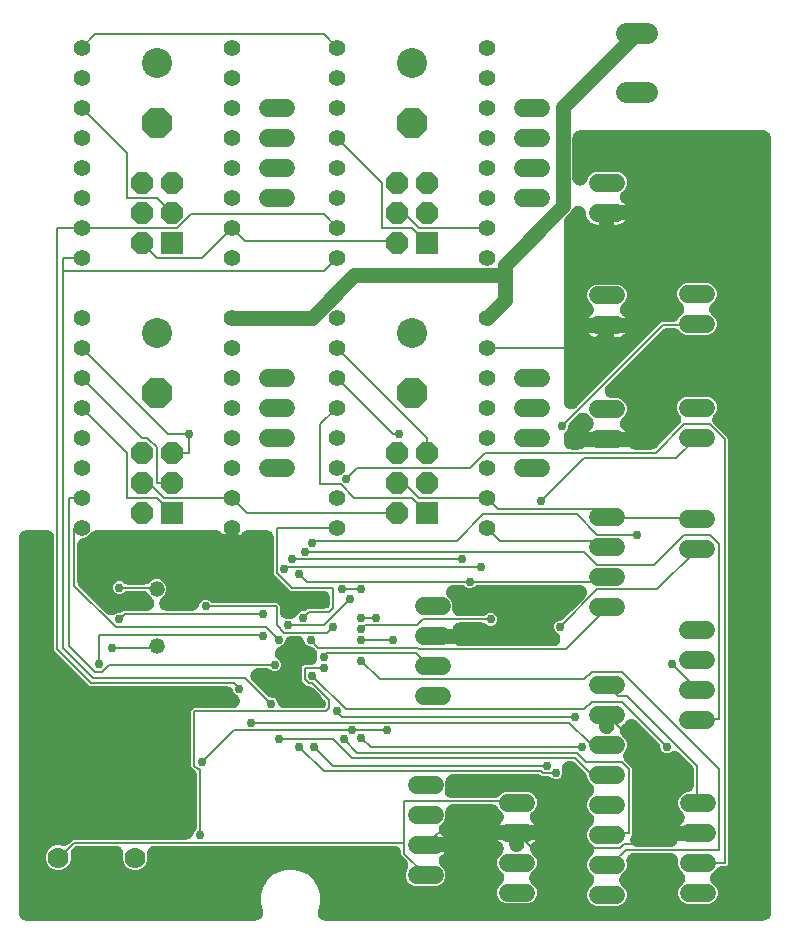
<source format=gbr>
G04 EAGLE Gerber X2 export*
%TF.Part,Single*%
%TF.FileFunction,Copper,L2,Bot,Mixed*%
%TF.FilePolarity,Positive*%
%TF.GenerationSoftware,Autodesk,EAGLE,9.1.0*%
%TF.CreationDate,2018-10-25T18:21:55Z*%
G75*
%MOMM*%
%FSLAX34Y34*%
%LPD*%
%AMOC8*
5,1,8,0,0,1.08239X$1,22.5*%
G01*
%ADD10R,1.879600X1.879600*%
%ADD11P,2.034460X8X112.500000*%
%ADD12C,1.408000*%
%ADD13C,1.790700*%
%ADD14C,1.320800*%
%ADD15C,1.524000*%
%ADD16C,1.778000*%
%ADD17C,2.540000*%
%ADD18P,2.749271X8X292.500000*%
%ADD19C,1.270000*%
%ADD20C,0.203200*%
%ADD21C,0.756400*%

G36*
X210660Y10168D02*
X210660Y10168D01*
X210782Y10165D01*
X211016Y10188D01*
X211250Y10201D01*
X211370Y10221D01*
X211491Y10232D01*
X211721Y10281D01*
X211953Y10320D01*
X212069Y10354D01*
X212188Y10379D01*
X212411Y10452D01*
X212637Y10517D01*
X212749Y10564D01*
X212865Y10602D01*
X213078Y10700D01*
X213296Y10790D01*
X213402Y10849D01*
X213512Y10900D01*
X213713Y11021D01*
X213919Y11135D01*
X214018Y11205D01*
X214122Y11268D01*
X214308Y11412D01*
X214500Y11547D01*
X214590Y11628D01*
X214686Y11702D01*
X214856Y11866D01*
X215031Y12022D01*
X215112Y12113D01*
X215199Y12197D01*
X215349Y12378D01*
X215505Y12554D01*
X215576Y12653D01*
X215653Y12746D01*
X215781Y12943D01*
X215917Y13135D01*
X215976Y13241D01*
X216042Y13343D01*
X216148Y13553D01*
X216261Y13759D01*
X216308Y13871D01*
X216362Y13979D01*
X216444Y14199D01*
X216534Y14417D01*
X216567Y14534D01*
X216609Y14648D01*
X216665Y14876D01*
X216730Y15102D01*
X216751Y15221D01*
X216780Y15339D01*
X216810Y15573D01*
X216849Y15804D01*
X216856Y15925D01*
X216871Y16046D01*
X216875Y16281D01*
X216888Y16516D01*
X216882Y16637D01*
X216884Y16758D01*
X216861Y16992D01*
X216848Y17227D01*
X216827Y17346D01*
X216816Y17467D01*
X216766Y17703D01*
X216728Y17929D01*
X216696Y18039D01*
X216672Y18153D01*
X214869Y24882D01*
X214869Y31506D01*
X216584Y37906D01*
X219896Y43643D01*
X224581Y48328D01*
X230318Y51640D01*
X236718Y53355D01*
X243342Y53355D01*
X249742Y51640D01*
X255479Y48328D01*
X260164Y43643D01*
X263476Y37906D01*
X265191Y31506D01*
X265191Y24882D01*
X263388Y18153D01*
X263363Y18035D01*
X263330Y17918D01*
X263290Y17686D01*
X263242Y17456D01*
X263231Y17335D01*
X263211Y17216D01*
X263198Y16981D01*
X263176Y16747D01*
X263178Y16625D01*
X263172Y16504D01*
X263185Y16270D01*
X263189Y16034D01*
X263205Y15914D01*
X263212Y15793D01*
X263252Y15561D01*
X263283Y15328D01*
X263312Y15210D01*
X263332Y15091D01*
X263398Y14865D01*
X263454Y14637D01*
X263496Y14523D01*
X263530Y14406D01*
X263620Y14189D01*
X263702Y13969D01*
X263757Y13861D01*
X263804Y13749D01*
X263918Y13543D01*
X264024Y13333D01*
X264090Y13231D01*
X264149Y13125D01*
X264285Y12934D01*
X264414Y12737D01*
X264492Y12644D01*
X264562Y12545D01*
X264718Y12370D01*
X264869Y12189D01*
X264956Y12105D01*
X265037Y12014D01*
X265213Y11858D01*
X265382Y11695D01*
X265479Y11621D01*
X265569Y11540D01*
X265761Y11405D01*
X265948Y11261D01*
X266052Y11199D01*
X266151Y11129D01*
X266356Y11016D01*
X266558Y10894D01*
X266669Y10844D01*
X266775Y10785D01*
X266992Y10696D01*
X267206Y10598D01*
X267321Y10560D01*
X267433Y10514D01*
X267659Y10449D01*
X267883Y10376D01*
X268002Y10351D01*
X268118Y10318D01*
X268350Y10279D01*
X268581Y10231D01*
X268701Y10220D01*
X268821Y10199D01*
X269061Y10186D01*
X269290Y10165D01*
X269404Y10167D01*
X269521Y10161D01*
X640590Y10161D01*
X640593Y10161D01*
X640596Y10161D01*
X640943Y10181D01*
X641301Y10201D01*
X641304Y10201D01*
X641307Y10201D01*
X641647Y10260D01*
X642004Y10320D01*
X642006Y10321D01*
X642009Y10321D01*
X642354Y10421D01*
X642688Y10517D01*
X642691Y10519D01*
X642694Y10519D01*
X643018Y10654D01*
X643346Y10790D01*
X643349Y10792D01*
X643351Y10793D01*
X643663Y10965D01*
X643970Y11135D01*
X643972Y11137D01*
X643975Y11138D01*
X644272Y11349D01*
X644551Y11547D01*
X644553Y11549D01*
X644555Y11551D01*
X644815Y11784D01*
X645082Y12022D01*
X645084Y12025D01*
X645086Y12026D01*
X645314Y12283D01*
X645556Y12554D01*
X645558Y12556D01*
X645560Y12558D01*
X645758Y12839D01*
X645968Y13135D01*
X645970Y13138D01*
X645971Y13140D01*
X646133Y13433D01*
X646312Y13759D01*
X646313Y13762D01*
X646315Y13764D01*
X646443Y14075D01*
X646584Y14417D01*
X646585Y14420D01*
X646586Y14423D01*
X646679Y14747D01*
X646781Y15102D01*
X646782Y15105D01*
X646782Y15107D01*
X646839Y15442D01*
X646900Y15804D01*
X646900Y15807D01*
X646901Y15810D01*
X646939Y16510D01*
X646939Y672846D01*
X646939Y672849D01*
X646939Y672852D01*
X646919Y673199D01*
X646899Y673557D01*
X646899Y673560D01*
X646899Y673563D01*
X646840Y673903D01*
X646780Y674260D01*
X646779Y674262D01*
X646779Y674265D01*
X646679Y674610D01*
X646583Y674944D01*
X646581Y674947D01*
X646581Y674950D01*
X646446Y675274D01*
X646310Y675602D01*
X646308Y675605D01*
X646307Y675607D01*
X646135Y675919D01*
X645965Y676226D01*
X645963Y676228D01*
X645962Y676231D01*
X645751Y676528D01*
X645553Y676807D01*
X645551Y676809D01*
X645549Y676811D01*
X645309Y677079D01*
X645078Y677338D01*
X645075Y677340D01*
X645074Y677342D01*
X644806Y677580D01*
X644546Y677812D01*
X644544Y677814D01*
X644542Y677816D01*
X644261Y678014D01*
X643965Y678224D01*
X643962Y678226D01*
X643960Y678227D01*
X643664Y678390D01*
X643341Y678568D01*
X643338Y678569D01*
X643336Y678571D01*
X643018Y678702D01*
X642683Y678840D01*
X642680Y678841D01*
X642677Y678842D01*
X642348Y678937D01*
X641998Y679037D01*
X641995Y679038D01*
X641993Y679038D01*
X641639Y679098D01*
X641296Y679156D01*
X641293Y679156D01*
X641290Y679157D01*
X640590Y679195D01*
X485182Y679195D01*
X485180Y679195D01*
X485177Y679195D01*
X484829Y679175D01*
X484471Y679155D01*
X484468Y679155D01*
X484465Y679155D01*
X484125Y679096D01*
X483769Y679036D01*
X483766Y679035D01*
X483763Y679035D01*
X483418Y678935D01*
X483084Y678839D01*
X483082Y678837D01*
X483079Y678837D01*
X482755Y678702D01*
X482426Y678566D01*
X482424Y678564D01*
X482421Y678563D01*
X482109Y678391D01*
X481803Y678221D01*
X481800Y678219D01*
X481798Y678218D01*
X481501Y678007D01*
X481222Y677809D01*
X481220Y677807D01*
X481217Y677805D01*
X480949Y677565D01*
X480691Y677334D01*
X480689Y677331D01*
X480687Y677330D01*
X480448Y677062D01*
X480216Y676802D01*
X480215Y676800D01*
X480213Y676798D01*
X480014Y676517D01*
X479804Y676221D01*
X479803Y676218D01*
X479801Y676216D01*
X479638Y675920D01*
X479460Y675597D01*
X479459Y675594D01*
X479458Y675592D01*
X479326Y675274D01*
X479188Y674939D01*
X479187Y674936D01*
X479186Y674933D01*
X479092Y674604D01*
X478991Y674254D01*
X478991Y674251D01*
X478990Y674249D01*
X478926Y673867D01*
X478873Y673552D01*
X478872Y673549D01*
X478872Y673546D01*
X478833Y672846D01*
X478833Y638797D01*
X478843Y638619D01*
X478843Y638440D01*
X478863Y638264D01*
X478873Y638086D01*
X478903Y637910D01*
X478923Y637732D01*
X478963Y637559D01*
X478993Y637384D01*
X479042Y637212D01*
X479082Y637037D01*
X479141Y636870D01*
X479190Y636699D01*
X479258Y636534D01*
X479318Y636365D01*
X479395Y636205D01*
X479463Y636041D01*
X479549Y635884D01*
X479627Y635723D01*
X479722Y635573D01*
X479807Y635418D01*
X479911Y635272D01*
X480006Y635120D01*
X480117Y634981D01*
X480220Y634837D01*
X480339Y634704D01*
X480451Y634564D01*
X480577Y634438D01*
X480695Y634306D01*
X480828Y634187D01*
X480955Y634060D01*
X481094Y633950D01*
X481226Y633831D01*
X481372Y633728D01*
X481512Y633616D01*
X481662Y633522D01*
X481808Y633419D01*
X481965Y633333D01*
X482116Y633238D01*
X482276Y633161D01*
X482431Y633075D01*
X482597Y633007D01*
X482758Y632929D01*
X482925Y632871D01*
X483090Y632803D01*
X483262Y632754D01*
X483431Y632695D01*
X483604Y632655D01*
X483774Y632606D01*
X483951Y632576D01*
X484125Y632537D01*
X484302Y632517D01*
X484477Y632488D01*
X484655Y632478D01*
X484833Y632458D01*
X485011Y632458D01*
X485188Y632448D01*
X485367Y632458D01*
X485546Y632459D01*
X485722Y632479D01*
X485899Y632489D01*
X486076Y632519D01*
X486254Y632539D01*
X486427Y632579D01*
X486602Y632609D01*
X486773Y632659D01*
X486948Y632699D01*
X487116Y632758D01*
X487286Y632807D01*
X487451Y632875D01*
X487620Y632935D01*
X487780Y633012D01*
X487944Y633080D01*
X488100Y633167D01*
X488262Y633245D01*
X488412Y633340D01*
X488567Y633426D01*
X488713Y633529D01*
X488864Y633625D01*
X489003Y633736D01*
X489147Y633839D01*
X489281Y633958D01*
X489421Y634070D01*
X489546Y634196D01*
X489678Y634314D01*
X489797Y634448D01*
X489924Y634574D01*
X490034Y634713D01*
X490152Y634846D01*
X490256Y634992D01*
X490367Y635132D01*
X490461Y635282D01*
X490563Y635427D01*
X490650Y635584D01*
X490745Y635736D01*
X490823Y635898D01*
X490907Y636051D01*
X490972Y636209D01*
X491048Y636368D01*
X492628Y640180D01*
X495200Y642753D01*
X498561Y644145D01*
X517439Y644145D01*
X520800Y642753D01*
X523373Y640180D01*
X524765Y636819D01*
X524765Y633181D01*
X523373Y629820D01*
X520932Y627379D01*
X520890Y627333D01*
X520845Y627291D01*
X520654Y627068D01*
X520457Y626848D01*
X520421Y626797D01*
X520381Y626750D01*
X520215Y626507D01*
X520045Y626267D01*
X520015Y626213D01*
X519980Y626161D01*
X519842Y625900D01*
X519700Y625643D01*
X519677Y625586D01*
X519648Y625531D01*
X519540Y625256D01*
X519428Y624985D01*
X519411Y624925D01*
X519388Y624867D01*
X519312Y624583D01*
X519231Y624300D01*
X519220Y624239D01*
X519204Y624179D01*
X519161Y623888D01*
X519112Y623598D01*
X519108Y623536D01*
X519099Y623475D01*
X519088Y623180D01*
X519072Y622887D01*
X519076Y622825D01*
X519073Y622763D01*
X519096Y622470D01*
X519112Y622175D01*
X519123Y622114D01*
X519128Y622052D01*
X519183Y621764D01*
X519232Y621473D01*
X519249Y621413D01*
X519261Y621352D01*
X519348Y621072D01*
X519430Y620789D01*
X519454Y620731D01*
X519472Y620672D01*
X519590Y620403D01*
X519703Y620131D01*
X519733Y620076D01*
X519758Y620019D01*
X519906Y619764D01*
X520048Y619507D01*
X520084Y619457D01*
X520115Y619403D01*
X520290Y619166D01*
X520461Y618927D01*
X520502Y618880D01*
X520539Y618830D01*
X520740Y618615D01*
X520936Y618396D01*
X520982Y618355D01*
X521024Y618309D01*
X521258Y618108D01*
X521467Y617922D01*
X521513Y617889D01*
X521556Y617852D01*
X522334Y617256D01*
X523276Y616314D01*
X523555Y615949D01*
X508000Y615949D01*
X507997Y615949D01*
X507995Y615949D01*
X507647Y615930D01*
X507289Y615909D01*
X507286Y615909D01*
X507283Y615909D01*
X506943Y615851D01*
X506587Y615790D01*
X506584Y615789D01*
X506581Y615789D01*
X506236Y615689D01*
X505902Y615593D01*
X505900Y615592D01*
X505897Y615591D01*
X505573Y615456D01*
X505244Y615320D01*
X505241Y615318D01*
X505239Y615317D01*
X504927Y615145D01*
X504621Y614975D01*
X504618Y614974D01*
X504616Y614972D01*
X504316Y614759D01*
X504040Y614563D01*
X504038Y614561D01*
X504035Y614559D01*
X503767Y614319D01*
X503509Y614088D01*
X503508Y614087D01*
X503506Y614085D01*
X503505Y614084D01*
X503504Y614083D01*
X503266Y613816D01*
X503034Y613556D01*
X503032Y613553D01*
X503030Y613551D01*
X502830Y613268D01*
X502622Y612975D01*
X502620Y612972D01*
X502619Y612970D01*
X502446Y612656D01*
X502278Y612351D01*
X502276Y612348D01*
X502275Y612346D01*
X502132Y611999D01*
X502005Y611692D01*
X502005Y611690D01*
X502004Y611687D01*
X501909Y611358D01*
X501809Y611008D01*
X501808Y611005D01*
X501807Y611002D01*
X501748Y610648D01*
X501690Y610305D01*
X501690Y610303D01*
X501689Y610300D01*
X501651Y609600D01*
X501651Y599439D01*
X499714Y599439D01*
X498393Y599613D01*
X497107Y599958D01*
X495876Y600468D01*
X494723Y601134D01*
X493666Y601944D01*
X492724Y602886D01*
X491914Y603943D01*
X491248Y605096D01*
X490738Y606327D01*
X490393Y607613D01*
X490219Y608934D01*
X490219Y608979D01*
X490209Y609158D01*
X490209Y609336D01*
X490189Y609513D01*
X490179Y609690D01*
X490149Y609866D01*
X490129Y610044D01*
X490090Y610217D01*
X490060Y610392D01*
X490010Y610564D01*
X489970Y610739D01*
X489912Y610907D01*
X489863Y611077D01*
X489794Y611242D01*
X489735Y611411D01*
X489658Y611571D01*
X489590Y611735D01*
X489503Y611892D01*
X489425Y612053D01*
X489331Y612203D01*
X489245Y612358D01*
X489142Y612504D01*
X489046Y612656D01*
X488935Y612795D01*
X488833Y612939D01*
X488713Y613072D01*
X488602Y613213D01*
X488476Y613338D01*
X488358Y613470D01*
X488224Y613589D01*
X488097Y613716D01*
X487958Y613827D01*
X487826Y613945D01*
X487680Y614048D01*
X487540Y614160D01*
X487390Y614254D01*
X487245Y614357D01*
X487088Y614443D01*
X486937Y614538D01*
X486777Y614615D01*
X486621Y614701D01*
X486456Y614769D01*
X486294Y614847D01*
X486127Y614905D01*
X485963Y614973D01*
X485791Y615023D01*
X485622Y615082D01*
X485449Y615121D01*
X485278Y615170D01*
X485102Y615200D01*
X484927Y615239D01*
X484750Y615259D01*
X484576Y615289D01*
X484397Y615299D01*
X484219Y615318D01*
X484041Y615318D01*
X483864Y615328D01*
X483686Y615318D01*
X483507Y615318D01*
X483330Y615297D01*
X483153Y615287D01*
X482977Y615257D01*
X482799Y615237D01*
X482626Y615197D01*
X482451Y615167D01*
X482279Y615118D01*
X482104Y615078D01*
X481937Y615019D01*
X481766Y614969D01*
X481601Y614901D01*
X481432Y614841D01*
X481273Y614764D01*
X481109Y614696D01*
X480952Y614609D01*
X480791Y614531D01*
X480641Y614437D01*
X480485Y614351D01*
X480340Y614247D01*
X480188Y614151D01*
X480049Y614040D01*
X479905Y613938D01*
X479772Y613818D01*
X479632Y613706D01*
X479507Y613581D01*
X479374Y613462D01*
X479255Y613328D01*
X479129Y613202D01*
X479019Y613063D01*
X478900Y612930D01*
X478797Y612784D01*
X478686Y612644D01*
X478591Y612494D01*
X478489Y612349D01*
X478403Y612192D01*
X478308Y612040D01*
X478229Y611878D01*
X478145Y611725D01*
X478080Y611567D01*
X478004Y611408D01*
X477634Y610516D01*
X473538Y606420D01*
X473536Y606417D01*
X473532Y606414D01*
X473298Y606151D01*
X473064Y605889D01*
X473061Y605885D01*
X473058Y605882D01*
X472857Y605597D01*
X472652Y605308D01*
X472649Y605304D01*
X472647Y605300D01*
X472469Y604976D01*
X472307Y604684D01*
X472305Y604680D01*
X472303Y604676D01*
X472169Y604352D01*
X472035Y604026D01*
X472033Y604022D01*
X472032Y604018D01*
X471935Y603679D01*
X471838Y603341D01*
X471837Y603337D01*
X471836Y603333D01*
X471773Y602961D01*
X471718Y602639D01*
X471718Y602635D01*
X471717Y602630D01*
X471679Y601930D01*
X471679Y449325D01*
X471679Y449324D01*
X471679Y449322D01*
X471699Y448957D01*
X471719Y448614D01*
X471719Y448613D01*
X471719Y448611D01*
X471786Y448219D01*
X471838Y447912D01*
X471838Y447910D01*
X471839Y447909D01*
X471945Y447542D01*
X472035Y447227D01*
X472036Y447226D01*
X472036Y447224D01*
X472183Y446872D01*
X472308Y446569D01*
X472309Y446568D01*
X472309Y446566D01*
X472490Y446240D01*
X472653Y445946D01*
X472654Y445945D01*
X472655Y445943D01*
X472884Y445620D01*
X473066Y445365D01*
X473066Y445364D01*
X473067Y445362D01*
X473332Y445066D01*
X473540Y444834D01*
X473541Y444833D01*
X473542Y444832D01*
X473844Y444563D01*
X474072Y444359D01*
X474073Y444358D01*
X474074Y444357D01*
X474352Y444161D01*
X474653Y443947D01*
X474655Y443946D01*
X474656Y443946D01*
X474943Y443787D01*
X475277Y443603D01*
X475278Y443603D01*
X475279Y443602D01*
X475613Y443464D01*
X475935Y443331D01*
X475937Y443330D01*
X475938Y443330D01*
X476272Y443234D01*
X476620Y443134D01*
X476621Y443134D01*
X476623Y443134D01*
X476995Y443071D01*
X477322Y443015D01*
X477324Y443015D01*
X477325Y443015D01*
X477709Y442994D01*
X478034Y442976D01*
X478035Y442976D01*
X478037Y442976D01*
X478408Y442997D01*
X478745Y443017D01*
X478746Y443017D01*
X478748Y443017D01*
X479125Y443082D01*
X479447Y443137D01*
X479448Y443137D01*
X479450Y443137D01*
X479806Y443240D01*
X480132Y443335D01*
X480133Y443335D01*
X480134Y443336D01*
X480469Y443475D01*
X480789Y443608D01*
X480791Y443609D01*
X480792Y443609D01*
X481084Y443771D01*
X481413Y443953D01*
X481414Y443954D01*
X481415Y443955D01*
X481722Y444174D01*
X481993Y444366D01*
X481994Y444367D01*
X481995Y444368D01*
X482518Y444836D01*
X519549Y481867D01*
X525898Y488216D01*
X532247Y494565D01*
X532247Y494566D01*
X538596Y500914D01*
X538597Y500915D01*
X544946Y507264D01*
X551295Y513613D01*
X554186Y516504D01*
X555120Y516891D01*
X563176Y516891D01*
X563358Y516901D01*
X563540Y516901D01*
X563713Y516921D01*
X563887Y516931D01*
X564067Y516961D01*
X564248Y516982D01*
X564418Y517021D01*
X564590Y517050D01*
X564764Y517100D01*
X564942Y517141D01*
X565107Y517199D01*
X565274Y517247D01*
X565442Y517317D01*
X565614Y517377D01*
X565771Y517453D01*
X565932Y517520D01*
X566092Y517608D01*
X566255Y517687D01*
X566403Y517781D01*
X566556Y517865D01*
X566704Y517970D01*
X566858Y518067D01*
X566995Y518177D01*
X567137Y518277D01*
X567272Y518398D01*
X567414Y518512D01*
X567538Y518636D01*
X567668Y518752D01*
X567789Y518888D01*
X567917Y519017D01*
X568026Y519154D01*
X568142Y519284D01*
X568247Y519432D01*
X568361Y519575D01*
X568453Y519722D01*
X568554Y519865D01*
X568642Y520025D01*
X568739Y520179D01*
X568761Y520226D01*
X571858Y523322D01*
X571860Y523325D01*
X571862Y523326D01*
X572091Y523584D01*
X572332Y523854D01*
X572334Y523856D01*
X572336Y523858D01*
X572535Y524140D01*
X572745Y524435D01*
X572746Y524437D01*
X572748Y524440D01*
X572917Y524747D01*
X573089Y525058D01*
X573090Y525061D01*
X573092Y525063D01*
X573229Y525396D01*
X573362Y525716D01*
X573362Y525719D01*
X573364Y525722D01*
X573465Y526075D01*
X573559Y526401D01*
X573559Y526404D01*
X573560Y526407D01*
X573622Y526772D01*
X573678Y527104D01*
X573678Y527106D01*
X573678Y527109D01*
X573699Y527475D01*
X573717Y527815D01*
X573717Y527818D01*
X573717Y527821D01*
X573697Y528172D01*
X573677Y528526D01*
X573677Y528529D01*
X573677Y528532D01*
X573618Y528870D01*
X573557Y529228D01*
X573557Y529231D01*
X573556Y529234D01*
X573456Y529579D01*
X573360Y529913D01*
X573359Y529915D01*
X573358Y529918D01*
X573217Y530256D01*
X573087Y530571D01*
X573085Y530573D01*
X573084Y530576D01*
X572914Y530884D01*
X572742Y531194D01*
X572740Y531196D01*
X572739Y531199D01*
X572530Y531492D01*
X572329Y531775D01*
X572327Y531777D01*
X572325Y531779D01*
X571858Y532302D01*
X568827Y535332D01*
X567435Y538693D01*
X567435Y542331D01*
X568827Y545692D01*
X571400Y548265D01*
X574761Y549657D01*
X593639Y549657D01*
X597000Y548265D01*
X599573Y545692D01*
X600965Y542331D01*
X600965Y538693D01*
X599573Y535332D01*
X596542Y532302D01*
X596540Y532299D01*
X596538Y532298D01*
X596308Y532040D01*
X596067Y531770D01*
X596066Y531768D01*
X596064Y531766D01*
X595865Y531485D01*
X595655Y531189D01*
X595654Y531187D01*
X595652Y531184D01*
X595475Y530863D01*
X595311Y530566D01*
X595310Y530563D01*
X595308Y530561D01*
X595169Y530223D01*
X595038Y529907D01*
X595037Y529905D01*
X595036Y529902D01*
X594935Y529549D01*
X594841Y529223D01*
X594841Y529220D01*
X594840Y529217D01*
X594779Y528855D01*
X594722Y528520D01*
X594722Y528518D01*
X594722Y528515D01*
X594701Y528149D01*
X594683Y527809D01*
X594683Y527806D01*
X594683Y527803D01*
X594703Y527443D01*
X594723Y527098D01*
X594723Y527095D01*
X594723Y527092D01*
X594783Y526746D01*
X594843Y526396D01*
X594843Y526393D01*
X594844Y526390D01*
X594943Y526049D01*
X595040Y525711D01*
X595041Y525708D01*
X595042Y525706D01*
X595180Y525375D01*
X595313Y525053D01*
X595315Y525051D01*
X595316Y525048D01*
X595487Y524740D01*
X595658Y524430D01*
X595660Y524427D01*
X595661Y524425D01*
X595873Y524128D01*
X596071Y523849D01*
X596073Y523847D01*
X596075Y523845D01*
X596542Y523322D01*
X599573Y520292D01*
X600965Y516931D01*
X600965Y513293D01*
X599573Y509932D01*
X597000Y507359D01*
X593639Y505967D01*
X574761Y505967D01*
X571400Y507359D01*
X568810Y509950D01*
X568807Y509952D01*
X568804Y509956D01*
X568540Y510191D01*
X568279Y510424D01*
X568275Y510427D01*
X568272Y510430D01*
X567986Y510632D01*
X567698Y510836D01*
X567694Y510839D01*
X567690Y510841D01*
X567381Y511011D01*
X567074Y511181D01*
X567070Y511183D01*
X567066Y511185D01*
X566741Y511319D01*
X566416Y511453D01*
X566412Y511455D01*
X566408Y511456D01*
X566065Y511555D01*
X565731Y511651D01*
X565727Y511651D01*
X565723Y511652D01*
X565368Y511712D01*
X565029Y511770D01*
X565025Y511770D01*
X565020Y511771D01*
X564320Y511809D01*
X559307Y511809D01*
X559303Y511809D01*
X559299Y511809D01*
X558946Y511789D01*
X558596Y511769D01*
X558592Y511769D01*
X558588Y511768D01*
X558236Y511708D01*
X557894Y511650D01*
X557890Y511649D01*
X557885Y511648D01*
X557533Y511546D01*
X557209Y511453D01*
X557205Y511451D01*
X557201Y511450D01*
X556875Y511314D01*
X556551Y511180D01*
X556547Y511178D01*
X556543Y511176D01*
X556237Y511006D01*
X555928Y510835D01*
X555924Y510833D01*
X555920Y510830D01*
X555622Y510618D01*
X555347Y510423D01*
X555344Y510420D01*
X555340Y510417D01*
X554818Y509950D01*
X554758Y509890D01*
X548409Y503541D01*
X548408Y503540D01*
X542060Y497191D01*
X542059Y497191D01*
X535710Y490842D01*
X508082Y463214D01*
X508081Y463213D01*
X508080Y463212D01*
X507847Y462951D01*
X507607Y462682D01*
X507606Y462681D01*
X507605Y462680D01*
X507384Y462369D01*
X507195Y462101D01*
X507194Y462100D01*
X507193Y462099D01*
X507004Y461756D01*
X506850Y461478D01*
X506850Y461477D01*
X506849Y461475D01*
X506701Y461117D01*
X506578Y460819D01*
X506577Y460818D01*
X506577Y460817D01*
X506472Y460452D01*
X506381Y460135D01*
X506381Y460134D01*
X506380Y460132D01*
X506313Y459738D01*
X506262Y459432D01*
X506262Y459431D01*
X506261Y459430D01*
X506240Y459040D01*
X506222Y458721D01*
X506222Y458720D01*
X506222Y458718D01*
X506241Y458383D01*
X506262Y458010D01*
X506263Y458008D01*
X506263Y458007D01*
X506323Y457653D01*
X506382Y457308D01*
X506382Y457306D01*
X506383Y457305D01*
X506477Y456979D01*
X506580Y456623D01*
X506580Y456622D01*
X506581Y456620D01*
X506719Y456286D01*
X506853Y455965D01*
X506853Y455964D01*
X506854Y455963D01*
X507030Y455645D01*
X507198Y455342D01*
X507199Y455341D01*
X507199Y455339D01*
X507392Y455068D01*
X507611Y454761D01*
X507612Y454760D01*
X507612Y454759D01*
X507857Y454486D01*
X508086Y454230D01*
X508087Y454229D01*
X508088Y454228D01*
X508361Y453985D01*
X508617Y453756D01*
X508619Y453755D01*
X508620Y453754D01*
X508923Y453540D01*
X509199Y453344D01*
X509200Y453344D01*
X509201Y453343D01*
X509495Y453181D01*
X509823Y453000D01*
X509824Y453000D01*
X509825Y452999D01*
X510118Y452879D01*
X510481Y452729D01*
X510483Y452728D01*
X510484Y452728D01*
X510811Y452634D01*
X511166Y452532D01*
X511167Y452532D01*
X511169Y452532D01*
X511508Y452475D01*
X511869Y452414D01*
X511870Y452414D01*
X511871Y452413D01*
X512571Y452375D01*
X517439Y452375D01*
X520800Y450983D01*
X523373Y448410D01*
X524765Y445049D01*
X524765Y441411D01*
X523373Y438050D01*
X520932Y435609D01*
X520890Y435563D01*
X520845Y435521D01*
X520654Y435298D01*
X520457Y435078D01*
X520421Y435027D01*
X520381Y434980D01*
X520215Y434737D01*
X520045Y434497D01*
X520015Y434443D01*
X519980Y434391D01*
X519842Y434130D01*
X519700Y433873D01*
X519677Y433816D01*
X519648Y433761D01*
X519540Y433486D01*
X519428Y433215D01*
X519411Y433155D01*
X519388Y433097D01*
X519312Y432813D01*
X519231Y432530D01*
X519220Y432469D01*
X519204Y432409D01*
X519161Y432118D01*
X519112Y431828D01*
X519108Y431766D01*
X519099Y431705D01*
X519088Y431410D01*
X519072Y431117D01*
X519076Y431055D01*
X519073Y430993D01*
X519096Y430700D01*
X519112Y430405D01*
X519123Y430344D01*
X519128Y430282D01*
X519183Y429994D01*
X519232Y429703D01*
X519249Y429643D01*
X519261Y429582D01*
X519348Y429302D01*
X519430Y429019D01*
X519454Y428961D01*
X519472Y428902D01*
X519590Y428633D01*
X519703Y428361D01*
X519733Y428306D01*
X519758Y428249D01*
X519906Y427994D01*
X520048Y427737D01*
X520084Y427687D01*
X520115Y427633D01*
X520290Y427396D01*
X520461Y427157D01*
X520502Y427110D01*
X520539Y427060D01*
X520740Y426845D01*
X520936Y426626D01*
X520982Y426585D01*
X521024Y426539D01*
X521258Y426338D01*
X521467Y426152D01*
X521513Y426119D01*
X521556Y426082D01*
X522334Y425486D01*
X523276Y424544D01*
X523555Y424179D01*
X508000Y424179D01*
X492445Y424179D01*
X492724Y424544D01*
X493666Y425486D01*
X494444Y426082D01*
X494491Y426123D01*
X494542Y426159D01*
X494761Y426355D01*
X494984Y426547D01*
X495026Y426593D01*
X495072Y426634D01*
X495268Y426854D01*
X495468Y427069D01*
X495505Y427119D01*
X495547Y427166D01*
X495716Y427405D01*
X495891Y427643D01*
X495922Y427696D01*
X495958Y427747D01*
X496100Y428005D01*
X496247Y428260D01*
X496272Y428317D01*
X496302Y428371D01*
X496414Y428643D01*
X496532Y428913D01*
X496550Y428972D01*
X496574Y429029D01*
X496655Y429312D01*
X496742Y429594D01*
X496753Y429655D01*
X496770Y429714D01*
X496819Y430005D01*
X496874Y430294D01*
X496879Y430355D01*
X496889Y430417D01*
X496905Y430712D01*
X496927Y431004D01*
X496925Y431066D01*
X496928Y431128D01*
X496911Y431422D01*
X496900Y431716D01*
X496891Y431777D01*
X496887Y431839D01*
X496837Y432129D01*
X496793Y432420D01*
X496777Y432480D01*
X496767Y432542D01*
X496685Y432824D01*
X496608Y433108D01*
X496586Y433166D01*
X496568Y433226D01*
X496455Y433497D01*
X496348Y433771D01*
X496319Y433826D01*
X496295Y433884D01*
X496152Y434141D01*
X496014Y434401D01*
X495979Y434452D01*
X495949Y434507D01*
X495779Y434745D01*
X495612Y434989D01*
X495572Y435036D01*
X495536Y435087D01*
X495331Y435316D01*
X495147Y435529D01*
X495106Y435567D01*
X495068Y435609D01*
X492262Y438415D01*
X492260Y438417D01*
X492258Y438419D01*
X491986Y438662D01*
X491731Y438890D01*
X491729Y438891D01*
X491727Y438893D01*
X491441Y439096D01*
X491150Y439302D01*
X491147Y439303D01*
X491145Y439305D01*
X490835Y439476D01*
X490526Y439646D01*
X490524Y439647D01*
X490521Y439649D01*
X490181Y439789D01*
X489868Y439919D01*
X489866Y439920D01*
X489863Y439921D01*
X489523Y440018D01*
X489184Y440116D01*
X489181Y440116D01*
X489178Y440117D01*
X488818Y440178D01*
X488481Y440235D01*
X488479Y440235D01*
X488476Y440236D01*
X488106Y440256D01*
X487770Y440275D01*
X487767Y440275D01*
X487764Y440275D01*
X487417Y440255D01*
X487059Y440234D01*
X487056Y440234D01*
X487053Y440234D01*
X486704Y440174D01*
X486356Y440115D01*
X486354Y440114D01*
X486351Y440113D01*
X485996Y440011D01*
X485672Y439917D01*
X485669Y439916D01*
X485666Y439915D01*
X485331Y439776D01*
X485014Y439644D01*
X485011Y439643D01*
X485009Y439641D01*
X484697Y439468D01*
X484391Y439299D01*
X484388Y439297D01*
X484386Y439296D01*
X484103Y439094D01*
X483810Y438886D01*
X483808Y438884D01*
X483805Y438883D01*
X483283Y438415D01*
X477066Y432198D01*
X477064Y432195D01*
X477060Y432192D01*
X476826Y431929D01*
X476592Y431667D01*
X476589Y431663D01*
X476586Y431660D01*
X476385Y431376D01*
X476179Y431086D01*
X476177Y431082D01*
X476175Y431079D01*
X476004Y430768D01*
X475835Y430462D01*
X475833Y430458D01*
X475831Y430455D01*
X475697Y430130D01*
X475562Y429804D01*
X475561Y429800D01*
X475560Y429796D01*
X475463Y429457D01*
X475365Y429119D01*
X475365Y429115D01*
X475364Y429111D01*
X475301Y428739D01*
X475246Y428417D01*
X475246Y428413D01*
X475245Y428409D01*
X475207Y427709D01*
X475207Y427569D01*
X474399Y425619D01*
X473538Y424759D01*
X473536Y424755D01*
X473532Y424752D01*
X473298Y424490D01*
X473064Y424227D01*
X473061Y424224D01*
X473058Y424221D01*
X472857Y423936D01*
X472652Y423646D01*
X472649Y423642D01*
X472647Y423639D01*
X472476Y423329D01*
X472307Y423023D01*
X472305Y423019D01*
X472303Y423015D01*
X472169Y422690D01*
X472035Y422364D01*
X472033Y422360D01*
X472032Y422356D01*
X471931Y422004D01*
X471838Y421680D01*
X471837Y421676D01*
X471836Y421671D01*
X471774Y421306D01*
X471718Y420977D01*
X471718Y420973D01*
X471717Y420969D01*
X471679Y420269D01*
X471679Y415290D01*
X471679Y415287D01*
X471679Y415284D01*
X471699Y414923D01*
X471719Y414579D01*
X471719Y414576D01*
X471719Y414573D01*
X471778Y414233D01*
X471838Y413876D01*
X471839Y413874D01*
X471839Y413871D01*
X471939Y413526D01*
X472035Y413192D01*
X472037Y413189D01*
X472037Y413186D01*
X472173Y412860D01*
X472308Y412534D01*
X472310Y412531D01*
X472311Y412529D01*
X472483Y412217D01*
X472653Y411910D01*
X472655Y411908D01*
X472656Y411905D01*
X472867Y411608D01*
X473066Y411329D01*
X473067Y411327D01*
X473069Y411325D01*
X473309Y411057D01*
X473540Y410798D01*
X473543Y410796D01*
X473544Y410794D01*
X473812Y410556D01*
X474072Y410324D01*
X474074Y410322D01*
X474076Y410320D01*
X474357Y410122D01*
X474653Y409912D01*
X474656Y409910D01*
X474658Y409909D01*
X474954Y409746D01*
X475277Y409568D01*
X475280Y409567D01*
X475282Y409565D01*
X475600Y409434D01*
X475935Y409296D01*
X475938Y409295D01*
X475941Y409294D01*
X476270Y409199D01*
X476620Y409099D01*
X476623Y409098D01*
X476626Y409098D01*
X476979Y409038D01*
X477322Y408980D01*
X477325Y408980D01*
X477328Y408979D01*
X478028Y408941D01*
X484062Y408941D01*
X484124Y408944D01*
X484186Y408942D01*
X484479Y408964D01*
X484773Y408981D01*
X484834Y408991D01*
X484896Y408996D01*
X485186Y409051D01*
X485476Y409100D01*
X485535Y409117D01*
X485596Y409129D01*
X485878Y409216D01*
X486160Y409297D01*
X486217Y409321D01*
X486277Y409340D01*
X486546Y409457D01*
X486818Y409570D01*
X486873Y409600D01*
X486929Y409625D01*
X487184Y409772D01*
X487442Y409915D01*
X487492Y409951D01*
X487546Y409982D01*
X487783Y410157D01*
X488023Y410327D01*
X488069Y410369D01*
X488119Y410406D01*
X488335Y410607D01*
X488554Y410802D01*
X488595Y410849D01*
X488640Y410891D01*
X488832Y411114D01*
X489028Y411334D01*
X489064Y411385D01*
X489104Y411432D01*
X489138Y411481D01*
X508000Y411481D01*
X526863Y411481D01*
X526903Y411423D01*
X526943Y411375D01*
X526979Y411325D01*
X527175Y411106D01*
X527368Y410883D01*
X527413Y410841D01*
X527455Y410794D01*
X527674Y410598D01*
X527890Y410398D01*
X527940Y410362D01*
X527986Y410320D01*
X528227Y410150D01*
X528464Y409976D01*
X528517Y409945D01*
X528568Y409909D01*
X528826Y409767D01*
X529081Y409620D01*
X529138Y409595D01*
X529192Y409565D01*
X529464Y409453D01*
X529734Y409336D01*
X529793Y409317D01*
X529851Y409294D01*
X530133Y409213D01*
X530415Y409126D01*
X530476Y409115D01*
X530536Y409098D01*
X530825Y409049D01*
X531115Y408994D01*
X531177Y408990D01*
X531238Y408979D01*
X531546Y408962D01*
X531825Y408942D01*
X531881Y408944D01*
X531938Y408941D01*
X545593Y408941D01*
X545597Y408941D01*
X545601Y408941D01*
X545954Y408961D01*
X546304Y408981D01*
X546308Y408981D01*
X546312Y408982D01*
X546663Y409042D01*
X547006Y409100D01*
X547010Y409101D01*
X547015Y409102D01*
X547367Y409204D01*
X547691Y409297D01*
X547695Y409299D01*
X547699Y409300D01*
X548025Y409436D01*
X548349Y409570D01*
X548353Y409572D01*
X548357Y409574D01*
X548663Y409744D01*
X548972Y409915D01*
X548976Y409917D01*
X548980Y409920D01*
X549278Y410132D01*
X549553Y410327D01*
X549556Y410330D01*
X549560Y410333D01*
X550082Y410800D01*
X551307Y412025D01*
X557656Y418374D01*
X557656Y418375D01*
X569225Y429943D01*
X569227Y429945D01*
X569229Y429947D01*
X569469Y430217D01*
X569700Y430474D01*
X569701Y430477D01*
X569703Y430479D01*
X569908Y430768D01*
X570112Y431055D01*
X570113Y431058D01*
X570115Y431060D01*
X570279Y431358D01*
X570456Y431679D01*
X570458Y431682D01*
X570459Y431684D01*
X570593Y432008D01*
X570729Y432337D01*
X570730Y432340D01*
X570731Y432343D01*
X570830Y432690D01*
X570926Y433022D01*
X570926Y433025D01*
X570927Y433028D01*
X570988Y433388D01*
X571045Y433724D01*
X571045Y433727D01*
X571046Y433730D01*
X571065Y434091D01*
X571085Y434436D01*
X571085Y434438D01*
X571085Y434441D01*
X571064Y434797D01*
X571044Y435147D01*
X571044Y435150D01*
X571044Y435153D01*
X570985Y435494D01*
X570925Y435849D01*
X570924Y435852D01*
X570923Y435855D01*
X570828Y436185D01*
X570727Y436534D01*
X570726Y436536D01*
X570725Y436539D01*
X570589Y436867D01*
X570454Y437192D01*
X570453Y437194D01*
X570451Y437197D01*
X570283Y437500D01*
X570109Y437815D01*
X570107Y437817D01*
X570106Y437820D01*
X569894Y438118D01*
X569696Y438396D01*
X569694Y438398D01*
X569693Y438400D01*
X569225Y438922D01*
X568827Y439320D01*
X567435Y442681D01*
X567435Y446319D01*
X568827Y449680D01*
X571400Y452253D01*
X574761Y453645D01*
X593639Y453645D01*
X597000Y452253D01*
X599573Y449680D01*
X600965Y446319D01*
X600965Y442681D01*
X599573Y439320D01*
X599175Y438922D01*
X599173Y438920D01*
X599171Y438918D01*
X598930Y438648D01*
X598700Y438391D01*
X598699Y438389D01*
X598697Y438387D01*
X598493Y438099D01*
X598288Y437810D01*
X598287Y437807D01*
X598285Y437805D01*
X598117Y437501D01*
X597944Y437187D01*
X597942Y437184D01*
X597941Y437181D01*
X597807Y436858D01*
X597671Y436528D01*
X597670Y436525D01*
X597669Y436523D01*
X597573Y436187D01*
X597474Y435844D01*
X597474Y435841D01*
X597473Y435838D01*
X597414Y435491D01*
X597355Y435141D01*
X597355Y435138D01*
X597354Y435136D01*
X597334Y434769D01*
X597315Y434430D01*
X597315Y434427D01*
X597315Y434424D01*
X597336Y434068D01*
X597356Y433719D01*
X597356Y433716D01*
X597356Y433713D01*
X597418Y433353D01*
X597475Y433016D01*
X597476Y433014D01*
X597477Y433011D01*
X597578Y432659D01*
X597673Y432332D01*
X597674Y432329D01*
X597675Y432326D01*
X597805Y432013D01*
X597946Y431674D01*
X597947Y431671D01*
X597949Y431669D01*
X598117Y431366D01*
X598291Y431051D01*
X598293Y431048D01*
X598294Y431046D01*
X598498Y430760D01*
X598704Y430470D01*
X598706Y430468D01*
X598707Y430465D01*
X599175Y429943D01*
X608559Y420559D01*
X610166Y418952D01*
X610553Y418018D01*
X610553Y58232D01*
X610166Y57298D01*
X609452Y56584D01*
X608518Y56197D01*
X605667Y56197D01*
X605663Y56197D01*
X605659Y56197D01*
X605305Y56176D01*
X604956Y56157D01*
X604952Y56156D01*
X604948Y56156D01*
X604597Y56096D01*
X604254Y56037D01*
X604250Y56036D01*
X604245Y56035D01*
X603893Y55933D01*
X603569Y55840D01*
X603565Y55838D01*
X603561Y55837D01*
X603235Y55702D01*
X602911Y55567D01*
X602907Y55565D01*
X602903Y55564D01*
X602594Y55392D01*
X602288Y55222D01*
X602284Y55220D01*
X602280Y55218D01*
X601982Y55005D01*
X601707Y54810D01*
X601704Y54807D01*
X601700Y54805D01*
X601178Y54337D01*
X597304Y50464D01*
X597302Y50461D01*
X597300Y50460D01*
X597068Y50199D01*
X596829Y49932D01*
X596828Y49930D01*
X596826Y49928D01*
X596620Y49637D01*
X596417Y49351D01*
X596416Y49349D01*
X596414Y49346D01*
X596237Y49025D01*
X596073Y48728D01*
X596072Y48725D01*
X596070Y48723D01*
X595933Y48389D01*
X595800Y48069D01*
X595799Y48067D01*
X595798Y48064D01*
X595702Y47726D01*
X595603Y47385D01*
X595603Y47382D01*
X595602Y47379D01*
X595541Y47017D01*
X595484Y46682D01*
X595484Y46680D01*
X595484Y46677D01*
X595463Y46302D01*
X595445Y45971D01*
X595445Y45968D01*
X595445Y45965D01*
X595465Y45605D01*
X595485Y45260D01*
X595485Y45257D01*
X595485Y45254D01*
X595545Y44908D01*
X595605Y44558D01*
X595605Y44555D01*
X595606Y44552D01*
X595705Y44211D01*
X595802Y43873D01*
X595803Y43870D01*
X595804Y43868D01*
X595942Y43537D01*
X596075Y43215D01*
X596077Y43213D01*
X596078Y43210D01*
X596252Y42895D01*
X596420Y42592D01*
X596422Y42589D01*
X596423Y42587D01*
X596636Y42288D01*
X596833Y42011D01*
X596835Y42009D01*
X596837Y42007D01*
X597304Y41484D01*
X600335Y38454D01*
X601727Y35093D01*
X601727Y31455D01*
X600335Y28094D01*
X597762Y25521D01*
X594401Y24129D01*
X575523Y24129D01*
X572162Y25521D01*
X569589Y28094D01*
X568197Y31455D01*
X568197Y35093D01*
X569589Y38454D01*
X572620Y41484D01*
X572622Y41487D01*
X572624Y41488D01*
X572843Y41734D01*
X573094Y42016D01*
X573096Y42018D01*
X573098Y42020D01*
X573297Y42302D01*
X573507Y42597D01*
X573508Y42599D01*
X573510Y42602D01*
X573677Y42905D01*
X573851Y43220D01*
X573852Y43223D01*
X573854Y43225D01*
X573996Y43570D01*
X574124Y43878D01*
X574124Y43881D01*
X574126Y43884D01*
X574227Y44237D01*
X574321Y44563D01*
X574321Y44566D01*
X574322Y44569D01*
X574384Y44934D01*
X574440Y45266D01*
X574440Y45268D01*
X574440Y45271D01*
X574460Y45630D01*
X574479Y45977D01*
X574479Y45980D01*
X574479Y45983D01*
X574459Y46333D01*
X574439Y46688D01*
X574439Y46691D01*
X574439Y46694D01*
X574381Y47028D01*
X574319Y47390D01*
X574319Y47393D01*
X574318Y47396D01*
X574215Y47752D01*
X574122Y48075D01*
X574121Y48077D01*
X574120Y48080D01*
X573980Y48416D01*
X573849Y48733D01*
X573847Y48735D01*
X573846Y48738D01*
X573676Y49046D01*
X573504Y49356D01*
X573502Y49358D01*
X573501Y49361D01*
X573296Y49648D01*
X573091Y49937D01*
X573089Y49939D01*
X573087Y49941D01*
X572620Y50464D01*
X569589Y53494D01*
X568197Y56855D01*
X568197Y60960D01*
X568197Y60963D01*
X568197Y60966D01*
X568178Y61306D01*
X568157Y61671D01*
X568157Y61674D01*
X568157Y61677D01*
X568100Y62006D01*
X568038Y62374D01*
X568037Y62376D01*
X568037Y62379D01*
X567939Y62715D01*
X567841Y63058D01*
X567839Y63061D01*
X567839Y63064D01*
X567710Y63374D01*
X567568Y63716D01*
X567566Y63719D01*
X567565Y63721D01*
X567393Y64032D01*
X567223Y64340D01*
X567221Y64342D01*
X567220Y64345D01*
X567019Y64628D01*
X566811Y64921D01*
X566809Y64923D01*
X566807Y64925D01*
X566568Y65192D01*
X566336Y65452D01*
X566333Y65454D01*
X566332Y65456D01*
X566069Y65690D01*
X565804Y65926D01*
X565802Y65928D01*
X565800Y65930D01*
X565519Y66128D01*
X565223Y66338D01*
X565220Y66340D01*
X565218Y66341D01*
X564922Y66504D01*
X564599Y66682D01*
X564596Y66683D01*
X564594Y66685D01*
X564276Y66816D01*
X563941Y66954D01*
X563938Y66955D01*
X563935Y66956D01*
X563606Y67051D01*
X563256Y67151D01*
X563253Y67152D01*
X563251Y67152D01*
X562897Y67212D01*
X562554Y67270D01*
X562551Y67270D01*
X562548Y67271D01*
X561848Y67309D01*
X530918Y67309D01*
X530737Y67299D01*
X530557Y67299D01*
X530382Y67279D01*
X530206Y67269D01*
X530028Y67239D01*
X529849Y67219D01*
X529678Y67179D01*
X529504Y67150D01*
X529331Y67100D01*
X529155Y67060D01*
X528988Y67001D01*
X528819Y66953D01*
X528653Y66883D01*
X528482Y66824D01*
X528324Y66747D01*
X528161Y66680D01*
X528003Y66592D01*
X527841Y66514D01*
X527692Y66420D01*
X527538Y66335D01*
X527391Y66231D01*
X527238Y66134D01*
X527100Y66024D01*
X526957Y65923D01*
X526823Y65802D01*
X526682Y65690D01*
X526557Y65565D01*
X526426Y65448D01*
X526306Y65313D01*
X526178Y65185D01*
X526069Y65047D01*
X525952Y64916D01*
X525847Y64769D01*
X525735Y64628D01*
X525641Y64479D01*
X525540Y64335D01*
X525452Y64177D01*
X525357Y64024D01*
X525280Y63865D01*
X525195Y63711D01*
X525126Y63544D01*
X525048Y63382D01*
X524990Y63215D01*
X524923Y63053D01*
X524873Y62879D01*
X524814Y62709D01*
X524775Y62537D01*
X524726Y62368D01*
X524696Y62190D01*
X524656Y62014D01*
X524637Y61839D01*
X524608Y61666D01*
X524598Y61486D01*
X524578Y61306D01*
X524578Y61130D01*
X524568Y60954D01*
X524579Y60774D01*
X524579Y60594D01*
X524599Y60418D01*
X524609Y60243D01*
X524639Y60065D01*
X524660Y59886D01*
X524699Y59714D01*
X524729Y59541D01*
X524765Y59417D01*
X524765Y55585D01*
X523373Y52224D01*
X520342Y49194D01*
X520340Y49191D01*
X520338Y49190D01*
X520109Y48932D01*
X519868Y48662D01*
X519866Y48660D01*
X519864Y48658D01*
X519665Y48376D01*
X519455Y48081D01*
X519454Y48079D01*
X519452Y48076D01*
X519275Y47755D01*
X519111Y47458D01*
X519110Y47455D01*
X519108Y47453D01*
X518958Y47088D01*
X518838Y46800D01*
X518838Y46797D01*
X518836Y46794D01*
X518729Y46421D01*
X518641Y46115D01*
X518641Y46112D01*
X518640Y46109D01*
X518575Y45725D01*
X518522Y45412D01*
X518522Y45410D01*
X518522Y45407D01*
X518501Y45041D01*
X518483Y44701D01*
X518483Y44698D01*
X518483Y44695D01*
X518504Y44331D01*
X518523Y43990D01*
X518523Y43987D01*
X518523Y43984D01*
X518585Y43624D01*
X518643Y43288D01*
X518643Y43285D01*
X518644Y43282D01*
X518748Y42924D01*
X518840Y42603D01*
X518841Y42601D01*
X518842Y42598D01*
X518983Y42260D01*
X519113Y41945D01*
X519115Y41943D01*
X519116Y41940D01*
X519286Y41632D01*
X519458Y41322D01*
X519460Y41320D01*
X519461Y41317D01*
X519670Y41024D01*
X519871Y40741D01*
X519873Y40739D01*
X519875Y40737D01*
X520342Y40214D01*
X523373Y37184D01*
X524765Y33823D01*
X524765Y30185D01*
X523373Y26824D01*
X520800Y24251D01*
X517439Y22859D01*
X498561Y22859D01*
X495200Y24251D01*
X492627Y26824D01*
X491235Y30185D01*
X491235Y33823D01*
X492627Y37184D01*
X495658Y40214D01*
X495660Y40217D01*
X495662Y40218D01*
X495891Y40475D01*
X496133Y40746D01*
X496134Y40748D01*
X496136Y40750D01*
X496335Y41031D01*
X496545Y41327D01*
X496546Y41329D01*
X496548Y41332D01*
X496725Y41653D01*
X496889Y41950D01*
X496890Y41953D01*
X496892Y41955D01*
X497028Y42286D01*
X497162Y42609D01*
X497163Y42611D01*
X497164Y42614D01*
X497260Y42952D01*
X497359Y43293D01*
X497359Y43296D01*
X497360Y43299D01*
X497420Y43655D01*
X497478Y43996D01*
X497478Y43998D01*
X497478Y44001D01*
X497499Y44367D01*
X497517Y44707D01*
X497517Y44710D01*
X497517Y44713D01*
X497498Y45050D01*
X497477Y45418D01*
X497477Y45421D01*
X497477Y45424D01*
X497420Y45751D01*
X497357Y46120D01*
X497357Y46123D01*
X497356Y46126D01*
X497263Y46447D01*
X497160Y46805D01*
X497159Y46808D01*
X497158Y46810D01*
X497020Y47141D01*
X496887Y47463D01*
X496885Y47465D01*
X496884Y47468D01*
X496717Y47770D01*
X496542Y48086D01*
X496540Y48089D01*
X496539Y48091D01*
X496327Y48388D01*
X496129Y48667D01*
X496127Y48669D01*
X496125Y48671D01*
X495658Y49194D01*
X492627Y52224D01*
X491235Y55585D01*
X491235Y59223D01*
X492627Y62584D01*
X495658Y65614D01*
X495660Y65617D01*
X495662Y65618D01*
X495881Y65864D01*
X496133Y66146D01*
X496134Y66148D01*
X496136Y66150D01*
X496335Y66431D01*
X496545Y66727D01*
X496546Y66729D01*
X496548Y66732D01*
X496720Y67044D01*
X496889Y67350D01*
X496890Y67353D01*
X496892Y67355D01*
X497021Y67668D01*
X497162Y68009D01*
X497163Y68011D01*
X497164Y68014D01*
X497260Y68352D01*
X497359Y68693D01*
X497359Y68696D01*
X497360Y68699D01*
X497418Y69045D01*
X497478Y69396D01*
X497478Y69398D01*
X497478Y69401D01*
X497497Y69742D01*
X497517Y70107D01*
X497517Y70110D01*
X497517Y70113D01*
X497497Y70461D01*
X497477Y70818D01*
X497477Y70821D01*
X497477Y70824D01*
X497419Y71157D01*
X497357Y71520D01*
X497357Y71523D01*
X497356Y71526D01*
X497263Y71846D01*
X497160Y72205D01*
X497159Y72208D01*
X497158Y72210D01*
X497020Y72541D01*
X496887Y72863D01*
X496885Y72865D01*
X496884Y72868D01*
X496715Y73174D01*
X496542Y73486D01*
X496540Y73489D01*
X496539Y73491D01*
X496335Y73777D01*
X496129Y74067D01*
X496127Y74069D01*
X496125Y74071D01*
X495658Y74594D01*
X492627Y77624D01*
X491235Y80985D01*
X491235Y84623D01*
X492627Y87984D01*
X495658Y91014D01*
X495660Y91017D01*
X495662Y91018D01*
X495892Y91276D01*
X496133Y91546D01*
X496134Y91548D01*
X496136Y91550D01*
X496329Y91822D01*
X496545Y92127D01*
X496546Y92129D01*
X496548Y92132D01*
X496719Y92442D01*
X496889Y92750D01*
X496890Y92753D01*
X496892Y92755D01*
X497028Y93086D01*
X497162Y93409D01*
X497163Y93411D01*
X497164Y93414D01*
X497260Y93750D01*
X497359Y94093D01*
X497359Y94096D01*
X497360Y94099D01*
X497419Y94449D01*
X497478Y94796D01*
X497478Y94798D01*
X497478Y94801D01*
X497499Y95167D01*
X497517Y95507D01*
X497517Y95510D01*
X497517Y95513D01*
X497497Y95860D01*
X497477Y96218D01*
X497477Y96221D01*
X497477Y96224D01*
X497418Y96565D01*
X497357Y96920D01*
X497357Y96923D01*
X497356Y96926D01*
X497258Y97265D01*
X497160Y97605D01*
X497159Y97608D01*
X497158Y97610D01*
X497024Y97933D01*
X496887Y98263D01*
X496885Y98265D01*
X496884Y98268D01*
X496713Y98576D01*
X496542Y98886D01*
X496540Y98889D01*
X496539Y98891D01*
X496327Y99188D01*
X496129Y99467D01*
X496127Y99469D01*
X496125Y99471D01*
X495658Y99994D01*
X492627Y103024D01*
X491235Y106385D01*
X491235Y110023D01*
X492627Y113384D01*
X495658Y116414D01*
X495660Y116417D01*
X495662Y116418D01*
X495892Y116676D01*
X496133Y116946D01*
X496134Y116948D01*
X496136Y116950D01*
X496335Y117231D01*
X496545Y117527D01*
X496546Y117529D01*
X496548Y117532D01*
X496725Y117853D01*
X496889Y118150D01*
X496890Y118153D01*
X496892Y118155D01*
X497028Y118486D01*
X497162Y118809D01*
X497163Y118811D01*
X497164Y118814D01*
X497260Y119150D01*
X497359Y119493D01*
X497359Y119496D01*
X497360Y119499D01*
X497420Y119855D01*
X497478Y120196D01*
X497478Y120198D01*
X497478Y120201D01*
X497498Y120566D01*
X497517Y120907D01*
X497517Y120910D01*
X497517Y120913D01*
X497498Y121246D01*
X497477Y121618D01*
X497477Y121621D01*
X497477Y121624D01*
X497417Y121970D01*
X497357Y122320D01*
X497357Y122323D01*
X497356Y122326D01*
X497259Y122663D01*
X497160Y123005D01*
X497159Y123008D01*
X497158Y123010D01*
X497029Y123320D01*
X496887Y123663D01*
X496885Y123665D01*
X496884Y123668D01*
X496716Y123971D01*
X496542Y124286D01*
X496540Y124289D01*
X496539Y124291D01*
X496327Y124588D01*
X496129Y124867D01*
X496127Y124869D01*
X496125Y124871D01*
X495658Y125394D01*
X492627Y128424D01*
X491197Y131878D01*
X491195Y131903D01*
X491195Y131907D01*
X491194Y131911D01*
X491134Y132262D01*
X491076Y132605D01*
X491075Y132609D01*
X491074Y132614D01*
X490972Y132966D01*
X490879Y133290D01*
X490877Y133294D01*
X490876Y133298D01*
X490741Y133622D01*
X490606Y133948D01*
X490604Y133952D01*
X490602Y133956D01*
X490435Y134256D01*
X490261Y134571D01*
X490259Y134575D01*
X490256Y134579D01*
X490044Y134877D01*
X489849Y135152D01*
X489846Y135155D01*
X489843Y135159D01*
X489376Y135681D01*
X481820Y143237D01*
X481817Y143240D01*
X481814Y143243D01*
X481551Y143477D01*
X481289Y143712D01*
X481285Y143714D01*
X481282Y143717D01*
X481002Y143915D01*
X480707Y144124D01*
X480704Y144126D01*
X480700Y144129D01*
X480390Y144300D01*
X480084Y144469D01*
X480080Y144470D01*
X480076Y144472D01*
X479751Y144606D01*
X479426Y144741D01*
X479421Y144742D01*
X479418Y144744D01*
X479079Y144841D01*
X478741Y144938D01*
X478737Y144939D01*
X478733Y144940D01*
X478376Y145000D01*
X478039Y145057D01*
X478034Y145057D01*
X478030Y145058D01*
X477330Y145097D01*
X476176Y145097D01*
X475996Y145087D01*
X475815Y145087D01*
X475640Y145067D01*
X475464Y145057D01*
X475286Y145027D01*
X475107Y145006D01*
X474936Y144967D01*
X474762Y144937D01*
X474589Y144887D01*
X474413Y144847D01*
X474247Y144789D01*
X474077Y144740D01*
X473911Y144671D01*
X473741Y144611D01*
X473582Y144535D01*
X473419Y144467D01*
X473261Y144380D01*
X473099Y144302D01*
X472950Y144208D01*
X472796Y144122D01*
X472649Y144018D01*
X472496Y143922D01*
X472358Y143812D01*
X472215Y143710D01*
X472081Y143590D01*
X471940Y143477D01*
X471815Y143353D01*
X471684Y143235D01*
X471564Y143100D01*
X471436Y142973D01*
X471327Y142835D01*
X471210Y142704D01*
X471105Y142556D01*
X470993Y142415D01*
X470900Y142266D01*
X470798Y142122D01*
X470710Y141964D01*
X470615Y141812D01*
X470539Y141653D01*
X470453Y141499D01*
X470384Y141332D01*
X470306Y141169D01*
X470249Y141003D01*
X470181Y140840D01*
X470131Y140667D01*
X470072Y140496D01*
X470033Y140325D01*
X469985Y140156D01*
X469954Y139978D01*
X469915Y139802D01*
X469895Y139627D01*
X469866Y139453D01*
X469856Y139273D01*
X469836Y139094D01*
X469836Y138917D01*
X469826Y138742D01*
X469837Y138562D01*
X469837Y138381D01*
X469857Y138206D01*
X469867Y138031D01*
X469897Y137853D01*
X469918Y137673D01*
X469957Y137501D01*
X469987Y137328D01*
X470037Y137155D01*
X470078Y136979D01*
X470137Y136810D01*
X470185Y136644D01*
X470251Y136485D01*
X470310Y136318D01*
X470444Y135993D01*
X470444Y133882D01*
X469636Y131931D01*
X468144Y130439D01*
X466193Y129631D01*
X464082Y129631D01*
X462131Y130439D01*
X462033Y130537D01*
X462030Y130540D01*
X462027Y130543D01*
X461764Y130777D01*
X461502Y131012D01*
X461498Y131014D01*
X461495Y131017D01*
X461210Y131219D01*
X460921Y131424D01*
X460917Y131426D01*
X460913Y131429D01*
X460610Y131596D01*
X460297Y131769D01*
X460293Y131770D01*
X460289Y131772D01*
X459972Y131903D01*
X459639Y132041D01*
X459635Y132042D01*
X459631Y132044D01*
X459295Y132140D01*
X458954Y132238D01*
X458950Y132239D01*
X458946Y132240D01*
X458590Y132300D01*
X458252Y132357D01*
X458248Y132357D01*
X458243Y132358D01*
X457543Y132397D01*
X453520Y132397D01*
X452269Y132915D01*
X452132Y133012D01*
X452129Y133014D01*
X452125Y133016D01*
X451815Y133187D01*
X451509Y133356D01*
X451505Y133358D01*
X451501Y133360D01*
X451176Y133494D01*
X450851Y133629D01*
X450846Y133630D01*
X450843Y133631D01*
X450504Y133728D01*
X450166Y133826D01*
X450162Y133826D01*
X450158Y133827D01*
X449801Y133887D01*
X449464Y133945D01*
X449459Y133945D01*
X449455Y133946D01*
X448755Y133984D01*
X377698Y133984D01*
X377695Y133984D01*
X377692Y133984D01*
X377345Y133964D01*
X376987Y133944D01*
X376984Y133944D01*
X376981Y133944D01*
X376641Y133885D01*
X376284Y133825D01*
X376282Y133824D01*
X376279Y133824D01*
X375934Y133724D01*
X375600Y133628D01*
X375597Y133626D01*
X375594Y133626D01*
X375270Y133491D01*
X374942Y133355D01*
X374939Y133353D01*
X374937Y133352D01*
X374625Y133180D01*
X374318Y133010D01*
X374316Y133008D01*
X374313Y133007D01*
X374016Y132796D01*
X373737Y132598D01*
X373735Y132596D01*
X373733Y132594D01*
X373465Y132354D01*
X373206Y132123D01*
X373204Y132120D01*
X373202Y132119D01*
X372964Y131851D01*
X372732Y131591D01*
X372730Y131589D01*
X372728Y131587D01*
X372530Y131306D01*
X372320Y131010D01*
X372318Y131007D01*
X372317Y131005D01*
X372148Y130698D01*
X371976Y130386D01*
X371975Y130383D01*
X371973Y130381D01*
X371842Y130063D01*
X371704Y129728D01*
X371703Y129725D01*
X371702Y129722D01*
X371606Y129388D01*
X371507Y129043D01*
X371506Y129040D01*
X371506Y129038D01*
X371445Y128680D01*
X371388Y128341D01*
X371388Y128338D01*
X371387Y128335D01*
X371349Y127635D01*
X371349Y123149D01*
X371057Y122445D01*
X370997Y122274D01*
X370929Y122108D01*
X370880Y121939D01*
X370822Y121772D01*
X370782Y121596D01*
X370732Y121423D01*
X370702Y121250D01*
X370663Y121078D01*
X370643Y120898D01*
X370613Y120721D01*
X370603Y120545D01*
X370584Y120370D01*
X370584Y120189D01*
X370574Y120009D01*
X370584Y119833D01*
X370584Y119657D01*
X370604Y119478D01*
X370614Y119298D01*
X370644Y119125D01*
X370664Y118949D01*
X370704Y118773D01*
X370734Y118596D01*
X370783Y118427D01*
X370823Y118255D01*
X370882Y118084D01*
X370932Y117911D01*
X371000Y117749D01*
X371058Y117583D01*
X371137Y117420D01*
X371206Y117254D01*
X371291Y117099D01*
X371368Y116941D01*
X371464Y116788D01*
X371551Y116630D01*
X371653Y116487D01*
X371747Y116338D01*
X371860Y116197D01*
X371964Y116050D01*
X372081Y115919D01*
X372191Y115781D01*
X372319Y115654D01*
X372439Y115519D01*
X372571Y115402D01*
X372695Y115278D01*
X372837Y115165D01*
X372971Y115045D01*
X373115Y114944D01*
X373253Y114834D01*
X373405Y114738D01*
X373553Y114634D01*
X373707Y114549D01*
X373856Y114455D01*
X374019Y114377D01*
X374177Y114290D01*
X374340Y114223D01*
X374498Y114147D01*
X374669Y114087D01*
X374836Y114019D01*
X375005Y113970D01*
X375171Y113912D01*
X375347Y113872D01*
X375520Y113823D01*
X375694Y113793D01*
X375866Y113754D01*
X376045Y113734D01*
X376223Y113704D01*
X376402Y113695D01*
X376574Y113675D01*
X376746Y113676D01*
X376923Y113666D01*
X412301Y113666D01*
X412305Y113666D01*
X412310Y113666D01*
X412664Y113686D01*
X413012Y113706D01*
X413017Y113706D01*
X413021Y113707D01*
X413376Y113767D01*
X413715Y113825D01*
X413719Y113826D01*
X413723Y113827D01*
X414071Y113928D01*
X414399Y114022D01*
X414403Y114024D01*
X414408Y114025D01*
X414732Y114160D01*
X415058Y114295D01*
X415061Y114297D01*
X415065Y114299D01*
X415367Y114466D01*
X415681Y114640D01*
X415684Y114642D01*
X415688Y114645D01*
X415983Y114854D01*
X416262Y115052D01*
X416265Y115055D01*
X416269Y115058D01*
X416791Y115525D01*
X419000Y117735D01*
X422361Y119127D01*
X441239Y119127D01*
X444600Y117735D01*
X447173Y115162D01*
X448565Y111801D01*
X448565Y108163D01*
X447173Y104802D01*
X444732Y102361D01*
X444690Y102315D01*
X444645Y102273D01*
X444454Y102050D01*
X444257Y101830D01*
X444221Y101779D01*
X444181Y101732D01*
X444015Y101489D01*
X443845Y101249D01*
X443815Y101195D01*
X443780Y101143D01*
X443642Y100882D01*
X443500Y100625D01*
X443477Y100568D01*
X443448Y100513D01*
X443340Y100238D01*
X443228Y99967D01*
X443211Y99907D01*
X443188Y99849D01*
X443112Y99565D01*
X443031Y99282D01*
X443020Y99221D01*
X443004Y99161D01*
X442961Y98870D01*
X442912Y98580D01*
X442908Y98518D01*
X442899Y98457D01*
X442888Y98162D01*
X442872Y97869D01*
X442876Y97807D01*
X442873Y97745D01*
X442896Y97452D01*
X442912Y97157D01*
X442923Y97096D01*
X442928Y97034D01*
X442983Y96746D01*
X443032Y96455D01*
X443049Y96395D01*
X443061Y96334D01*
X443148Y96054D01*
X443230Y95771D01*
X443254Y95713D01*
X443272Y95654D01*
X443390Y95385D01*
X443503Y95113D01*
X443533Y95058D01*
X443558Y95001D01*
X443706Y94746D01*
X443848Y94489D01*
X443884Y94439D01*
X443915Y94385D01*
X444090Y94148D01*
X444261Y93909D01*
X444302Y93862D01*
X444339Y93812D01*
X444540Y93597D01*
X444736Y93378D01*
X444782Y93337D01*
X444824Y93291D01*
X445058Y93090D01*
X445267Y92904D01*
X445313Y92871D01*
X445356Y92834D01*
X446134Y92238D01*
X447076Y91296D01*
X447355Y90931D01*
X431800Y90931D01*
X416245Y90931D01*
X416524Y91296D01*
X417466Y92238D01*
X418244Y92834D01*
X418291Y92875D01*
X418342Y92911D01*
X418561Y93107D01*
X418784Y93299D01*
X418826Y93345D01*
X418872Y93386D01*
X419068Y93606D01*
X419268Y93821D01*
X419305Y93871D01*
X419347Y93918D01*
X419516Y94157D01*
X419691Y94395D01*
X419722Y94448D01*
X419758Y94499D01*
X419900Y94757D01*
X420047Y95012D01*
X420072Y95068D01*
X420102Y95123D01*
X420214Y95395D01*
X420332Y95665D01*
X420350Y95724D01*
X420374Y95781D01*
X420455Y96064D01*
X420542Y96346D01*
X420553Y96407D01*
X420570Y96466D01*
X420619Y96757D01*
X420674Y97046D01*
X420679Y97107D01*
X420689Y97169D01*
X420705Y97464D01*
X420727Y97756D01*
X420725Y97818D01*
X420728Y97880D01*
X420711Y98174D01*
X420700Y98468D01*
X420691Y98529D01*
X420687Y98591D01*
X420637Y98881D01*
X420593Y99172D01*
X420577Y99232D01*
X420567Y99294D01*
X420485Y99576D01*
X420408Y99860D01*
X420386Y99918D01*
X420368Y99978D01*
X420255Y100249D01*
X420148Y100523D01*
X420119Y100578D01*
X420095Y100636D01*
X419952Y100893D01*
X419814Y101153D01*
X419779Y101204D01*
X419749Y101259D01*
X419579Y101498D01*
X419412Y101741D01*
X419372Y101788D01*
X419336Y101839D01*
X419130Y102069D01*
X418947Y102281D01*
X418906Y102319D01*
X418868Y102361D01*
X416410Y104820D01*
X416405Y104828D01*
X416336Y104996D01*
X416251Y105149D01*
X416175Y105306D01*
X416079Y105460D01*
X415990Y105620D01*
X415889Y105762D01*
X415796Y105910D01*
X415683Y106052D01*
X415577Y106200D01*
X415461Y106330D01*
X415352Y106467D01*
X415223Y106595D01*
X415102Y106731D01*
X414971Y106847D01*
X414848Y106970D01*
X414706Y107083D01*
X414570Y107205D01*
X414427Y107306D01*
X414291Y107414D01*
X414137Y107511D01*
X413988Y107616D01*
X413836Y107700D01*
X413688Y107793D01*
X413524Y107872D01*
X413364Y107960D01*
X413203Y108026D01*
X413046Y108102D01*
X412874Y108162D01*
X412706Y108231D01*
X412538Y108279D01*
X412373Y108337D01*
X412196Y108377D01*
X412021Y108427D01*
X411849Y108456D01*
X411678Y108495D01*
X411498Y108515D01*
X411318Y108546D01*
X411141Y108555D01*
X410970Y108574D01*
X410797Y108574D01*
X410618Y108584D01*
X377698Y108584D01*
X377695Y108584D01*
X377692Y108584D01*
X377345Y108564D01*
X376987Y108544D01*
X376984Y108544D01*
X376981Y108544D01*
X376641Y108485D01*
X376284Y108425D01*
X376282Y108424D01*
X376279Y108424D01*
X375928Y108322D01*
X375600Y108228D01*
X375597Y108226D01*
X375594Y108226D01*
X375270Y108091D01*
X374942Y107955D01*
X374939Y107953D01*
X374937Y107952D01*
X374625Y107780D01*
X374318Y107610D01*
X374316Y107608D01*
X374313Y107607D01*
X374015Y107395D01*
X373737Y107198D01*
X373735Y107196D01*
X373733Y107194D01*
X373465Y106954D01*
X373206Y106723D01*
X373204Y106720D01*
X373202Y106719D01*
X372964Y106451D01*
X372732Y106191D01*
X372730Y106189D01*
X372728Y106187D01*
X372528Y105903D01*
X372320Y105610D01*
X372318Y105607D01*
X372317Y105605D01*
X372153Y105306D01*
X371976Y104986D01*
X371975Y104983D01*
X371973Y104981D01*
X371837Y104651D01*
X371704Y104328D01*
X371703Y104325D01*
X371702Y104322D01*
X371607Y103991D01*
X371507Y103643D01*
X371506Y103640D01*
X371506Y103638D01*
X371446Y103284D01*
X371388Y102941D01*
X371388Y102938D01*
X371387Y102935D01*
X371349Y102235D01*
X371349Y97749D01*
X369957Y94388D01*
X367516Y91947D01*
X367474Y91901D01*
X367429Y91859D01*
X367238Y91636D01*
X367041Y91416D01*
X367005Y91365D01*
X366965Y91318D01*
X366799Y91075D01*
X366629Y90835D01*
X366599Y90781D01*
X366564Y90729D01*
X366426Y90468D01*
X366284Y90211D01*
X366261Y90154D01*
X366232Y90099D01*
X366124Y89824D01*
X366012Y89553D01*
X365995Y89493D01*
X365972Y89435D01*
X365896Y89151D01*
X365815Y88868D01*
X365804Y88807D01*
X365788Y88747D01*
X365745Y88456D01*
X365696Y88166D01*
X365692Y88104D01*
X365683Y88043D01*
X365672Y87748D01*
X365656Y87455D01*
X365660Y87393D01*
X365657Y87331D01*
X365680Y87038D01*
X365696Y86743D01*
X365707Y86682D01*
X365712Y86620D01*
X365767Y86332D01*
X365816Y86041D01*
X365833Y85981D01*
X365845Y85920D01*
X365932Y85640D01*
X366014Y85357D01*
X366038Y85299D01*
X366056Y85240D01*
X366174Y84971D01*
X366287Y84699D01*
X366317Y84644D01*
X366342Y84587D01*
X366490Y84332D01*
X366632Y84075D01*
X366668Y84025D01*
X366699Y83971D01*
X366875Y83734D01*
X367045Y83495D01*
X367086Y83448D01*
X367123Y83398D01*
X367324Y83183D01*
X367520Y82964D01*
X367566Y82923D01*
X367608Y82877D01*
X367842Y82676D01*
X368051Y82490D01*
X368097Y82457D01*
X368140Y82420D01*
X368918Y81824D01*
X369860Y80882D01*
X370139Y80517D01*
X354584Y80517D01*
X354581Y80517D01*
X354579Y80517D01*
X354231Y80498D01*
X353873Y80477D01*
X353870Y80477D01*
X353867Y80477D01*
X353527Y80419D01*
X353171Y80358D01*
X353168Y80357D01*
X353165Y80357D01*
X352820Y80257D01*
X352486Y80161D01*
X352484Y80160D01*
X352481Y80159D01*
X352149Y80021D01*
X351828Y79888D01*
X351825Y79886D01*
X351823Y79885D01*
X351504Y79709D01*
X351205Y79543D01*
X351202Y79542D01*
X351200Y79540D01*
X350903Y79329D01*
X350624Y79131D01*
X350622Y79129D01*
X350619Y79127D01*
X350351Y78887D01*
X350093Y78656D01*
X350091Y78654D01*
X350089Y78652D01*
X349844Y78377D01*
X349618Y78124D01*
X349617Y78122D01*
X349615Y78120D01*
X349415Y77837D01*
X349206Y77543D01*
X349205Y77540D01*
X349203Y77538D01*
X349033Y77230D01*
X348862Y76919D01*
X348861Y76917D01*
X348860Y76914D01*
X348727Y76592D01*
X348590Y76261D01*
X348589Y76258D01*
X348588Y76256D01*
X348490Y75914D01*
X348393Y75576D01*
X348393Y75573D01*
X348392Y75571D01*
X348331Y75207D01*
X348274Y74874D01*
X348274Y74871D01*
X348274Y74868D01*
X348235Y74168D01*
X348235Y74165D01*
X348235Y74162D01*
X348256Y73804D01*
X348275Y73457D01*
X348276Y73454D01*
X348276Y73451D01*
X348334Y73110D01*
X348394Y72754D01*
X348395Y72751D01*
X348396Y72749D01*
X348501Y72386D01*
X348592Y72070D01*
X348593Y72067D01*
X348594Y72064D01*
X348731Y71733D01*
X348865Y71412D01*
X348866Y71409D01*
X348867Y71406D01*
X349048Y71079D01*
X349209Y70788D01*
X349211Y70786D01*
X349212Y70783D01*
X349424Y70486D01*
X349622Y70207D01*
X349624Y70205D01*
X349625Y70203D01*
X349874Y69925D01*
X350097Y69676D01*
X350099Y69674D01*
X350101Y69672D01*
X350368Y69434D01*
X350628Y69202D01*
X350631Y69200D01*
X350633Y69198D01*
X350913Y69000D01*
X351209Y68790D01*
X351212Y68788D01*
X351214Y68787D01*
X351511Y68624D01*
X351833Y68446D01*
X351836Y68444D01*
X351838Y68443D01*
X352157Y68312D01*
X352492Y68173D01*
X352494Y68173D01*
X352497Y68172D01*
X352828Y68077D01*
X353176Y67977D01*
X353179Y67976D01*
X353182Y67975D01*
X353536Y67916D01*
X353879Y67858D01*
X353881Y67858D01*
X353884Y67857D01*
X354584Y67819D01*
X370139Y67819D01*
X369860Y67454D01*
X368918Y66512D01*
X368140Y65916D01*
X368093Y65875D01*
X368042Y65839D01*
X367823Y65643D01*
X367600Y65451D01*
X367558Y65405D01*
X367512Y65364D01*
X367316Y65144D01*
X367116Y64929D01*
X367079Y64879D01*
X367037Y64832D01*
X366867Y64592D01*
X366693Y64355D01*
X366662Y64302D01*
X366626Y64251D01*
X366484Y63993D01*
X366337Y63738D01*
X366312Y63682D01*
X366282Y63627D01*
X366169Y63355D01*
X366052Y63085D01*
X366034Y63026D01*
X366010Y62969D01*
X365929Y62686D01*
X365842Y62404D01*
X365831Y62343D01*
X365814Y62284D01*
X365765Y61993D01*
X365710Y61704D01*
X365705Y61643D01*
X365695Y61581D01*
X365679Y61286D01*
X365657Y60994D01*
X365659Y60932D01*
X365656Y60870D01*
X365673Y60576D01*
X365684Y60282D01*
X365693Y60221D01*
X365697Y60159D01*
X365747Y59869D01*
X365791Y59578D01*
X365807Y59518D01*
X365817Y59456D01*
X365899Y59174D01*
X365976Y58890D01*
X365998Y58832D01*
X366016Y58772D01*
X366129Y58501D01*
X366236Y58227D01*
X366265Y58172D01*
X366289Y58114D01*
X366432Y57857D01*
X366570Y57597D01*
X366605Y57546D01*
X366635Y57491D01*
X366805Y57252D01*
X366972Y57009D01*
X367012Y56962D01*
X367048Y56911D01*
X367254Y56681D01*
X367437Y56469D01*
X367478Y56431D01*
X367516Y56389D01*
X369957Y53948D01*
X371349Y50587D01*
X371349Y46949D01*
X369957Y43588D01*
X367384Y41015D01*
X364023Y39623D01*
X345145Y39623D01*
X341784Y41015D01*
X339211Y43588D01*
X337819Y46949D01*
X337819Y50587D01*
X339484Y54605D01*
X339544Y54777D01*
X339613Y54945D01*
X339661Y55113D01*
X339719Y55278D01*
X339759Y55455D01*
X339810Y55630D01*
X339839Y55802D01*
X339877Y55972D01*
X339898Y56153D01*
X339928Y56332D01*
X339938Y56506D01*
X339957Y56680D01*
X339957Y56862D01*
X339967Y57044D01*
X339957Y57218D01*
X339957Y57393D01*
X339937Y57573D01*
X339926Y57755D01*
X339896Y57927D01*
X339877Y58100D01*
X339836Y58278D01*
X339806Y58457D01*
X339757Y58624D01*
X339718Y58795D01*
X339658Y58967D01*
X339607Y59141D01*
X339540Y59303D01*
X339483Y59467D01*
X339404Y59631D01*
X339334Y59799D01*
X339249Y59952D01*
X339173Y60109D01*
X339076Y60263D01*
X338988Y60422D01*
X338887Y60564D01*
X338794Y60712D01*
X338680Y60854D01*
X338575Y61002D01*
X338457Y61134D01*
X338349Y61269D01*
X338226Y61391D01*
X338107Y61525D01*
X336004Y63628D01*
X334396Y65236D01*
X334009Y66170D01*
X334009Y67310D01*
X334009Y67313D01*
X334009Y67316D01*
X333990Y67656D01*
X333969Y68021D01*
X333969Y68024D01*
X333969Y68027D01*
X333912Y68360D01*
X333850Y68724D01*
X333849Y68726D01*
X333849Y68729D01*
X333750Y69070D01*
X333653Y69408D01*
X333651Y69411D01*
X333651Y69414D01*
X333518Y69732D01*
X333380Y70066D01*
X333378Y70069D01*
X333377Y70071D01*
X333214Y70366D01*
X333035Y70690D01*
X333033Y70692D01*
X333032Y70695D01*
X332825Y70985D01*
X332623Y71271D01*
X332621Y71273D01*
X332619Y71275D01*
X332388Y71533D01*
X332148Y71802D01*
X332145Y71804D01*
X332144Y71806D01*
X331883Y72038D01*
X331616Y72276D01*
X331614Y72278D01*
X331612Y72280D01*
X331331Y72478D01*
X331035Y72688D01*
X331032Y72690D01*
X331030Y72691D01*
X330740Y72851D01*
X330411Y73032D01*
X330408Y73033D01*
X330406Y73035D01*
X330088Y73166D01*
X329753Y73304D01*
X329750Y73305D01*
X329747Y73306D01*
X329418Y73401D01*
X329068Y73501D01*
X329065Y73502D01*
X329063Y73502D01*
X328709Y73562D01*
X328366Y73620D01*
X328363Y73620D01*
X328360Y73621D01*
X327660Y73659D01*
X125267Y73659D01*
X125087Y73649D01*
X124907Y73649D01*
X124732Y73629D01*
X124556Y73619D01*
X124378Y73589D01*
X124199Y73569D01*
X124027Y73529D01*
X123853Y73500D01*
X123680Y73450D01*
X123504Y73410D01*
X123338Y73351D01*
X123169Y73303D01*
X123002Y73233D01*
X122832Y73174D01*
X122674Y73097D01*
X122511Y73030D01*
X122353Y72942D01*
X122190Y72864D01*
X122041Y72770D01*
X121887Y72685D01*
X121740Y72581D01*
X121588Y72484D01*
X121450Y72374D01*
X121306Y72273D01*
X121172Y72152D01*
X121031Y72040D01*
X120907Y71915D01*
X120775Y71798D01*
X120655Y71663D01*
X120528Y71535D01*
X120418Y71398D01*
X120301Y71266D01*
X120197Y71119D01*
X120084Y70978D01*
X119991Y70829D01*
X119889Y70685D01*
X119802Y70527D01*
X119706Y70374D01*
X119630Y70215D01*
X119545Y70061D01*
X119476Y69895D01*
X119398Y69732D01*
X119340Y69565D01*
X119273Y69403D01*
X119223Y69229D01*
X119163Y69059D01*
X119125Y68887D01*
X119076Y68718D01*
X119046Y68540D01*
X119006Y68364D01*
X118986Y68189D01*
X118957Y68016D01*
X118947Y67836D01*
X118927Y67656D01*
X118928Y67480D01*
X118918Y67304D01*
X118928Y67124D01*
X118928Y66944D01*
X118948Y66769D01*
X118958Y66593D01*
X118989Y66416D01*
X119009Y66236D01*
X119049Y66064D01*
X119078Y65891D01*
X119115Y65765D01*
X119115Y61428D01*
X117529Y57601D01*
X114599Y54671D01*
X110772Y53085D01*
X106628Y53085D01*
X102801Y54671D01*
X99871Y57601D01*
X98285Y61428D01*
X98285Y65767D01*
X98324Y65902D01*
X98354Y66076D01*
X98393Y66247D01*
X98413Y66426D01*
X98443Y66604D01*
X98453Y66780D01*
X98472Y66955D01*
X98472Y67135D01*
X98482Y67316D01*
X98472Y67491D01*
X98472Y67668D01*
X98452Y67847D01*
X98442Y68027D01*
X98412Y68200D01*
X98392Y68376D01*
X98352Y68552D01*
X98322Y68729D01*
X98273Y68898D01*
X98233Y69070D01*
X98174Y69240D01*
X98124Y69414D01*
X98056Y69576D01*
X97998Y69742D01*
X97919Y69905D01*
X97850Y70071D01*
X97765Y70225D01*
X97688Y70384D01*
X97592Y70537D01*
X97505Y70695D01*
X97403Y70838D01*
X97309Y70987D01*
X97196Y71128D01*
X97092Y71275D01*
X96975Y71406D01*
X96865Y71544D01*
X96737Y71671D01*
X96616Y71806D01*
X96485Y71923D01*
X96360Y72047D01*
X96219Y72160D01*
X96085Y72280D01*
X95941Y72381D01*
X95803Y72491D01*
X95650Y72587D01*
X95503Y72691D01*
X95349Y72776D01*
X95200Y72870D01*
X95037Y72948D01*
X94879Y73035D01*
X94716Y73102D01*
X94557Y73178D01*
X94387Y73238D01*
X94220Y73306D01*
X94051Y73355D01*
X93885Y73413D01*
X93709Y73453D01*
X93535Y73502D01*
X93362Y73532D01*
X93190Y73571D01*
X93011Y73591D01*
X92833Y73621D01*
X92654Y73630D01*
X92482Y73650D01*
X92310Y73649D01*
X92133Y73659D01*
X60832Y73659D01*
X60828Y73659D01*
X60824Y73659D01*
X60470Y73639D01*
X60121Y73619D01*
X60117Y73619D01*
X60113Y73618D01*
X59762Y73558D01*
X59419Y73500D01*
X59415Y73499D01*
X59410Y73498D01*
X59057Y73396D01*
X58734Y73303D01*
X58730Y73301D01*
X58726Y73300D01*
X58400Y73164D01*
X58076Y73030D01*
X58072Y73028D01*
X58068Y73026D01*
X57756Y72853D01*
X57453Y72685D01*
X57449Y72683D01*
X57445Y72680D01*
X57147Y72468D01*
X56872Y72273D01*
X56869Y72270D01*
X56865Y72267D01*
X56343Y71800D01*
X55943Y71400D01*
X55822Y71264D01*
X55693Y71135D01*
X55584Y70999D01*
X55468Y70869D01*
X55363Y70720D01*
X55249Y70577D01*
X55157Y70430D01*
X55056Y70288D01*
X54968Y70128D01*
X54871Y69974D01*
X54796Y69816D01*
X54712Y69664D01*
X54642Y69496D01*
X54563Y69331D01*
X54506Y69167D01*
X54439Y69006D01*
X54389Y68831D01*
X54329Y68659D01*
X54290Y68488D01*
X54242Y68321D01*
X54212Y68142D01*
X54171Y67964D01*
X54152Y67790D01*
X54123Y67619D01*
X54113Y67437D01*
X54093Y67256D01*
X54093Y67081D01*
X54083Y66907D01*
X54094Y66725D01*
X54094Y66543D01*
X54114Y66370D01*
X54115Y66353D01*
X54115Y61428D01*
X52529Y57601D01*
X49599Y54671D01*
X45772Y53085D01*
X41628Y53085D01*
X37801Y54671D01*
X34871Y57601D01*
X33285Y61428D01*
X33285Y65572D01*
X34871Y69399D01*
X37801Y72329D01*
X41628Y73915D01*
X45777Y73915D01*
X45912Y73867D01*
X46081Y73798D01*
X46249Y73750D01*
X46414Y73692D01*
X46591Y73652D01*
X46766Y73601D01*
X46938Y73572D01*
X47108Y73534D01*
X47288Y73513D01*
X47468Y73483D01*
X47643Y73473D01*
X47816Y73454D01*
X47998Y73454D01*
X48180Y73444D01*
X48354Y73454D01*
X48529Y73454D01*
X48709Y73475D01*
X48891Y73485D01*
X49063Y73514D01*
X49236Y73534D01*
X49414Y73575D01*
X49593Y73605D01*
X49761Y73654D01*
X49931Y73693D01*
X50102Y73753D01*
X50277Y73804D01*
X50439Y73871D01*
X50603Y73928D01*
X50767Y74007D01*
X50935Y74077D01*
X51088Y74162D01*
X51245Y74238D01*
X51399Y74335D01*
X51558Y74423D01*
X51700Y74524D01*
X51848Y74617D01*
X51990Y74731D01*
X52138Y74836D01*
X52270Y74954D01*
X52405Y75062D01*
X52527Y75184D01*
X52661Y75304D01*
X54103Y76746D01*
X54109Y76752D01*
X55711Y78354D01*
X56645Y78741D01*
X151948Y78741D01*
X152130Y78751D01*
X152312Y78751D01*
X152485Y78771D01*
X152660Y78781D01*
X152839Y78811D01*
X153019Y78832D01*
X153190Y78871D01*
X153362Y78900D01*
X153536Y78950D01*
X153714Y78991D01*
X153879Y79049D01*
X154046Y79097D01*
X154214Y79167D01*
X154386Y79227D01*
X154543Y79303D01*
X154705Y79370D01*
X154864Y79458D01*
X155027Y79537D01*
X155175Y79631D01*
X155328Y79715D01*
X155476Y79820D01*
X155630Y79917D01*
X155767Y80026D01*
X155909Y80127D01*
X156044Y80249D01*
X156186Y80362D01*
X156310Y80486D01*
X156440Y80602D01*
X156561Y80738D01*
X156689Y80867D01*
X156798Y81004D01*
X156914Y81134D01*
X157019Y81282D01*
X157133Y81425D01*
X157225Y81572D01*
X157326Y81715D01*
X157414Y81874D01*
X157511Y82028D01*
X157587Y82188D01*
X157670Y82339D01*
X157737Y82499D01*
X157814Y82660D01*
X159014Y85556D01*
X159112Y85654D01*
X159115Y85658D01*
X159118Y85661D01*
X159350Y85920D01*
X159587Y86186D01*
X159589Y86189D01*
X159592Y86192D01*
X159794Y86477D01*
X159999Y86767D01*
X160001Y86771D01*
X160004Y86774D01*
X160171Y87078D01*
X160344Y87390D01*
X160345Y87394D01*
X160347Y87398D01*
X160479Y87717D01*
X160616Y88049D01*
X160617Y88053D01*
X160619Y88057D01*
X160716Y88395D01*
X160813Y88733D01*
X160814Y88737D01*
X160815Y88742D01*
X160871Y89078D01*
X160932Y89436D01*
X160932Y89440D01*
X160933Y89444D01*
X160972Y90144D01*
X160972Y132843D01*
X160972Y132847D01*
X160972Y132851D01*
X160951Y133204D01*
X160932Y133554D01*
X160931Y133558D01*
X160931Y133562D01*
X160871Y133913D01*
X160812Y134256D01*
X160811Y134260D01*
X160810Y134265D01*
X160708Y134617D01*
X160615Y134941D01*
X160613Y134945D01*
X160612Y134949D01*
X160477Y135275D01*
X160342Y135599D01*
X160340Y135603D01*
X160339Y135607D01*
X160173Y135906D01*
X159997Y136222D01*
X159995Y136226D01*
X159993Y136230D01*
X159780Y136528D01*
X159585Y136803D01*
X159582Y136806D01*
X159580Y136810D01*
X159112Y137332D01*
X156596Y139848D01*
X156209Y140782D01*
X156209Y187830D01*
X156596Y188764D01*
X157311Y189479D01*
X158245Y189866D01*
X190920Y189866D01*
X191099Y189876D01*
X191278Y189876D01*
X191454Y189896D01*
X191631Y189906D01*
X191808Y189936D01*
X191986Y189956D01*
X192159Y189995D01*
X192334Y190025D01*
X192505Y190075D01*
X192680Y190115D01*
X192848Y190173D01*
X193018Y190222D01*
X193184Y190291D01*
X193353Y190350D01*
X193512Y190427D01*
X193676Y190495D01*
X193833Y190582D01*
X193994Y190660D01*
X194144Y190754D01*
X194300Y190840D01*
X194445Y190944D01*
X194597Y191039D01*
X194736Y191150D01*
X194881Y191252D01*
X195014Y191372D01*
X195154Y191484D01*
X195279Y191609D01*
X195412Y191727D01*
X195531Y191861D01*
X195657Y191988D01*
X195768Y192126D01*
X195886Y192259D01*
X195990Y192405D01*
X196101Y192545D01*
X196195Y192695D01*
X196298Y192840D01*
X196385Y192997D01*
X196480Y193149D01*
X196556Y193308D01*
X196642Y193464D01*
X196711Y193629D01*
X196788Y193791D01*
X196847Y193958D01*
X196914Y194122D01*
X196964Y194295D01*
X197023Y194463D01*
X197062Y194636D01*
X197111Y194807D01*
X197141Y194984D01*
X197181Y195158D01*
X197200Y195334D01*
X197230Y195509D01*
X197240Y195688D01*
X197260Y195866D01*
X197259Y196044D01*
X197269Y196221D01*
X197259Y196399D01*
X197259Y196579D01*
X197239Y196755D01*
X197229Y196932D01*
X197198Y197108D01*
X197178Y197286D01*
X197138Y197459D01*
X197109Y197634D01*
X197059Y197806D01*
X197019Y197981D01*
X196960Y198148D01*
X196911Y198319D01*
X196842Y198484D01*
X196782Y198653D01*
X196705Y198813D01*
X196637Y198976D01*
X196550Y199133D01*
X196472Y199294D01*
X196378Y199444D01*
X196292Y199600D01*
X196188Y199745D01*
X196093Y199897D01*
X195982Y200036D01*
X195879Y200180D01*
X195760Y200313D01*
X195648Y200453D01*
X195522Y200579D01*
X195403Y200711D01*
X195270Y200830D01*
X195143Y200956D01*
X195004Y201067D01*
X194872Y201185D01*
X194725Y201288D01*
X194585Y201399D01*
X194435Y201494D01*
X194290Y201596D01*
X194133Y201682D01*
X193981Y201777D01*
X193907Y201813D01*
X192351Y203369D01*
X191809Y204677D01*
X191730Y204841D01*
X191661Y205009D01*
X191576Y205162D01*
X191500Y205319D01*
X191403Y205473D01*
X191315Y205632D01*
X191214Y205774D01*
X191121Y205922D01*
X191008Y206064D01*
X190902Y206213D01*
X190786Y206343D01*
X190677Y206479D01*
X190548Y206608D01*
X190427Y206743D01*
X190296Y206859D01*
X190173Y206983D01*
X190031Y207096D01*
X189895Y207217D01*
X189752Y207318D01*
X189616Y207427D01*
X189462Y207524D01*
X189313Y207629D01*
X189160Y207713D01*
X189012Y207806D01*
X188849Y207884D01*
X188689Y207972D01*
X188528Y208039D01*
X188370Y208115D01*
X188199Y208174D01*
X188031Y208244D01*
X187863Y208292D01*
X187698Y208350D01*
X187520Y208390D01*
X187346Y208440D01*
X187174Y208469D01*
X187003Y208508D01*
X186823Y208528D01*
X186643Y208558D01*
X186466Y208568D01*
X186295Y208587D01*
X186122Y208587D01*
X185943Y208597D01*
X70932Y208597D01*
X69998Y208984D01*
X40709Y238273D01*
X40322Y239207D01*
X40322Y334264D01*
X40322Y334267D01*
X40322Y334270D01*
X40302Y334612D01*
X40282Y334975D01*
X40281Y334978D01*
X40281Y334981D01*
X40224Y335317D01*
X40162Y335678D01*
X40162Y335680D01*
X40161Y335683D01*
X40061Y336028D01*
X39965Y336362D01*
X39964Y336365D01*
X39963Y336368D01*
X39828Y336692D01*
X39692Y337020D01*
X39691Y337023D01*
X39690Y337025D01*
X39517Y337337D01*
X39347Y337644D01*
X39346Y337646D01*
X39344Y337649D01*
X39139Y337938D01*
X38935Y338225D01*
X38933Y338227D01*
X38931Y338229D01*
X38691Y338497D01*
X38460Y338756D01*
X38458Y338758D01*
X38456Y338760D01*
X38189Y338998D01*
X37929Y339230D01*
X37926Y339232D01*
X37924Y339234D01*
X37644Y339432D01*
X37347Y339642D01*
X37345Y339644D01*
X37343Y339645D01*
X37046Y339808D01*
X36724Y339986D01*
X36721Y339987D01*
X36719Y339989D01*
X36400Y340120D01*
X36065Y340258D01*
X36062Y340259D01*
X36060Y340260D01*
X35731Y340355D01*
X35381Y340455D01*
X35378Y340456D01*
X35375Y340456D01*
X35021Y340516D01*
X34678Y340574D01*
X34675Y340574D01*
X34672Y340575D01*
X33973Y340613D01*
X16510Y340613D01*
X16507Y340613D01*
X16504Y340613D01*
X16157Y340593D01*
X15799Y340573D01*
X15796Y340573D01*
X15793Y340573D01*
X15453Y340514D01*
X15096Y340454D01*
X15094Y340453D01*
X15091Y340453D01*
X14746Y340353D01*
X14412Y340257D01*
X14409Y340255D01*
X14406Y340255D01*
X14082Y340120D01*
X13754Y339984D01*
X13751Y339982D01*
X13749Y339981D01*
X13437Y339809D01*
X13130Y339639D01*
X13128Y339637D01*
X13125Y339636D01*
X12828Y339425D01*
X12549Y339227D01*
X12547Y339225D01*
X12545Y339223D01*
X12277Y338983D01*
X12018Y338752D01*
X12016Y338749D01*
X12014Y338748D01*
X11776Y338480D01*
X11544Y338220D01*
X11542Y338218D01*
X11540Y338216D01*
X11337Y337929D01*
X11132Y337639D01*
X11130Y337636D01*
X11129Y337634D01*
X10966Y337338D01*
X10788Y337015D01*
X10787Y337012D01*
X10785Y337010D01*
X10654Y336692D01*
X10516Y336357D01*
X10515Y336354D01*
X10514Y336351D01*
X10419Y336022D01*
X10319Y335672D01*
X10318Y335669D01*
X10318Y335667D01*
X10258Y335313D01*
X10200Y334970D01*
X10200Y334967D01*
X10199Y334964D01*
X10161Y334264D01*
X10161Y16510D01*
X10161Y16507D01*
X10161Y16504D01*
X10181Y16150D01*
X10201Y15799D01*
X10201Y15796D01*
X10201Y15793D01*
X10261Y15442D01*
X10320Y15096D01*
X10321Y15094D01*
X10321Y15091D01*
X10421Y14746D01*
X10517Y14412D01*
X10519Y14409D01*
X10519Y14406D01*
X10657Y14075D01*
X10790Y13754D01*
X10792Y13751D01*
X10793Y13749D01*
X10967Y13433D01*
X11135Y13130D01*
X11137Y13128D01*
X11138Y13125D01*
X11349Y12828D01*
X11547Y12549D01*
X11549Y12547D01*
X11551Y12545D01*
X11794Y12274D01*
X12022Y12018D01*
X12025Y12016D01*
X12026Y12014D01*
X12300Y11771D01*
X12554Y11544D01*
X12556Y11542D01*
X12558Y11540D01*
X12850Y11334D01*
X13135Y11132D01*
X13138Y11130D01*
X13140Y11129D01*
X13436Y10966D01*
X13759Y10788D01*
X13762Y10787D01*
X13764Y10785D01*
X14082Y10654D01*
X14417Y10516D01*
X14420Y10515D01*
X14423Y10514D01*
X14752Y10419D01*
X15102Y10319D01*
X15105Y10318D01*
X15107Y10318D01*
X15461Y10258D01*
X15804Y10200D01*
X15807Y10200D01*
X15810Y10199D01*
X16510Y10161D01*
X210539Y10161D01*
X210660Y10168D01*
G37*
G36*
X240588Y265667D02*
X240588Y265667D01*
X240770Y265667D01*
X240944Y265687D01*
X241118Y265697D01*
X241297Y265727D01*
X241478Y265748D01*
X241648Y265787D01*
X241820Y265816D01*
X241995Y265866D01*
X242172Y265907D01*
X242337Y265965D01*
X242505Y266013D01*
X242673Y266083D01*
X242844Y266143D01*
X243001Y266219D01*
X243163Y266286D01*
X243322Y266374D01*
X243486Y266453D01*
X243634Y266547D01*
X243786Y266631D01*
X243934Y266736D01*
X244088Y266833D01*
X244225Y266942D01*
X244367Y267043D01*
X244503Y267165D01*
X244645Y267278D01*
X244768Y267402D01*
X244898Y267518D01*
X245019Y267654D01*
X245148Y267783D01*
X245256Y267920D01*
X245373Y268050D01*
X245478Y268198D01*
X245591Y268341D01*
X245683Y268489D01*
X245785Y268631D01*
X245873Y268791D01*
X245969Y268945D01*
X246046Y269104D01*
X246129Y269255D01*
X246195Y269415D01*
X246272Y269576D01*
X246326Y269706D01*
X247819Y271199D01*
X249769Y272007D01*
X249909Y272007D01*
X249913Y272007D01*
X249917Y272007D01*
X250270Y272027D01*
X250620Y272047D01*
X250624Y272047D01*
X250628Y272048D01*
X250979Y272108D01*
X251322Y272166D01*
X251326Y272167D01*
X251331Y272168D01*
X251683Y272270D01*
X252007Y272363D01*
X252011Y272365D01*
X252015Y272366D01*
X252341Y272502D01*
X252665Y272636D01*
X252669Y272638D01*
X252673Y272640D01*
X252978Y272809D01*
X253288Y272981D01*
X253292Y272983D01*
X253296Y272986D01*
X253594Y273198D01*
X253869Y273393D01*
X253872Y273396D01*
X253876Y273399D01*
X254094Y273594D01*
X255082Y274003D01*
X267335Y274003D01*
X267338Y274003D01*
X267341Y274003D01*
X267688Y274023D01*
X268046Y274043D01*
X268049Y274044D01*
X268052Y274044D01*
X268392Y274102D01*
X268749Y274163D01*
X268751Y274163D01*
X268754Y274164D01*
X269099Y274264D01*
X269433Y274360D01*
X269436Y274361D01*
X269439Y274362D01*
X269763Y274497D01*
X270091Y274633D01*
X270094Y274634D01*
X270096Y274635D01*
X270398Y274802D01*
X270715Y274978D01*
X270717Y274979D01*
X270720Y274981D01*
X271017Y275192D01*
X271296Y275390D01*
X271298Y275392D01*
X271300Y275394D01*
X271568Y275634D01*
X271827Y275865D01*
X271829Y275867D01*
X271831Y275869D01*
X272058Y276124D01*
X272301Y276396D01*
X272303Y276399D01*
X272305Y276401D01*
X272502Y276680D01*
X272713Y276978D01*
X272715Y276980D01*
X272716Y276982D01*
X272874Y277269D01*
X273057Y277601D01*
X273058Y277604D01*
X273060Y277606D01*
X273191Y277925D01*
X273329Y278260D01*
X273330Y278263D01*
X273331Y278265D01*
X273426Y278594D01*
X273526Y278944D01*
X273527Y278947D01*
X273527Y278950D01*
X273587Y279304D01*
X273645Y279647D01*
X273645Y279650D01*
X273646Y279653D01*
X273684Y280352D01*
X273684Y283210D01*
X273684Y283213D01*
X273684Y283216D01*
X273664Y283563D01*
X273644Y283921D01*
X273644Y283924D01*
X273644Y283927D01*
X273586Y284264D01*
X273525Y284624D01*
X273524Y284626D01*
X273524Y284629D01*
X273424Y284972D01*
X273328Y285308D01*
X273326Y285311D01*
X273326Y285314D01*
X273195Y285628D01*
X273055Y285966D01*
X273053Y285969D01*
X273052Y285971D01*
X272880Y286282D01*
X272710Y286590D01*
X272708Y286592D01*
X272707Y286595D01*
X272506Y286878D01*
X272298Y287171D01*
X272296Y287173D01*
X272294Y287175D01*
X272061Y287435D01*
X271823Y287702D01*
X271820Y287704D01*
X271819Y287706D01*
X271551Y287944D01*
X271291Y288176D01*
X271289Y288178D01*
X271287Y288180D01*
X271006Y288378D01*
X270710Y288588D01*
X270707Y288590D01*
X270705Y288591D01*
X270409Y288754D01*
X270086Y288932D01*
X270083Y288933D01*
X270081Y288935D01*
X269763Y289066D01*
X269428Y289204D01*
X269425Y289205D01*
X269422Y289206D01*
X269095Y289300D01*
X268743Y289401D01*
X268740Y289402D01*
X268738Y289402D01*
X268384Y289462D01*
X268041Y289520D01*
X268038Y289520D01*
X268035Y289521D01*
X267335Y289559D01*
X240795Y289559D01*
X239861Y289946D01*
X226446Y303361D01*
X226059Y304295D01*
X226059Y334264D01*
X226059Y334267D01*
X226059Y334270D01*
X226040Y334612D01*
X226019Y334975D01*
X226019Y334978D01*
X226019Y334981D01*
X225961Y335317D01*
X225900Y335678D01*
X225899Y335680D01*
X225899Y335683D01*
X225799Y336028D01*
X225703Y336362D01*
X225701Y336365D01*
X225701Y336368D01*
X225566Y336692D01*
X225430Y337020D01*
X225428Y337023D01*
X225427Y337025D01*
X225255Y337337D01*
X225085Y337644D01*
X225083Y337646D01*
X225082Y337649D01*
X224876Y337938D01*
X224673Y338225D01*
X224671Y338227D01*
X224669Y338229D01*
X224429Y338497D01*
X224198Y338756D01*
X224195Y338758D01*
X224194Y338760D01*
X223926Y338998D01*
X223666Y339230D01*
X223664Y339232D01*
X223662Y339234D01*
X223381Y339432D01*
X223085Y339642D01*
X223082Y339644D01*
X223080Y339645D01*
X222784Y339808D01*
X222461Y339986D01*
X222458Y339987D01*
X222456Y339989D01*
X222138Y340120D01*
X221803Y340258D01*
X221800Y340259D01*
X221797Y340260D01*
X221468Y340355D01*
X221118Y340455D01*
X221115Y340456D01*
X221113Y340456D01*
X220759Y340516D01*
X220416Y340574D01*
X220413Y340574D01*
X220410Y340575D01*
X219710Y340613D01*
X203916Y340613D01*
X203769Y340605D01*
X203623Y340606D01*
X203414Y340585D01*
X203205Y340573D01*
X203060Y340549D01*
X202914Y340534D01*
X202709Y340489D01*
X202502Y340454D01*
X202362Y340413D01*
X202218Y340382D01*
X202019Y340315D01*
X201818Y340257D01*
X201683Y340200D01*
X201544Y340153D01*
X201354Y340064D01*
X201160Y339984D01*
X201031Y339913D01*
X200899Y339850D01*
X200720Y339740D01*
X200536Y339639D01*
X200417Y339554D01*
X200292Y339477D01*
X200126Y339348D01*
X199956Y339227D01*
X199847Y339129D01*
X199731Y339038D01*
X199581Y338891D01*
X199424Y338752D01*
X199327Y338642D01*
X199222Y338539D01*
X199087Y338374D01*
X198950Y338220D01*
X198870Y338107D01*
X198779Y337996D01*
X197808Y336659D01*
X196741Y335592D01*
X196709Y335568D01*
X196690Y335678D01*
X196689Y335680D01*
X196689Y335683D01*
X196589Y336028D01*
X196493Y336362D01*
X196492Y336365D01*
X196491Y336368D01*
X196356Y336692D01*
X196220Y337020D01*
X196218Y337023D01*
X196217Y337025D01*
X196045Y337337D01*
X195875Y337644D01*
X195874Y337646D01*
X195872Y337649D01*
X195666Y337938D01*
X195463Y338225D01*
X195461Y338227D01*
X195459Y338229D01*
X195219Y338497D01*
X194988Y338756D01*
X194986Y338758D01*
X194984Y338760D01*
X194716Y338998D01*
X194456Y339230D01*
X194454Y339232D01*
X194452Y339234D01*
X194171Y339432D01*
X193875Y339642D01*
X193872Y339644D01*
X193870Y339645D01*
X193574Y339808D01*
X193251Y339986D01*
X193249Y339987D01*
X193246Y339989D01*
X192928Y340120D01*
X192593Y340258D01*
X192590Y340259D01*
X192588Y340260D01*
X192259Y340355D01*
X191908Y340455D01*
X191905Y340456D01*
X191903Y340456D01*
X191549Y340516D01*
X191206Y340574D01*
X191203Y340574D01*
X191200Y340575D01*
X190500Y340613D01*
X190497Y340613D01*
X190494Y340613D01*
X190147Y340593D01*
X189789Y340573D01*
X189786Y340573D01*
X189783Y340573D01*
X189442Y340514D01*
X189086Y340454D01*
X189083Y340453D01*
X189081Y340453D01*
X188735Y340353D01*
X188402Y340257D01*
X188399Y340255D01*
X188396Y340255D01*
X188072Y340120D01*
X187744Y339984D01*
X187741Y339982D01*
X187738Y339981D01*
X187427Y339809D01*
X187120Y339639D01*
X187118Y339637D01*
X187115Y339636D01*
X186818Y339425D01*
X186539Y339227D01*
X186537Y339225D01*
X186535Y339223D01*
X186267Y338983D01*
X186008Y338752D01*
X186006Y338749D01*
X186004Y338748D01*
X185766Y338480D01*
X185534Y338220D01*
X185532Y338218D01*
X185530Y338216D01*
X185327Y337929D01*
X185122Y337639D01*
X185120Y337636D01*
X185119Y337634D01*
X184956Y337338D01*
X184778Y337015D01*
X184776Y337012D01*
X184775Y337010D01*
X184644Y336692D01*
X184505Y336357D01*
X184505Y336354D01*
X184504Y336351D01*
X184409Y336022D01*
X184309Y335672D01*
X184308Y335669D01*
X184307Y335667D01*
X184291Y335569D01*
X184259Y335592D01*
X183192Y336659D01*
X182221Y337996D01*
X182128Y338110D01*
X182043Y338229D01*
X181903Y338385D01*
X181770Y338548D01*
X181665Y338651D01*
X181567Y338760D01*
X181411Y338899D01*
X181261Y339046D01*
X181145Y339136D01*
X181036Y339234D01*
X180864Y339355D01*
X180699Y339484D01*
X180574Y339560D01*
X180454Y339645D01*
X180270Y339746D01*
X180091Y339856D01*
X179958Y339918D01*
X179830Y339989D01*
X179636Y340069D01*
X179446Y340158D01*
X179307Y340204D01*
X179171Y340260D01*
X178969Y340318D01*
X178771Y340385D01*
X178627Y340416D01*
X178486Y340456D01*
X178280Y340491D01*
X178074Y340536D01*
X177928Y340550D01*
X177784Y340575D01*
X177570Y340586D01*
X177366Y340607D01*
X177227Y340605D01*
X177084Y340613D01*
X75956Y340613D01*
X75951Y340613D01*
X75947Y340613D01*
X75593Y340593D01*
X75244Y340573D01*
X75240Y340573D01*
X75236Y340572D01*
X74881Y340512D01*
X74542Y340454D01*
X74538Y340453D01*
X74534Y340452D01*
X74186Y340351D01*
X73857Y340257D01*
X73853Y340255D01*
X73849Y340254D01*
X73525Y340119D01*
X73199Y339984D01*
X73195Y339982D01*
X73191Y339980D01*
X72880Y339807D01*
X72576Y339639D01*
X72572Y339637D01*
X72569Y339634D01*
X72264Y339418D01*
X71995Y339227D01*
X71992Y339224D01*
X71988Y339221D01*
X71466Y338754D01*
X68351Y335639D01*
X64953Y334231D01*
X64626Y334176D01*
X64624Y334175D01*
X64621Y334175D01*
X64276Y334075D01*
X63942Y333979D01*
X63939Y333977D01*
X63936Y333977D01*
X63612Y333842D01*
X63284Y333706D01*
X63281Y333704D01*
X63279Y333703D01*
X62967Y333531D01*
X62660Y333361D01*
X62658Y333359D01*
X62655Y333358D01*
X62358Y333147D01*
X62079Y332949D01*
X62077Y332947D01*
X62075Y332945D01*
X61803Y332701D01*
X61548Y332474D01*
X61546Y332471D01*
X61544Y332470D01*
X61299Y332195D01*
X61074Y331942D01*
X61072Y331940D01*
X61070Y331938D01*
X60865Y331648D01*
X60662Y331361D01*
X60660Y331358D01*
X60659Y331356D01*
X60487Y331045D01*
X60318Y330737D01*
X60317Y330734D01*
X60315Y330732D01*
X60181Y330406D01*
X60046Y330079D01*
X60045Y330076D01*
X60044Y330073D01*
X59944Y329727D01*
X59849Y329394D01*
X59848Y329391D01*
X59848Y329389D01*
X59788Y329035D01*
X59730Y328692D01*
X59730Y328689D01*
X59729Y328686D01*
X59691Y327986D01*
X59691Y297370D01*
X59691Y297366D01*
X59691Y297361D01*
X59711Y297003D01*
X59731Y296659D01*
X59731Y296654D01*
X59732Y296650D01*
X59795Y296283D01*
X59850Y295956D01*
X59851Y295952D01*
X59852Y295948D01*
X59954Y295596D01*
X60047Y295272D01*
X60049Y295268D01*
X60050Y295264D01*
X60186Y294937D01*
X60320Y294614D01*
X60322Y294610D01*
X60324Y294606D01*
X60494Y294299D01*
X60665Y293990D01*
X60667Y293987D01*
X60670Y293983D01*
X60882Y293684D01*
X61077Y293409D01*
X61080Y293406D01*
X61083Y293403D01*
X61550Y292880D01*
X84042Y270389D01*
X84044Y270386D01*
X84047Y270384D01*
X84316Y270144D01*
X84573Y269914D01*
X84576Y269912D01*
X84578Y269910D01*
X84876Y269699D01*
X85154Y269502D01*
X85157Y269500D01*
X85160Y269498D01*
X85477Y269323D01*
X85778Y269157D01*
X85781Y269156D01*
X85784Y269154D01*
X86100Y269024D01*
X86436Y268885D01*
X86439Y268884D01*
X86442Y268883D01*
X86781Y268785D01*
X87121Y268688D01*
X87124Y268687D01*
X87127Y268686D01*
X87488Y268625D01*
X87823Y268569D01*
X87826Y268568D01*
X87830Y268568D01*
X88193Y268548D01*
X88534Y268529D01*
X88538Y268529D01*
X88541Y268529D01*
X88894Y268549D01*
X89246Y268569D01*
X89249Y268570D01*
X89252Y268570D01*
X89600Y268630D01*
X89948Y268689D01*
X89951Y268690D01*
X89954Y268690D01*
X90310Y268793D01*
X90633Y268887D01*
X90635Y268888D01*
X90639Y268889D01*
X90973Y269028D01*
X91291Y269160D01*
X91293Y269161D01*
X91296Y269163D01*
X91586Y269323D01*
X91698Y269385D01*
X94194Y270419D01*
X94334Y270419D01*
X94338Y270419D01*
X94342Y270419D01*
X94695Y270440D01*
X95045Y270459D01*
X95049Y270460D01*
X95053Y270460D01*
X95402Y270520D01*
X95747Y270579D01*
X95751Y270580D01*
X95756Y270581D01*
X96108Y270683D01*
X96432Y270776D01*
X96436Y270778D01*
X96440Y270779D01*
X96766Y270914D01*
X97090Y271049D01*
X97094Y271051D01*
X97098Y271052D01*
X97404Y271223D01*
X97713Y271394D01*
X97717Y271396D01*
X97721Y271398D01*
X98019Y271611D01*
X98294Y271806D01*
X98297Y271809D01*
X98301Y271811D01*
X98519Y272006D01*
X99507Y272416D01*
X118590Y272416D01*
X118591Y272416D01*
X118593Y272416D01*
X118961Y272437D01*
X119301Y272456D01*
X119303Y272456D01*
X119304Y272456D01*
X119687Y272521D01*
X120004Y272575D01*
X120005Y272575D01*
X120006Y272576D01*
X120381Y272684D01*
X120688Y272772D01*
X120689Y272773D01*
X120691Y272773D01*
X121001Y272902D01*
X121346Y273045D01*
X121348Y273046D01*
X121349Y273046D01*
X121649Y273212D01*
X121970Y273390D01*
X121971Y273391D01*
X121972Y273392D01*
X122297Y273622D01*
X122551Y273802D01*
X122552Y273803D01*
X122553Y273804D01*
X122843Y274064D01*
X123082Y274277D01*
X123083Y274278D01*
X123084Y274279D01*
X123308Y274531D01*
X123556Y274809D01*
X123557Y274810D01*
X123558Y274811D01*
X123736Y275063D01*
X123968Y275390D01*
X123969Y275391D01*
X123970Y275393D01*
X124129Y275682D01*
X124312Y276014D01*
X124313Y276015D01*
X124314Y276016D01*
X124444Y276333D01*
X124584Y276672D01*
X124585Y276674D01*
X124585Y276675D01*
X124673Y276980D01*
X124781Y277357D01*
X124781Y277358D01*
X124782Y277360D01*
X124839Y277699D01*
X124900Y278059D01*
X124900Y278061D01*
X124900Y278062D01*
X124919Y278407D01*
X124939Y278771D01*
X124939Y278772D01*
X124939Y278774D01*
X124918Y279139D01*
X124899Y279482D01*
X124898Y279483D01*
X124898Y279485D01*
X124836Y279847D01*
X124779Y280184D01*
X124778Y280185D01*
X124778Y280187D01*
X124675Y280543D01*
X124581Y280869D01*
X124580Y280870D01*
X124580Y280871D01*
X124450Y281182D01*
X124307Y281526D01*
X124307Y281528D01*
X124306Y281529D01*
X124138Y281832D01*
X123962Y282150D01*
X123961Y282151D01*
X123960Y282152D01*
X123744Y282455D01*
X123549Y282730D01*
X123548Y282731D01*
X123547Y282732D01*
X123080Y283255D01*
X120025Y286310D01*
X119946Y286435D01*
X119857Y286595D01*
X119756Y286737D01*
X119663Y286885D01*
X119550Y287027D01*
X119444Y287175D01*
X119328Y287305D01*
X119219Y287442D01*
X119090Y287570D01*
X118969Y287706D01*
X118839Y287822D01*
X118715Y287945D01*
X118573Y288059D01*
X118437Y288180D01*
X118295Y288280D01*
X118158Y288389D01*
X118004Y288486D01*
X117855Y288591D01*
X117703Y288675D01*
X117555Y288768D01*
X117391Y288847D01*
X117231Y288935D01*
X117070Y289001D01*
X116913Y289077D01*
X116741Y289137D01*
X116573Y289206D01*
X116405Y289254D01*
X116240Y289312D01*
X116063Y289352D01*
X115888Y289402D01*
X115716Y289431D01*
X115545Y289470D01*
X115365Y289490D01*
X115185Y289521D01*
X115008Y289530D01*
X114837Y289550D01*
X114664Y289549D01*
X114485Y289559D01*
X102844Y289559D01*
X102840Y289559D01*
X102835Y289559D01*
X102482Y289539D01*
X102133Y289519D01*
X102129Y289519D01*
X102124Y289518D01*
X101773Y289458D01*
X101430Y289400D01*
X101426Y289399D01*
X101422Y289398D01*
X101070Y289296D01*
X100746Y289203D01*
X100742Y289201D01*
X100738Y289200D01*
X100412Y289064D01*
X100088Y288930D01*
X100084Y288928D01*
X100080Y288926D01*
X99773Y288756D01*
X99464Y288585D01*
X99461Y288583D01*
X99457Y288580D01*
X99158Y288368D01*
X98883Y288173D01*
X98880Y288170D01*
X98877Y288167D01*
X98354Y287700D01*
X98256Y287601D01*
X96306Y286793D01*
X94194Y286793D01*
X92244Y287601D01*
X90751Y289094D01*
X89943Y291044D01*
X89943Y293156D01*
X90751Y295106D01*
X92244Y296599D01*
X94194Y297407D01*
X96306Y297407D01*
X98256Y296599D01*
X98354Y296500D01*
X98358Y296498D01*
X98361Y296494D01*
X98623Y296260D01*
X98886Y296026D01*
X98889Y296023D01*
X98892Y296020D01*
X99177Y295819D01*
X99467Y295613D01*
X99471Y295611D01*
X99474Y295609D01*
X99785Y295438D01*
X100090Y295269D01*
X100094Y295267D01*
X100098Y295265D01*
X100427Y295130D01*
X100749Y294996D01*
X100753Y294995D01*
X100757Y294994D01*
X101095Y294897D01*
X101433Y294799D01*
X101437Y294799D01*
X101442Y294798D01*
X101798Y294738D01*
X102136Y294680D01*
X102140Y294680D01*
X102144Y294679D01*
X102844Y294641D01*
X116685Y294641D01*
X116689Y294641D01*
X116694Y294641D01*
X117047Y294661D01*
X117396Y294681D01*
X117401Y294681D01*
X117405Y294682D01*
X117756Y294742D01*
X118099Y294800D01*
X118103Y294801D01*
X118107Y294802D01*
X118459Y294904D01*
X118783Y294997D01*
X118787Y294999D01*
X118791Y295000D01*
X119117Y295136D01*
X119441Y295270D01*
X119445Y295272D01*
X119449Y295274D01*
X119756Y295444D01*
X120065Y295615D01*
X120068Y295617D01*
X120072Y295620D01*
X120371Y295832D01*
X120646Y296027D01*
X120649Y296030D01*
X120652Y296033D01*
X121175Y296500D01*
X122395Y297721D01*
X125383Y298959D01*
X128617Y298959D01*
X131605Y297721D01*
X133891Y295435D01*
X135129Y292447D01*
X135129Y289213D01*
X133891Y286225D01*
X130920Y283255D01*
X130919Y283253D01*
X130918Y283253D01*
X130702Y283010D01*
X130446Y282723D01*
X130445Y282722D01*
X130444Y282721D01*
X130235Y282426D01*
X130033Y282142D01*
X130033Y282141D01*
X130032Y282140D01*
X129856Y281822D01*
X129689Y281519D01*
X129688Y281517D01*
X129688Y281516D01*
X129536Y281150D01*
X129416Y280860D01*
X129416Y280859D01*
X129416Y280858D01*
X129301Y280460D01*
X129219Y280176D01*
X129219Y280175D01*
X129219Y280173D01*
X129156Y279804D01*
X129100Y279473D01*
X129100Y279472D01*
X129100Y279471D01*
X129079Y279088D01*
X129061Y278762D01*
X129061Y278761D01*
X129061Y278759D01*
X129081Y278404D01*
X129101Y278051D01*
X129101Y278049D01*
X129101Y278048D01*
X129155Y277733D01*
X129221Y277349D01*
X129221Y277347D01*
X129221Y277346D01*
X129326Y276984D01*
X129418Y276664D01*
X129419Y276663D01*
X129419Y276661D01*
X129574Y276290D01*
X129691Y276006D01*
X129692Y276005D01*
X129693Y276004D01*
X129871Y275682D01*
X130036Y275383D01*
X130037Y275382D01*
X130038Y275380D01*
X130238Y275099D01*
X130449Y274802D01*
X130450Y274801D01*
X130451Y274800D01*
X130682Y274542D01*
X130924Y274271D01*
X130925Y274270D01*
X130926Y274269D01*
X131221Y274007D01*
X131456Y273797D01*
X131457Y273796D01*
X131458Y273795D01*
X131757Y273584D01*
X132037Y273385D01*
X132039Y273385D01*
X132040Y273384D01*
X132359Y273208D01*
X132661Y273042D01*
X132663Y273041D01*
X132664Y273040D01*
X132999Y272902D01*
X133320Y272770D01*
X133321Y272769D01*
X133323Y272769D01*
X133641Y272678D01*
X134005Y272573D01*
X134006Y272573D01*
X134007Y272573D01*
X134372Y272511D01*
X134707Y272455D01*
X134708Y272455D01*
X134710Y272454D01*
X135410Y272416D01*
X156711Y272416D01*
X156892Y272426D01*
X157074Y272426D01*
X157248Y272446D01*
X157422Y272456D01*
X157601Y272486D01*
X157782Y272507D01*
X157952Y272546D01*
X158124Y272575D01*
X158299Y272625D01*
X158476Y272666D01*
X158641Y272724D01*
X158809Y272772D01*
X158977Y272842D01*
X159148Y272902D01*
X159306Y272978D01*
X159467Y273045D01*
X159626Y273133D01*
X159790Y273212D01*
X159938Y273306D01*
X160090Y273390D01*
X160239Y273495D01*
X160393Y273592D01*
X160529Y273701D01*
X160671Y273802D01*
X160807Y273924D01*
X160949Y274037D01*
X161072Y274161D01*
X161202Y274277D01*
X161323Y274413D01*
X161452Y274542D01*
X161561Y274679D01*
X161677Y274809D01*
X161782Y274957D01*
X161895Y275100D01*
X161988Y275247D01*
X162089Y275390D01*
X162177Y275549D01*
X162273Y275703D01*
X162350Y275863D01*
X162433Y276014D01*
X162499Y276174D01*
X162577Y276335D01*
X163776Y279231D01*
X165269Y280724D01*
X167219Y281532D01*
X169331Y281532D01*
X171281Y280724D01*
X171379Y280625D01*
X171383Y280623D01*
X171386Y280619D01*
X171648Y280385D01*
X171911Y280151D01*
X171914Y280148D01*
X171917Y280145D01*
X172203Y279943D01*
X172492Y279738D01*
X172496Y279736D01*
X172499Y279734D01*
X172810Y279563D01*
X173115Y279394D01*
X173119Y279392D01*
X173123Y279390D01*
X173448Y279256D01*
X173774Y279121D01*
X173778Y279120D01*
X173782Y279119D01*
X174120Y279022D01*
X174458Y278924D01*
X174462Y278924D01*
X174467Y278923D01*
X174823Y278863D01*
X175161Y278805D01*
X175165Y278805D01*
X175169Y278804D01*
X175869Y278766D01*
X228851Y278766D01*
X229785Y278379D01*
X230500Y277664D01*
X230887Y276730D01*
X230887Y272006D01*
X230887Y272003D01*
X230887Y272000D01*
X230907Y271648D01*
X230927Y271295D01*
X230927Y271292D01*
X230927Y271289D01*
X230987Y270940D01*
X231046Y270592D01*
X231047Y270590D01*
X231047Y270587D01*
X231147Y270242D01*
X231243Y269908D01*
X231245Y269905D01*
X231245Y269902D01*
X231380Y269578D01*
X231516Y269250D01*
X231518Y269247D01*
X231519Y269245D01*
X231692Y268932D01*
X231861Y268626D01*
X231863Y268624D01*
X231864Y268621D01*
X232075Y268324D01*
X232273Y268045D01*
X232275Y268043D01*
X232277Y268041D01*
X232518Y267772D01*
X232748Y267514D01*
X232751Y267512D01*
X232752Y267510D01*
X233024Y267269D01*
X233280Y267040D01*
X233282Y267038D01*
X233284Y267036D01*
X233565Y266838D01*
X233861Y266628D01*
X233864Y266626D01*
X233866Y266625D01*
X234166Y266459D01*
X234485Y266284D01*
X234488Y266283D01*
X234490Y266281D01*
X234808Y266150D01*
X235143Y266012D01*
X235146Y266011D01*
X235149Y266010D01*
X235478Y265915D01*
X235828Y265815D01*
X235831Y265814D01*
X235833Y265814D01*
X236187Y265754D01*
X236530Y265696D01*
X236533Y265696D01*
X236536Y265695D01*
X237236Y265657D01*
X240406Y265657D01*
X240588Y265667D01*
G37*
G36*
X462561Y242263D02*
X462561Y242263D01*
X462740Y242263D01*
X462916Y242283D01*
X463094Y242293D01*
X463270Y242323D01*
X463448Y242343D01*
X463621Y242383D01*
X463796Y242413D01*
X463968Y242462D01*
X464143Y242502D01*
X464310Y242561D01*
X464481Y242610D01*
X464646Y242678D01*
X464815Y242738D01*
X464975Y242815D01*
X465139Y242883D01*
X465295Y242969D01*
X465457Y243047D01*
X465607Y243142D01*
X465762Y243228D01*
X465908Y243331D01*
X466060Y243426D01*
X466199Y243537D01*
X466343Y243640D01*
X466476Y243759D01*
X466616Y243871D01*
X466742Y243997D01*
X466874Y244115D01*
X466993Y244248D01*
X467120Y244375D01*
X467230Y244514D01*
X467348Y244646D01*
X467452Y244793D01*
X467563Y244932D01*
X467658Y245082D01*
X467760Y245228D01*
X467847Y245385D01*
X467942Y245536D01*
X468019Y245696D01*
X468105Y245851D01*
X468173Y246017D01*
X468251Y246178D01*
X468309Y246346D01*
X468377Y246510D01*
X468426Y246682D01*
X468485Y246851D01*
X468525Y247024D01*
X468574Y247194D01*
X468603Y247371D01*
X468643Y247546D01*
X468663Y247722D01*
X468692Y247897D01*
X468702Y248075D01*
X468722Y248254D01*
X468722Y248431D01*
X468732Y248608D01*
X468721Y248787D01*
X468721Y248966D01*
X468701Y249143D01*
X468691Y249319D01*
X468661Y249496D01*
X468641Y249674D01*
X468601Y249847D01*
X468571Y250022D01*
X468521Y250193D01*
X468481Y250368D01*
X468422Y250536D01*
X468373Y250706D01*
X468304Y250871D01*
X468245Y251040D01*
X468168Y251200D01*
X468100Y251364D01*
X468013Y251521D01*
X467935Y251682D01*
X467840Y251832D01*
X467754Y251987D01*
X467651Y252133D01*
X467555Y252284D01*
X467444Y252423D01*
X467341Y252568D01*
X467222Y252701D01*
X467110Y252841D01*
X466984Y252966D01*
X466866Y253098D01*
X466732Y253217D01*
X466605Y253344D01*
X466467Y253454D01*
X466334Y253572D01*
X466188Y253675D01*
X466048Y253787D01*
X465897Y253881D01*
X465752Y253984D01*
X465596Y254070D01*
X465444Y254165D01*
X465369Y254201D01*
X463814Y255756D01*
X463006Y257707D01*
X463006Y259818D01*
X463814Y261769D01*
X465306Y263261D01*
X467257Y264069D01*
X467396Y264069D01*
X467400Y264069D01*
X467405Y264069D01*
X467757Y264090D01*
X468107Y264109D01*
X468112Y264110D01*
X468116Y264110D01*
X468467Y264170D01*
X468810Y264229D01*
X468814Y264230D01*
X468818Y264231D01*
X469170Y264333D01*
X469494Y264426D01*
X469498Y264428D01*
X469502Y264429D01*
X469829Y264564D01*
X470152Y264699D01*
X470156Y264701D01*
X470160Y264702D01*
X470467Y264873D01*
X470776Y265044D01*
X470779Y265046D01*
X470783Y265048D01*
X471082Y265261D01*
X471357Y265456D01*
X471360Y265459D01*
X471363Y265461D01*
X471886Y265929D01*
X471949Y265992D01*
X471950Y265993D01*
X478298Y272342D01*
X478299Y272342D01*
X489440Y283483D01*
X489441Y283484D01*
X489442Y283485D01*
X489688Y283761D01*
X489914Y284014D01*
X489915Y284015D01*
X489916Y284016D01*
X490136Y284326D01*
X490327Y284595D01*
X490327Y284596D01*
X490328Y284598D01*
X490502Y284912D01*
X490671Y285219D01*
X490672Y285220D01*
X490672Y285221D01*
X490783Y285489D01*
X490944Y285877D01*
X490944Y285878D01*
X490945Y285880D01*
X491037Y286200D01*
X491141Y286562D01*
X491141Y286563D01*
X491141Y286564D01*
X491203Y286931D01*
X491260Y287264D01*
X491260Y287266D01*
X491260Y287267D01*
X491279Y287600D01*
X491299Y287975D01*
X491299Y287977D01*
X491299Y287978D01*
X491282Y288276D01*
X491259Y288687D01*
X491259Y288688D01*
X491259Y288689D01*
X491210Y288975D01*
X491139Y289389D01*
X491139Y289390D01*
X491139Y289392D01*
X491047Y289710D01*
X490942Y290073D01*
X490941Y290075D01*
X490941Y290076D01*
X490810Y290391D01*
X490669Y290731D01*
X490668Y290733D01*
X490667Y290734D01*
X490501Y291035D01*
X490324Y291355D01*
X490323Y291356D01*
X490322Y291357D01*
X490144Y291608D01*
X489911Y291935D01*
X489910Y291937D01*
X489909Y291938D01*
X489695Y292176D01*
X489436Y292466D01*
X489435Y292467D01*
X489434Y292468D01*
X489166Y292707D01*
X488904Y292940D01*
X488903Y292941D01*
X488902Y292942D01*
X488594Y293160D01*
X488323Y293352D01*
X488321Y293353D01*
X488320Y293354D01*
X488002Y293529D01*
X487699Y293696D01*
X487698Y293697D01*
X487696Y293697D01*
X487372Y293831D01*
X487040Y293968D01*
X487039Y293968D01*
X487038Y293969D01*
X486716Y294061D01*
X486355Y294164D01*
X486354Y294165D01*
X486353Y294165D01*
X486020Y294221D01*
X485653Y294283D01*
X485652Y294283D01*
X485650Y294283D01*
X484950Y294322D01*
X399707Y294322D01*
X399702Y294322D01*
X399698Y294322D01*
X399345Y294301D01*
X398995Y294282D01*
X398991Y294281D01*
X398987Y294281D01*
X398636Y294221D01*
X398293Y294162D01*
X398289Y294161D01*
X398285Y294160D01*
X397932Y294058D01*
X397608Y293965D01*
X397605Y293963D01*
X397600Y293962D01*
X397274Y293827D01*
X396950Y293692D01*
X396946Y293690D01*
X396943Y293689D01*
X396636Y293518D01*
X396327Y293347D01*
X396323Y293345D01*
X396320Y293343D01*
X396021Y293130D01*
X395746Y292935D01*
X395743Y292932D01*
X395739Y292930D01*
X395217Y292462D01*
X395119Y292364D01*
X393168Y291556D01*
X391057Y291556D01*
X389106Y292364D01*
X389008Y292462D01*
X389005Y292465D01*
X389002Y292468D01*
X388739Y292702D01*
X388477Y292937D01*
X388473Y292939D01*
X388470Y292942D01*
X388185Y293144D01*
X387896Y293349D01*
X387892Y293351D01*
X387888Y293354D01*
X387578Y293525D01*
X387272Y293694D01*
X387268Y293695D01*
X387264Y293697D01*
X386940Y293831D01*
X386614Y293966D01*
X386610Y293967D01*
X386606Y293969D01*
X386267Y294066D01*
X385929Y294163D01*
X385925Y294164D01*
X385921Y294165D01*
X385565Y294225D01*
X385227Y294282D01*
X385223Y294282D01*
X385218Y294283D01*
X384518Y294322D01*
X378337Y294322D01*
X378336Y294322D01*
X378334Y294322D01*
X377963Y294301D01*
X377626Y294282D01*
X377625Y294282D01*
X377623Y294281D01*
X377261Y294220D01*
X376924Y294162D01*
X376922Y294162D01*
X376921Y294162D01*
X376568Y294060D01*
X376239Y293965D01*
X376238Y293965D01*
X376236Y293964D01*
X375922Y293833D01*
X375581Y293692D01*
X375579Y293691D01*
X375578Y293691D01*
X375279Y293525D01*
X374958Y293347D01*
X374956Y293347D01*
X374955Y293346D01*
X374619Y293107D01*
X374377Y292935D01*
X374376Y292934D01*
X374374Y292933D01*
X374064Y292656D01*
X373846Y292460D01*
X373845Y292459D01*
X373844Y292458D01*
X373590Y292173D01*
X373371Y291929D01*
X373370Y291927D01*
X373369Y291926D01*
X373172Y291648D01*
X372959Y291347D01*
X372958Y291346D01*
X372958Y291345D01*
X372800Y291058D01*
X372615Y290724D01*
X372614Y290722D01*
X372614Y290721D01*
X372477Y290391D01*
X372343Y290065D01*
X372342Y290064D01*
X372342Y290063D01*
X372248Y289735D01*
X372146Y289381D01*
X372146Y289379D01*
X372145Y289378D01*
X372084Y289016D01*
X372027Y288678D01*
X372027Y288677D01*
X372027Y288675D01*
X372005Y288276D01*
X371988Y287967D01*
X371988Y287965D01*
X371988Y287964D01*
X372011Y287565D01*
X372029Y287256D01*
X372029Y287254D01*
X372029Y287253D01*
X372100Y286841D01*
X372149Y286553D01*
X372149Y286552D01*
X372149Y286550D01*
X372259Y286172D01*
X372347Y285869D01*
X372347Y285868D01*
X372348Y285866D01*
X372489Y285527D01*
X372620Y285211D01*
X372621Y285210D01*
X372621Y285208D01*
X372803Y284880D01*
X372965Y284588D01*
X372966Y284587D01*
X372967Y284585D01*
X373196Y284264D01*
X373378Y284007D01*
X373379Y284006D01*
X373380Y284005D01*
X373848Y283483D01*
X375799Y281532D01*
X377191Y278171D01*
X377191Y274002D01*
X377191Y274000D01*
X377191Y273997D01*
X377211Y273649D01*
X377231Y273291D01*
X377231Y273288D01*
X377231Y273286D01*
X377293Y272922D01*
X377350Y272589D01*
X377351Y272586D01*
X377351Y272583D01*
X377454Y272229D01*
X377547Y271904D01*
X377549Y271902D01*
X377549Y271899D01*
X377684Y271575D01*
X377820Y271246D01*
X377822Y271244D01*
X377823Y271241D01*
X377995Y270930D01*
X378165Y270623D01*
X378167Y270621D01*
X378168Y270618D01*
X378380Y270320D01*
X378577Y270042D01*
X378579Y270040D01*
X378581Y270037D01*
X378821Y269770D01*
X379052Y269511D01*
X379055Y269509D01*
X379056Y269507D01*
X379333Y269260D01*
X379584Y269036D01*
X379586Y269035D01*
X379588Y269033D01*
X379870Y268834D01*
X380165Y268624D01*
X380168Y268623D01*
X380170Y268621D01*
X380466Y268458D01*
X380789Y268280D01*
X380792Y268279D01*
X380794Y268278D01*
X381112Y268146D01*
X381447Y268008D01*
X381450Y268007D01*
X381453Y268006D01*
X381782Y267912D01*
X382132Y267811D01*
X382135Y267811D01*
X382137Y267810D01*
X382491Y267751D01*
X382834Y267693D01*
X382837Y267692D01*
X382840Y267692D01*
X383540Y267653D01*
X401981Y267653D01*
X401985Y267653D01*
X401990Y267653D01*
X402343Y267674D01*
X402692Y267693D01*
X402696Y267694D01*
X402701Y267694D01*
X403052Y267754D01*
X403395Y267813D01*
X403399Y267814D01*
X403403Y267815D01*
X403755Y267917D01*
X404079Y268010D01*
X404083Y268012D01*
X404087Y268013D01*
X404413Y268148D01*
X404737Y268283D01*
X404741Y268285D01*
X404745Y268286D01*
X405052Y268457D01*
X405361Y268628D01*
X405364Y268630D01*
X405368Y268632D01*
X405666Y268845D01*
X405942Y269040D01*
X405945Y269043D01*
X405948Y269045D01*
X406471Y269513D01*
X406569Y269611D01*
X408519Y270419D01*
X410631Y270419D01*
X412581Y269611D01*
X414074Y268119D01*
X414882Y266168D01*
X414882Y264057D01*
X414074Y262106D01*
X412581Y260614D01*
X410631Y259806D01*
X408519Y259806D01*
X406569Y260614D01*
X406471Y260712D01*
X406467Y260715D01*
X406464Y260718D01*
X406202Y260952D01*
X405939Y261187D01*
X405936Y261189D01*
X405933Y261192D01*
X405648Y261394D01*
X405358Y261599D01*
X405354Y261601D01*
X405351Y261604D01*
X405040Y261775D01*
X404735Y261944D01*
X404731Y261945D01*
X404727Y261947D01*
X404402Y262081D01*
X404076Y262216D01*
X404072Y262217D01*
X404068Y262219D01*
X403730Y262316D01*
X403392Y262413D01*
X403388Y262414D01*
X403383Y262415D01*
X403027Y262475D01*
X402689Y262532D01*
X402685Y262532D01*
X402681Y262533D01*
X401981Y262572D01*
X383726Y262572D01*
X383605Y262565D01*
X383484Y262567D01*
X383250Y262545D01*
X383015Y262532D01*
X382896Y262512D01*
X382775Y262500D01*
X382544Y262452D01*
X382313Y262412D01*
X382196Y262379D01*
X382077Y262354D01*
X381854Y262280D01*
X381628Y262215D01*
X381516Y262169D01*
X381401Y262131D01*
X381187Y262032D01*
X380970Y261942D01*
X380864Y261884D01*
X380754Y261833D01*
X380552Y261711D01*
X380346Y261597D01*
X380248Y261527D01*
X380144Y261465D01*
X379957Y261321D01*
X379766Y261185D01*
X379675Y261104D01*
X379579Y261030D01*
X379410Y260867D01*
X379235Y260710D01*
X379154Y260620D01*
X379067Y260535D01*
X378917Y260354D01*
X378760Y260179D01*
X378690Y260080D01*
X378613Y259986D01*
X378484Y259790D01*
X378348Y259597D01*
X378289Y259491D01*
X378223Y259390D01*
X378118Y259180D01*
X378004Y258974D01*
X377958Y258862D01*
X377903Y258753D01*
X377822Y258533D01*
X377732Y258315D01*
X377698Y258199D01*
X377656Y258085D01*
X377600Y257857D01*
X377535Y257631D01*
X377515Y257511D01*
X377486Y257393D01*
X377474Y257301D01*
X360426Y257301D01*
X360423Y257301D01*
X360421Y257301D01*
X360073Y257282D01*
X359715Y257261D01*
X359712Y257261D01*
X359709Y257261D01*
X359369Y257203D01*
X359013Y257142D01*
X359010Y257141D01*
X359007Y257141D01*
X358662Y257041D01*
X358328Y256945D01*
X358326Y256944D01*
X358323Y256943D01*
X357996Y256807D01*
X357670Y256672D01*
X357667Y256670D01*
X357665Y256669D01*
X357353Y256497D01*
X357047Y256327D01*
X357044Y256326D01*
X357042Y256324D01*
X356745Y256113D01*
X356466Y255915D01*
X356464Y255913D01*
X356461Y255911D01*
X356193Y255671D01*
X355935Y255440D01*
X355933Y255438D01*
X355931Y255436D01*
X355692Y255168D01*
X355460Y254908D01*
X355459Y254906D01*
X355457Y254904D01*
X355258Y254623D01*
X355048Y254327D01*
X355047Y254324D01*
X355045Y254322D01*
X354879Y254020D01*
X354704Y253703D01*
X354703Y253701D01*
X354702Y253698D01*
X354567Y253371D01*
X354432Y253045D01*
X354431Y253042D01*
X354430Y253040D01*
X354336Y252711D01*
X354235Y252360D01*
X354235Y252357D01*
X354234Y252355D01*
X354174Y252001D01*
X354116Y251658D01*
X354116Y251655D01*
X354116Y251652D01*
X354077Y250952D01*
X354077Y250949D01*
X354077Y250946D01*
X354097Y250599D01*
X354117Y250241D01*
X354118Y250238D01*
X354118Y250235D01*
X354176Y249894D01*
X354236Y249538D01*
X354237Y249535D01*
X354238Y249533D01*
X354343Y249170D01*
X354434Y248854D01*
X354435Y248851D01*
X354436Y248848D01*
X354573Y248518D01*
X354707Y248196D01*
X354708Y248193D01*
X354709Y248190D01*
X354891Y247861D01*
X355051Y247572D01*
X355053Y247570D01*
X355054Y247567D01*
X355270Y247264D01*
X355464Y246991D01*
X355466Y246989D01*
X355467Y246987D01*
X355707Y246719D01*
X355939Y246460D01*
X355941Y246458D01*
X355943Y246456D01*
X356210Y246218D01*
X356470Y245986D01*
X356473Y245984D01*
X356475Y245982D01*
X356755Y245784D01*
X357051Y245574D01*
X357054Y245572D01*
X357056Y245571D01*
X357353Y245408D01*
X357675Y245230D01*
X357678Y245228D01*
X357680Y245227D01*
X357999Y245096D01*
X358334Y244957D01*
X358336Y244957D01*
X358339Y244956D01*
X358668Y244861D01*
X359018Y244761D01*
X359021Y244760D01*
X359024Y244759D01*
X359378Y244700D01*
X359721Y244642D01*
X359723Y244642D01*
X359726Y244641D01*
X360426Y244603D01*
X379461Y244603D01*
X379626Y244419D01*
X379819Y244195D01*
X379864Y244153D01*
X379906Y244107D01*
X380126Y243911D01*
X380341Y243711D01*
X380391Y243674D01*
X380437Y243633D01*
X380678Y243463D01*
X380914Y243288D01*
X380968Y243257D01*
X381019Y243221D01*
X381277Y243080D01*
X381532Y242933D01*
X381589Y242908D01*
X381643Y242878D01*
X381915Y242766D01*
X382185Y242648D01*
X382244Y242630D01*
X382302Y242606D01*
X382585Y242525D01*
X382866Y242439D01*
X382927Y242427D01*
X382987Y242410D01*
X383277Y242361D01*
X383566Y242307D01*
X383628Y242302D01*
X383689Y242292D01*
X383998Y242275D01*
X384276Y242254D01*
X384332Y242256D01*
X384389Y242253D01*
X462382Y242253D01*
X462561Y242263D01*
G37*
G36*
X561864Y72401D02*
X561864Y72401D01*
X562047Y72401D01*
X562219Y72421D01*
X562392Y72431D01*
X562573Y72461D01*
X562755Y72482D01*
X562924Y72521D01*
X563095Y72550D01*
X563270Y72601D01*
X563449Y72642D01*
X563613Y72699D01*
X563779Y72747D01*
X563948Y72818D01*
X564121Y72878D01*
X564277Y72954D01*
X564437Y73020D01*
X564598Y73109D01*
X564762Y73188D01*
X564909Y73281D01*
X565061Y73365D01*
X565210Y73471D01*
X565365Y73569D01*
X565501Y73677D01*
X565642Y73777D01*
X565778Y73899D01*
X565921Y74014D01*
X566044Y74137D01*
X566173Y74252D01*
X566295Y74389D01*
X566424Y74519D01*
X566532Y74654D01*
X566647Y74784D01*
X566753Y74933D01*
X566867Y75076D01*
X566959Y75223D01*
X567059Y75365D01*
X567148Y75525D01*
X567245Y75680D01*
X567320Y75837D01*
X567403Y75989D01*
X567473Y76158D01*
X567552Y76323D01*
X567609Y76487D01*
X567676Y76647D01*
X567726Y76823D01*
X567786Y76996D01*
X567824Y77165D01*
X567872Y77332D01*
X567903Y77512D01*
X567943Y77691D01*
X567947Y77725D01*
X584962Y77725D01*
X584965Y77725D01*
X584967Y77725D01*
X585315Y77744D01*
X585673Y77765D01*
X585676Y77765D01*
X585679Y77765D01*
X586019Y77823D01*
X586375Y77884D01*
X586378Y77885D01*
X586381Y77885D01*
X586721Y77984D01*
X587060Y78081D01*
X587062Y78082D01*
X587065Y78083D01*
X587389Y78218D01*
X587718Y78354D01*
X587721Y78355D01*
X587723Y78357D01*
X588029Y78526D01*
X588341Y78699D01*
X588344Y78700D01*
X588346Y78702D01*
X588643Y78913D01*
X588922Y79111D01*
X588924Y79113D01*
X588927Y79115D01*
X589195Y79355D01*
X589453Y79586D01*
X589455Y79588D01*
X589457Y79590D01*
X589691Y79853D01*
X589928Y80118D01*
X589929Y80120D01*
X589931Y80122D01*
X590130Y80403D01*
X590340Y80699D01*
X590341Y80702D01*
X590343Y80704D01*
X590506Y81000D01*
X590684Y81323D01*
X590685Y81325D01*
X590686Y81328D01*
X590816Y81641D01*
X590956Y81981D01*
X590957Y81984D01*
X590958Y81986D01*
X591051Y82310D01*
X591153Y82666D01*
X591153Y82669D01*
X591154Y82671D01*
X591212Y83015D01*
X591272Y83368D01*
X591272Y83371D01*
X591272Y83374D01*
X591311Y84074D01*
X591311Y84077D01*
X591311Y84080D01*
X591291Y84422D01*
X591271Y84785D01*
X591270Y84788D01*
X591270Y84791D01*
X591214Y85118D01*
X591152Y85488D01*
X591151Y85491D01*
X591150Y85493D01*
X591053Y85831D01*
X590954Y86172D01*
X590953Y86175D01*
X590952Y86178D01*
X590820Y86495D01*
X590681Y86830D01*
X590680Y86833D01*
X590679Y86836D01*
X590506Y87147D01*
X590337Y87454D01*
X590335Y87456D01*
X590334Y87459D01*
X590123Y87755D01*
X589924Y88035D01*
X589922Y88037D01*
X589921Y88039D01*
X589687Y88300D01*
X589449Y88566D01*
X589447Y88568D01*
X589445Y88570D01*
X589178Y88808D01*
X588918Y89040D01*
X588915Y89042D01*
X588913Y89044D01*
X588633Y89242D01*
X588337Y89452D01*
X588334Y89454D01*
X588332Y89455D01*
X588046Y89613D01*
X587713Y89796D01*
X587710Y89798D01*
X587708Y89799D01*
X587389Y89930D01*
X587054Y90069D01*
X587052Y90069D01*
X587049Y90070D01*
X586722Y90164D01*
X586370Y90265D01*
X586367Y90266D01*
X586364Y90267D01*
X586010Y90326D01*
X585667Y90384D01*
X585665Y90384D01*
X585662Y90385D01*
X584962Y90423D01*
X569407Y90423D01*
X569686Y90788D01*
X570628Y91730D01*
X571406Y92326D01*
X571453Y92367D01*
X571504Y92403D01*
X571723Y92599D01*
X571946Y92791D01*
X571988Y92837D01*
X572034Y92878D01*
X572230Y93098D01*
X572430Y93313D01*
X572467Y93363D01*
X572509Y93410D01*
X572678Y93649D01*
X572853Y93887D01*
X572884Y93940D01*
X572920Y93991D01*
X573062Y94249D01*
X573209Y94504D01*
X573234Y94560D01*
X573264Y94615D01*
X573376Y94887D01*
X573494Y95157D01*
X573512Y95216D01*
X573536Y95273D01*
X573617Y95556D01*
X573704Y95838D01*
X573715Y95899D01*
X573732Y95958D01*
X573781Y96249D01*
X573836Y96538D01*
X573841Y96599D01*
X573851Y96661D01*
X573867Y96956D01*
X573889Y97248D01*
X573887Y97310D01*
X573890Y97372D01*
X573873Y97666D01*
X573862Y97960D01*
X573853Y98021D01*
X573849Y98083D01*
X573799Y98373D01*
X573755Y98664D01*
X573739Y98724D01*
X573729Y98786D01*
X573647Y99068D01*
X573570Y99352D01*
X573548Y99410D01*
X573530Y99470D01*
X573417Y99741D01*
X573310Y100015D01*
X573281Y100070D01*
X573257Y100128D01*
X573114Y100385D01*
X572976Y100645D01*
X572941Y100696D01*
X572911Y100751D01*
X572741Y100990D01*
X572574Y101233D01*
X572534Y101280D01*
X572498Y101331D01*
X572293Y101560D01*
X572109Y101773D01*
X572068Y101811D01*
X572030Y101853D01*
X569589Y104294D01*
X568197Y107655D01*
X568197Y111293D01*
X569589Y114654D01*
X572162Y117227D01*
X575556Y118632D01*
X575663Y118639D01*
X576021Y118659D01*
X576024Y118659D01*
X576027Y118659D01*
X576367Y118718D01*
X576724Y118778D01*
X576726Y118779D01*
X576729Y118779D01*
X577074Y118879D01*
X577408Y118975D01*
X577411Y118977D01*
X577414Y118977D01*
X577738Y119112D01*
X578066Y119248D01*
X578069Y119250D01*
X578071Y119251D01*
X578383Y119423D01*
X578690Y119593D01*
X578692Y119595D01*
X578695Y119596D01*
X578992Y119807D01*
X579271Y120005D01*
X579273Y120007D01*
X579275Y120009D01*
X579543Y120249D01*
X579802Y120480D01*
X579804Y120483D01*
X579806Y120484D01*
X580036Y120743D01*
X580276Y121012D01*
X580278Y121014D01*
X580280Y121016D01*
X580477Y121296D01*
X580688Y121593D01*
X580690Y121596D01*
X580691Y121598D01*
X580850Y121886D01*
X581032Y122217D01*
X581033Y122220D01*
X581035Y122222D01*
X581163Y122533D01*
X581304Y122875D01*
X581305Y122878D01*
X581306Y122881D01*
X581401Y123210D01*
X581501Y123560D01*
X581502Y123563D01*
X581502Y123565D01*
X581562Y123919D01*
X581620Y124262D01*
X581620Y124265D01*
X581621Y124268D01*
X581659Y124968D01*
X581659Y137605D01*
X581659Y137609D01*
X581659Y137614D01*
X581639Y137966D01*
X581619Y138316D01*
X581619Y138321D01*
X581618Y138325D01*
X581559Y138670D01*
X581500Y139019D01*
X581499Y139023D01*
X581498Y139027D01*
X581396Y139379D01*
X581303Y139703D01*
X581301Y139707D01*
X581300Y139711D01*
X581164Y140038D01*
X581030Y140361D01*
X581028Y140365D01*
X581026Y140369D01*
X580859Y140671D01*
X580685Y140985D01*
X580683Y140988D01*
X580680Y140992D01*
X580476Y141279D01*
X580273Y141566D01*
X580270Y141569D01*
X580267Y141572D01*
X579800Y142095D01*
X570008Y151886D01*
X570006Y151889D01*
X570003Y151891D01*
X569734Y152131D01*
X569477Y152361D01*
X569474Y152363D01*
X569472Y152365D01*
X569174Y152576D01*
X568896Y152773D01*
X568893Y152775D01*
X568890Y152777D01*
X568582Y152947D01*
X568272Y153118D01*
X568269Y153119D01*
X568266Y153121D01*
X567950Y153251D01*
X567614Y153390D01*
X567611Y153391D01*
X567608Y153392D01*
X567273Y153488D01*
X566929Y153587D01*
X566926Y153588D01*
X566923Y153589D01*
X566565Y153649D01*
X566227Y153706D01*
X566224Y153707D01*
X566220Y153707D01*
X565857Y153727D01*
X565516Y153746D01*
X565512Y153746D01*
X565509Y153746D01*
X565156Y153726D01*
X564804Y153706D01*
X564801Y153705D01*
X564798Y153705D01*
X564450Y153645D01*
X564102Y153586D01*
X564099Y153585D01*
X564096Y153585D01*
X563740Y153482D01*
X563417Y153388D01*
X563415Y153387D01*
X563411Y153386D01*
X563077Y153247D01*
X562759Y153115D01*
X562757Y153114D01*
X562754Y153112D01*
X562456Y152948D01*
X562352Y152890D01*
X559856Y151856D01*
X557744Y151856D01*
X555794Y152664D01*
X554301Y154156D01*
X553493Y156107D01*
X553493Y156246D01*
X553493Y156250D01*
X553493Y156255D01*
X553473Y156608D01*
X553453Y156957D01*
X553453Y156962D01*
X553452Y156966D01*
X553392Y157317D01*
X553334Y157660D01*
X553333Y157664D01*
X553332Y157668D01*
X553230Y158020D01*
X553137Y158344D01*
X553135Y158348D01*
X553134Y158352D01*
X552998Y158679D01*
X552864Y159002D01*
X552862Y159006D01*
X552860Y159010D01*
X552690Y159317D01*
X552519Y159626D01*
X552517Y159629D01*
X552514Y159633D01*
X552302Y159932D01*
X552107Y160207D01*
X552104Y160210D01*
X552101Y160213D01*
X551634Y160736D01*
X533346Y179023D01*
X533300Y179064D01*
X533258Y179110D01*
X533034Y179302D01*
X532815Y179498D01*
X532764Y179534D01*
X532717Y179574D01*
X532474Y179740D01*
X532234Y179910D01*
X532179Y179940D01*
X532128Y179975D01*
X531868Y180112D01*
X531610Y180255D01*
X531553Y180278D01*
X531498Y180307D01*
X531224Y180414D01*
X530952Y180527D01*
X530892Y180544D01*
X530834Y180567D01*
X530550Y180643D01*
X530267Y180724D01*
X530206Y180734D01*
X530146Y180751D01*
X529855Y180794D01*
X529565Y180843D01*
X529503Y180847D01*
X529441Y180856D01*
X529147Y180866D01*
X528854Y180883D01*
X528792Y180879D01*
X528730Y180882D01*
X528437Y180859D01*
X528142Y180843D01*
X528081Y180832D01*
X528019Y180827D01*
X527730Y180772D01*
X527440Y180723D01*
X527380Y180706D01*
X527319Y180694D01*
X527038Y180607D01*
X526756Y180525D01*
X526698Y180501D01*
X526639Y180483D01*
X526369Y180365D01*
X526098Y180252D01*
X526043Y180222D01*
X525986Y180197D01*
X525732Y180050D01*
X525474Y179907D01*
X525423Y179871D01*
X525370Y179840D01*
X525134Y179665D01*
X524894Y179494D01*
X524847Y179453D01*
X524797Y179416D01*
X524582Y179215D01*
X524363Y179019D01*
X524322Y178973D01*
X524276Y178930D01*
X524075Y178696D01*
X523889Y178488D01*
X523856Y178442D01*
X523819Y178399D01*
X523276Y177690D01*
X522334Y176748D01*
X521556Y176152D01*
X521509Y176111D01*
X521458Y176075D01*
X521239Y175879D01*
X521016Y175687D01*
X520974Y175641D01*
X520928Y175600D01*
X520732Y175380D01*
X520532Y175165D01*
X520495Y175115D01*
X520453Y175068D01*
X520284Y174829D01*
X520109Y174591D01*
X520078Y174538D01*
X520042Y174487D01*
X519900Y174229D01*
X519753Y173974D01*
X519728Y173918D01*
X519698Y173863D01*
X519585Y173591D01*
X519468Y173321D01*
X519450Y173262D01*
X519426Y173205D01*
X519345Y172922D01*
X519258Y172640D01*
X519247Y172579D01*
X519230Y172520D01*
X519181Y172229D01*
X519126Y171940D01*
X519121Y171879D01*
X519111Y171817D01*
X519095Y171522D01*
X519073Y171230D01*
X519075Y171168D01*
X519072Y171106D01*
X519089Y170812D01*
X519100Y170518D01*
X519109Y170457D01*
X519113Y170395D01*
X519163Y170105D01*
X519207Y169814D01*
X519223Y169754D01*
X519233Y169692D01*
X519315Y169410D01*
X519392Y169126D01*
X519414Y169068D01*
X519432Y169008D01*
X519545Y168737D01*
X519652Y168463D01*
X519681Y168408D01*
X519705Y168350D01*
X519848Y168093D01*
X519986Y167833D01*
X520021Y167782D01*
X520051Y167727D01*
X520221Y167488D01*
X520388Y167245D01*
X520428Y167198D01*
X520464Y167147D01*
X520670Y166917D01*
X520853Y166705D01*
X520894Y166667D01*
X520932Y166625D01*
X523373Y164184D01*
X524765Y160823D01*
X524765Y157185D01*
X523348Y153764D01*
X523167Y153562D01*
X523165Y153560D01*
X523163Y153557D01*
X522954Y153261D01*
X522755Y152981D01*
X522754Y152978D01*
X522752Y152976D01*
X522572Y152650D01*
X522410Y152357D01*
X522409Y152355D01*
X522408Y152352D01*
X522268Y152013D01*
X522138Y151699D01*
X522137Y151696D01*
X522136Y151694D01*
X522038Y151351D01*
X521941Y151015D01*
X521940Y151012D01*
X521940Y151009D01*
X521880Y150658D01*
X521822Y150312D01*
X521822Y150309D01*
X521821Y150306D01*
X521800Y149931D01*
X521782Y149601D01*
X521782Y149598D01*
X521782Y149595D01*
X521804Y149215D01*
X521822Y148890D01*
X521823Y148887D01*
X521823Y148884D01*
X521884Y148526D01*
X521942Y148187D01*
X521943Y148184D01*
X521943Y148181D01*
X522042Y147842D01*
X522140Y147503D01*
X522141Y147500D01*
X522142Y147497D01*
X522277Y147171D01*
X522413Y146845D01*
X522414Y146842D01*
X522415Y146839D01*
X522589Y146526D01*
X522758Y146221D01*
X522759Y146219D01*
X522761Y146217D01*
X522978Y145912D01*
X523170Y145641D01*
X523172Y145639D01*
X523174Y145636D01*
X523642Y145114D01*
X527596Y141159D01*
X529204Y139552D01*
X529591Y138618D01*
X529591Y83632D01*
X529125Y82507D01*
X529026Y82368D01*
X528848Y82118D01*
X528848Y82116D01*
X528847Y82115D01*
X528643Y81745D01*
X528504Y81494D01*
X528503Y81493D01*
X528503Y81491D01*
X528361Y81149D01*
X528231Y80836D01*
X528231Y80834D01*
X528230Y80833D01*
X528135Y80500D01*
X528034Y80151D01*
X528034Y80149D01*
X528034Y80148D01*
X527973Y79787D01*
X527915Y79449D01*
X527915Y79447D01*
X527915Y79446D01*
X527895Y79079D01*
X527876Y78737D01*
X527876Y78736D01*
X527876Y78734D01*
X527895Y78389D01*
X527916Y78026D01*
X527916Y78024D01*
X527916Y78023D01*
X527973Y77692D01*
X528035Y77324D01*
X528036Y77322D01*
X528036Y77321D01*
X528134Y76982D01*
X528233Y76639D01*
X528234Y76638D01*
X528234Y76636D01*
X528371Y76308D01*
X528506Y75981D01*
X528507Y75980D01*
X528508Y75979D01*
X528682Y75664D01*
X528851Y75358D01*
X528852Y75357D01*
X528853Y75355D01*
X529055Y75072D01*
X529264Y74777D01*
X529265Y74776D01*
X529266Y74775D01*
X529496Y74519D01*
X529739Y74247D01*
X529740Y74246D01*
X529741Y74244D01*
X530016Y74000D01*
X530271Y73772D01*
X530272Y73771D01*
X530273Y73770D01*
X530564Y73564D01*
X530852Y73361D01*
X530854Y73360D01*
X530855Y73359D01*
X531155Y73194D01*
X531476Y73017D01*
X531477Y73016D01*
X531479Y73015D01*
X531797Y72884D01*
X532134Y72745D01*
X532136Y72744D01*
X532137Y72744D01*
X532478Y72646D01*
X532819Y72548D01*
X532821Y72548D01*
X532822Y72548D01*
X533172Y72489D01*
X533522Y72430D01*
X533523Y72430D01*
X533525Y72429D01*
X534225Y72391D01*
X561681Y72391D01*
X561864Y72401D01*
G37*
G36*
X261114Y189866D02*
X261114Y189866D01*
X261116Y189866D01*
X261483Y189887D01*
X261824Y189906D01*
X261825Y189906D01*
X261827Y189906D01*
X262210Y189971D01*
X262526Y190025D01*
X262528Y190025D01*
X262529Y190026D01*
X262904Y190134D01*
X263211Y190222D01*
X263212Y190223D01*
X263214Y190223D01*
X263555Y190365D01*
X263869Y190495D01*
X263870Y190496D01*
X263872Y190496D01*
X264169Y190661D01*
X264492Y190840D01*
X264494Y190841D01*
X264495Y190842D01*
X264797Y191057D01*
X265073Y191252D01*
X265074Y191253D01*
X265076Y191254D01*
X265351Y191501D01*
X265604Y191727D01*
X265605Y191728D01*
X265606Y191729D01*
X265833Y191983D01*
X266079Y192259D01*
X266080Y192260D01*
X266081Y192261D01*
X266266Y192523D01*
X266491Y192840D01*
X266492Y192842D01*
X266492Y192843D01*
X266634Y193099D01*
X266835Y193464D01*
X266835Y193465D01*
X266836Y193466D01*
X266969Y193788D01*
X267107Y194122D01*
X267108Y194124D01*
X267108Y194125D01*
X267199Y194440D01*
X267304Y194807D01*
X267304Y194808D01*
X267304Y194810D01*
X267363Y195155D01*
X267423Y195509D01*
X267423Y195511D01*
X267423Y195512D01*
X267442Y195869D01*
X267462Y196221D01*
X267462Y196222D01*
X267462Y196224D01*
X267442Y196575D01*
X267421Y196932D01*
X267421Y196933D01*
X267421Y196935D01*
X267359Y197297D01*
X267301Y197634D01*
X267301Y197635D01*
X267301Y197637D01*
X267216Y197931D01*
X267103Y198319D01*
X267103Y198320D01*
X267102Y198321D01*
X266979Y198619D01*
X266830Y198976D01*
X266829Y198978D01*
X266829Y198979D01*
X266655Y199292D01*
X266485Y199600D01*
X266484Y199601D01*
X266483Y199602D01*
X266275Y199894D01*
X266072Y200180D01*
X266071Y200181D01*
X266070Y200182D01*
X265602Y200705D01*
X259570Y206737D01*
X259567Y206740D01*
X259564Y206743D01*
X259301Y206977D01*
X259039Y207212D01*
X259035Y207214D01*
X259032Y207217D01*
X258747Y207419D01*
X258457Y207624D01*
X258454Y207626D01*
X258450Y207629D01*
X258140Y207800D01*
X257834Y207969D01*
X257830Y207970D01*
X257826Y207972D01*
X257501Y208106D01*
X257176Y208241D01*
X257171Y208242D01*
X257168Y208244D01*
X256840Y208338D01*
X256491Y208438D01*
X256487Y208439D01*
X256483Y208440D01*
X256136Y208498D01*
X255789Y208557D01*
X255784Y208557D01*
X255780Y208558D01*
X255082Y208597D01*
X254148Y208984D01*
X250259Y212873D01*
X249872Y213807D01*
X249872Y224343D01*
X250259Y225277D01*
X250973Y225991D01*
X251907Y226378D01*
X256632Y226378D01*
X256634Y226378D01*
X256637Y226378D01*
X256985Y226398D01*
X257343Y226418D01*
X257346Y226419D01*
X257348Y226419D01*
X257689Y226477D01*
X258045Y226538D01*
X258048Y226538D01*
X258051Y226539D01*
X258396Y226639D01*
X258730Y226735D01*
X258732Y226736D01*
X258735Y226737D01*
X259059Y226872D01*
X259388Y227008D01*
X259390Y227009D01*
X259393Y227010D01*
X259704Y227183D01*
X260011Y227353D01*
X260013Y227354D01*
X260016Y227356D01*
X260313Y227567D01*
X260592Y227765D01*
X260594Y227767D01*
X260597Y227769D01*
X260864Y228009D01*
X261123Y228240D01*
X261125Y228242D01*
X261127Y228244D01*
X261366Y228511D01*
X261598Y228771D01*
X261599Y228774D01*
X261601Y228776D01*
X261799Y229055D01*
X262010Y229353D01*
X262011Y229355D01*
X262013Y229357D01*
X262171Y229645D01*
X262354Y229976D01*
X262355Y229979D01*
X262356Y229981D01*
X262488Y230300D01*
X262626Y230635D01*
X262627Y230638D01*
X262628Y230640D01*
X262721Y230965D01*
X262823Y231319D01*
X262823Y231322D01*
X262824Y231325D01*
X262883Y231679D01*
X262941Y232022D01*
X262942Y232025D01*
X262942Y232028D01*
X262981Y232727D01*
X262981Y235621D01*
X262981Y235625D01*
X262981Y235630D01*
X262961Y235972D01*
X262941Y236332D01*
X262940Y236337D01*
X262940Y236341D01*
X262880Y236692D01*
X262821Y237035D01*
X262820Y237039D01*
X262819Y237043D01*
X262717Y237395D01*
X262624Y237719D01*
X262622Y237723D01*
X262621Y237727D01*
X262487Y238049D01*
X262351Y238377D01*
X262349Y238381D01*
X262348Y238385D01*
X262177Y238692D01*
X262006Y239001D01*
X262004Y239004D01*
X262002Y239008D01*
X261789Y239307D01*
X261594Y239582D01*
X261591Y239585D01*
X261589Y239588D01*
X261121Y240111D01*
X260748Y240484D01*
X260745Y240486D01*
X260742Y240490D01*
X260479Y240724D01*
X260217Y240958D01*
X260213Y240961D01*
X260210Y240964D01*
X259926Y241165D01*
X259636Y241371D01*
X259632Y241373D01*
X259629Y241375D01*
X259318Y241546D01*
X259012Y241715D01*
X259008Y241717D01*
X259005Y241719D01*
X258680Y241853D01*
X258354Y241988D01*
X258350Y241989D01*
X258346Y241990D01*
X258007Y242087D01*
X257669Y242185D01*
X257665Y242185D01*
X257661Y242186D01*
X257305Y242246D01*
X256967Y242304D01*
X256963Y242304D01*
X256959Y242305D01*
X256259Y242343D01*
X256119Y242343D01*
X254169Y243151D01*
X252676Y244644D01*
X251477Y247540D01*
X251398Y247704D01*
X251328Y247871D01*
X251243Y248024D01*
X251168Y248182D01*
X251071Y248336D01*
X250983Y248495D01*
X250881Y248637D01*
X250788Y248785D01*
X250675Y248927D01*
X250570Y249075D01*
X250453Y249205D01*
X250344Y249342D01*
X250216Y249470D01*
X250094Y249606D01*
X249964Y249722D01*
X249840Y249845D01*
X249698Y249959D01*
X249562Y250080D01*
X249420Y250181D01*
X249283Y250289D01*
X249129Y250386D01*
X248981Y250491D01*
X248828Y250575D01*
X248680Y250668D01*
X248516Y250747D01*
X248357Y250835D01*
X248195Y250901D01*
X248038Y250977D01*
X247866Y251037D01*
X247698Y251106D01*
X247530Y251154D01*
X247365Y251212D01*
X247188Y251252D01*
X247013Y251302D01*
X246841Y251331D01*
X246671Y251370D01*
X246490Y251390D01*
X246311Y251421D01*
X246133Y251430D01*
X245963Y251450D01*
X245789Y251449D01*
X245611Y251459D01*
X241752Y251459D01*
X241570Y251449D01*
X241388Y251449D01*
X241215Y251429D01*
X241040Y251419D01*
X240861Y251389D01*
X240681Y251368D01*
X240510Y251329D01*
X240338Y251300D01*
X240164Y251250D01*
X239986Y251209D01*
X239821Y251151D01*
X239654Y251103D01*
X239486Y251033D01*
X239314Y250973D01*
X239157Y250897D01*
X238995Y250830D01*
X238836Y250742D01*
X238673Y250663D01*
X238525Y250569D01*
X238372Y250485D01*
X238224Y250380D01*
X238070Y250283D01*
X237933Y250174D01*
X237791Y250073D01*
X237656Y249951D01*
X237514Y249838D01*
X237390Y249714D01*
X237260Y249598D01*
X237139Y249462D01*
X237011Y249333D01*
X236902Y249196D01*
X236786Y249066D01*
X236681Y248918D01*
X236567Y248775D01*
X236475Y248628D01*
X236374Y248485D01*
X236286Y248326D01*
X236189Y248172D01*
X236113Y248012D01*
X236030Y247861D01*
X236018Y247834D01*
X235963Y247700D01*
X235886Y247540D01*
X234686Y244644D01*
X233194Y243151D01*
X230824Y242170D01*
X230822Y242169D01*
X230820Y242168D01*
X230516Y242021D01*
X230182Y241860D01*
X230180Y241859D01*
X230178Y241858D01*
X229898Y241682D01*
X229579Y241481D01*
X229577Y241480D01*
X229575Y241479D01*
X229295Y241255D01*
X229022Y241037D01*
X229020Y241036D01*
X229019Y241034D01*
X228754Y240769D01*
X228518Y240533D01*
X228517Y240532D01*
X228515Y240530D01*
X228296Y240254D01*
X228074Y239976D01*
X228073Y239974D01*
X228072Y239973D01*
X227885Y239676D01*
X227695Y239373D01*
X227694Y239371D01*
X227693Y239369D01*
X227543Y239057D01*
X227386Y238731D01*
X227386Y238729D01*
X227385Y238727D01*
X227263Y238377D01*
X227151Y238058D01*
X227151Y238056D01*
X227150Y238054D01*
X227068Y237690D01*
X226993Y237364D01*
X226993Y237361D01*
X226993Y237359D01*
X226954Y237016D01*
X226914Y236656D01*
X226914Y236653D01*
X226914Y236651D01*
X226914Y236290D01*
X226914Y235943D01*
X226915Y235941D01*
X226915Y235939D01*
X226959Y235548D01*
X226995Y235235D01*
X226995Y235233D01*
X226995Y235231D01*
X227086Y234837D01*
X227154Y234541D01*
X227154Y234539D01*
X227155Y234537D01*
X227292Y234147D01*
X227390Y233869D01*
X227390Y233867D01*
X227391Y233865D01*
X227558Y233519D01*
X227699Y233227D01*
X227700Y233225D01*
X227701Y233223D01*
X227892Y232921D01*
X228079Y232624D01*
X228080Y232622D01*
X228081Y232621D01*
X228300Y232348D01*
X228524Y232068D01*
X228525Y232066D01*
X228526Y232065D01*
X228772Y231820D01*
X229028Y231564D01*
X229030Y231563D01*
X229031Y231562D01*
X229265Y231376D01*
X231257Y229384D01*
X232065Y227433D01*
X232065Y225322D01*
X231257Y223371D01*
X229765Y221879D01*
X227814Y221071D01*
X225703Y221071D01*
X223752Y221879D01*
X223654Y221977D01*
X223651Y221980D01*
X223648Y221983D01*
X223385Y222217D01*
X223123Y222452D01*
X223119Y222454D01*
X223116Y222457D01*
X222831Y222659D01*
X222542Y222864D01*
X222538Y222866D01*
X222534Y222869D01*
X222224Y223040D01*
X221918Y223209D01*
X221914Y223210D01*
X221910Y223212D01*
X221586Y223346D01*
X221260Y223481D01*
X221256Y223482D01*
X221252Y223484D01*
X220913Y223581D01*
X220575Y223678D01*
X220571Y223679D01*
X220567Y223680D01*
X220211Y223740D01*
X219873Y223797D01*
X219869Y223797D01*
X219864Y223798D01*
X219164Y223837D01*
X212597Y223837D01*
X212596Y223837D01*
X212594Y223837D01*
X212229Y223816D01*
X211886Y223797D01*
X211885Y223797D01*
X211883Y223796D01*
X211505Y223732D01*
X211184Y223677D01*
X211182Y223677D01*
X211181Y223677D01*
X210816Y223571D01*
X210499Y223480D01*
X210498Y223480D01*
X210496Y223479D01*
X210178Y223347D01*
X209841Y223207D01*
X209840Y223207D01*
X209838Y223206D01*
X209512Y223025D01*
X209218Y222862D01*
X209217Y222862D01*
X209215Y222861D01*
X208892Y222631D01*
X208637Y222450D01*
X208636Y222449D01*
X208634Y222448D01*
X208357Y222200D01*
X208106Y221975D01*
X208105Y221974D01*
X208104Y221973D01*
X207841Y221679D01*
X207631Y221444D01*
X207630Y221443D01*
X207629Y221441D01*
X207432Y221163D01*
X207219Y220862D01*
X207218Y220861D01*
X207218Y220860D01*
X207051Y220557D01*
X206875Y220239D01*
X206875Y220237D01*
X206874Y220236D01*
X206712Y219845D01*
X206603Y219580D01*
X206602Y219579D01*
X206602Y219578D01*
X206499Y219217D01*
X206406Y218896D01*
X206406Y218894D01*
X206406Y218893D01*
X206343Y218520D01*
X206287Y218193D01*
X206287Y218192D01*
X206287Y218190D01*
X206265Y217791D01*
X206248Y217482D01*
X206248Y217480D01*
X206248Y217479D01*
X206269Y217107D01*
X206289Y216771D01*
X206289Y216769D01*
X206289Y216768D01*
X206354Y216391D01*
X206409Y216068D01*
X206409Y216067D01*
X206409Y216066D01*
X206517Y215694D01*
X206607Y215384D01*
X206607Y215383D01*
X206608Y215381D01*
X206747Y215046D01*
X206880Y214726D01*
X206881Y214725D01*
X206881Y214723D01*
X207063Y214395D01*
X207225Y214103D01*
X207226Y214102D01*
X207227Y214101D01*
X207468Y213762D01*
X207638Y213522D01*
X207639Y213521D01*
X207640Y213520D01*
X208108Y212998D01*
X220264Y200841D01*
X220267Y200839D01*
X220270Y200835D01*
X220536Y200598D01*
X220795Y200367D01*
X220799Y200364D01*
X220802Y200361D01*
X221094Y200155D01*
X221377Y199954D01*
X221380Y199952D01*
X221384Y199950D01*
X221694Y199779D01*
X222000Y199610D01*
X222004Y199608D01*
X222008Y199606D01*
X222333Y199472D01*
X222658Y199337D01*
X222663Y199336D01*
X222666Y199335D01*
X223005Y199238D01*
X223343Y199140D01*
X223347Y199140D01*
X223351Y199139D01*
X223708Y199079D01*
X224045Y199021D01*
X224050Y199021D01*
X224054Y199020D01*
X224754Y198982D01*
X224893Y198982D01*
X226844Y198174D01*
X228336Y196681D01*
X229536Y193785D01*
X229615Y193621D01*
X229684Y193454D01*
X229769Y193301D01*
X229845Y193143D01*
X229942Y192989D01*
X230030Y192830D01*
X230131Y192688D01*
X230224Y192540D01*
X230337Y192398D01*
X230443Y192250D01*
X230559Y192120D01*
X230668Y191983D01*
X230797Y191855D01*
X230918Y191719D01*
X231048Y191603D01*
X231172Y191480D01*
X231314Y191366D01*
X231450Y191245D01*
X231593Y191144D01*
X231729Y191036D01*
X231883Y190939D01*
X232032Y190834D01*
X232185Y190750D01*
X232333Y190657D01*
X232497Y190578D01*
X232656Y190490D01*
X232817Y190424D01*
X232975Y190348D01*
X233147Y190288D01*
X233314Y190219D01*
X233482Y190171D01*
X233647Y190113D01*
X233825Y190073D01*
X233999Y190023D01*
X234171Y189994D01*
X234342Y189955D01*
X234523Y189935D01*
X234702Y189904D01*
X234879Y189895D01*
X235050Y189875D01*
X235223Y189876D01*
X235402Y189866D01*
X261113Y189866D01*
X261114Y189866D01*
G37*
%LPC*%
G36*
X422361Y24637D02*
X422361Y24637D01*
X419000Y26029D01*
X416427Y28602D01*
X415035Y31963D01*
X415035Y35601D01*
X416427Y38962D01*
X419458Y41992D01*
X419460Y41995D01*
X419462Y41996D01*
X419681Y42242D01*
X419933Y42524D01*
X419934Y42526D01*
X419936Y42528D01*
X420135Y42809D01*
X420345Y43105D01*
X420346Y43107D01*
X420348Y43110D01*
X420525Y43431D01*
X420689Y43728D01*
X420690Y43731D01*
X420692Y43733D01*
X420828Y44064D01*
X420962Y44387D01*
X420963Y44389D01*
X420964Y44392D01*
X421057Y44718D01*
X421159Y45071D01*
X421159Y45074D01*
X421160Y45077D01*
X421218Y45418D01*
X421278Y45774D01*
X421278Y45776D01*
X421278Y45779D01*
X421297Y46126D01*
X421317Y46485D01*
X421317Y46488D01*
X421317Y46491D01*
X421298Y46833D01*
X421277Y47196D01*
X421277Y47199D01*
X421277Y47202D01*
X421217Y47548D01*
X421157Y47898D01*
X421157Y47901D01*
X421156Y47904D01*
X421057Y48245D01*
X420960Y48583D01*
X420959Y48586D01*
X420958Y48588D01*
X420829Y48898D01*
X420687Y49241D01*
X420685Y49243D01*
X420684Y49246D01*
X420515Y49551D01*
X420342Y49864D01*
X420340Y49867D01*
X420339Y49869D01*
X420127Y50166D01*
X419929Y50445D01*
X419927Y50447D01*
X419925Y50449D01*
X419458Y50972D01*
X416427Y54002D01*
X415035Y57363D01*
X415035Y61001D01*
X416427Y64362D01*
X418868Y66803D01*
X418910Y66849D01*
X418955Y66891D01*
X419146Y67114D01*
X419343Y67334D01*
X419379Y67385D01*
X419419Y67432D01*
X419585Y67675D01*
X419755Y67915D01*
X419785Y67969D01*
X419820Y68021D01*
X419958Y68282D01*
X420100Y68539D01*
X420123Y68596D01*
X420152Y68651D01*
X420260Y68926D01*
X420372Y69197D01*
X420389Y69257D01*
X420412Y69315D01*
X420488Y69599D01*
X420569Y69882D01*
X420580Y69943D01*
X420596Y70003D01*
X420639Y70294D01*
X420688Y70584D01*
X420692Y70646D01*
X420701Y70707D01*
X420712Y71002D01*
X420728Y71295D01*
X420724Y71357D01*
X420727Y71419D01*
X420704Y71711D01*
X420688Y72007D01*
X420677Y72068D01*
X420672Y72130D01*
X420617Y72418D01*
X420568Y72709D01*
X420551Y72769D01*
X420539Y72830D01*
X420452Y73110D01*
X420370Y73393D01*
X420346Y73451D01*
X420328Y73510D01*
X420210Y73779D01*
X420097Y74051D01*
X420067Y74106D01*
X420042Y74163D01*
X419894Y74418D01*
X419752Y74675D01*
X419716Y74725D01*
X419685Y74779D01*
X419510Y75016D01*
X419339Y75255D01*
X419298Y75301D01*
X419261Y75352D01*
X419060Y75567D01*
X418864Y75786D01*
X418818Y75827D01*
X418776Y75873D01*
X418542Y76074D01*
X418333Y76260D01*
X418287Y76293D01*
X418244Y76330D01*
X417466Y76926D01*
X416524Y77868D01*
X416245Y78233D01*
X425451Y78233D01*
X425451Y74676D01*
X425451Y74673D01*
X425451Y74670D01*
X425471Y74307D01*
X425491Y73965D01*
X425491Y73962D01*
X425491Y73959D01*
X425550Y73613D01*
X425610Y73262D01*
X425611Y73260D01*
X425611Y73257D01*
X425711Y72912D01*
X425807Y72578D01*
X425808Y72575D01*
X425809Y72572D01*
X425945Y72245D01*
X426080Y71920D01*
X426081Y71917D01*
X426083Y71915D01*
X426255Y71603D01*
X426425Y71296D01*
X426426Y71294D01*
X426428Y71291D01*
X426646Y70985D01*
X426837Y70715D01*
X426839Y70713D01*
X426841Y70711D01*
X427081Y70443D01*
X427312Y70184D01*
X427314Y70182D01*
X427316Y70180D01*
X427591Y69936D01*
X427844Y69710D01*
X427846Y69708D01*
X427848Y69706D01*
X428129Y69508D01*
X428425Y69298D01*
X428428Y69296D01*
X428430Y69295D01*
X428738Y69125D01*
X429049Y68954D01*
X429051Y68953D01*
X429054Y68951D01*
X429372Y68820D01*
X429707Y68682D01*
X429710Y68681D01*
X429712Y68680D01*
X430041Y68585D01*
X430392Y68485D01*
X430395Y68484D01*
X430397Y68484D01*
X430751Y68424D01*
X431094Y68366D01*
X431097Y68366D01*
X431100Y68365D01*
X431800Y68327D01*
X431803Y68327D01*
X431806Y68327D01*
X432153Y68347D01*
X432511Y68367D01*
X432514Y68367D01*
X432517Y68367D01*
X432858Y68426D01*
X433214Y68486D01*
X433217Y68487D01*
X433219Y68487D01*
X433565Y68587D01*
X433898Y68683D01*
X433901Y68685D01*
X433904Y68685D01*
X434228Y68820D01*
X434556Y68956D01*
X434559Y68958D01*
X434562Y68959D01*
X434873Y69131D01*
X435180Y69301D01*
X435182Y69303D01*
X435185Y69304D01*
X435482Y69515D01*
X435761Y69713D01*
X435763Y69715D01*
X435765Y69717D01*
X436033Y69957D01*
X436292Y70188D01*
X436294Y70191D01*
X436296Y70192D01*
X436534Y70460D01*
X436766Y70720D01*
X436768Y70722D01*
X436770Y70724D01*
X436961Y70995D01*
X437178Y71301D01*
X437180Y71304D01*
X437181Y71306D01*
X437342Y71598D01*
X437522Y71925D01*
X437524Y71928D01*
X437525Y71930D01*
X437655Y72245D01*
X437795Y72583D01*
X437795Y72586D01*
X437796Y72589D01*
X437891Y72918D01*
X437991Y73268D01*
X437992Y73271D01*
X437993Y73273D01*
X438051Y73619D01*
X438110Y73970D01*
X438110Y73973D01*
X438111Y73976D01*
X438149Y74676D01*
X438149Y78233D01*
X447355Y78233D01*
X447076Y77868D01*
X446134Y76926D01*
X445356Y76330D01*
X445309Y76289D01*
X445258Y76253D01*
X445039Y76057D01*
X444816Y75865D01*
X444774Y75819D01*
X444728Y75778D01*
X444532Y75558D01*
X444332Y75343D01*
X444295Y75293D01*
X444253Y75246D01*
X444083Y75006D01*
X443909Y74769D01*
X443878Y74716D01*
X443842Y74665D01*
X443700Y74407D01*
X443553Y74152D01*
X443528Y74096D01*
X443498Y74041D01*
X443385Y73769D01*
X443268Y73499D01*
X443250Y73440D01*
X443226Y73383D01*
X443145Y73100D01*
X443058Y72818D01*
X443047Y72757D01*
X443030Y72698D01*
X442981Y72407D01*
X442926Y72118D01*
X442921Y72057D01*
X442911Y71995D01*
X442895Y71700D01*
X442873Y71408D01*
X442875Y71346D01*
X442872Y71284D01*
X442889Y70990D01*
X442900Y70696D01*
X442909Y70635D01*
X442913Y70573D01*
X442963Y70283D01*
X443007Y69992D01*
X443023Y69932D01*
X443033Y69870D01*
X443115Y69588D01*
X443192Y69304D01*
X443214Y69246D01*
X443232Y69186D01*
X443345Y68915D01*
X443452Y68641D01*
X443481Y68586D01*
X443505Y68528D01*
X443648Y68271D01*
X443786Y68011D01*
X443821Y67960D01*
X443851Y67905D01*
X444021Y67666D01*
X444188Y67423D01*
X444228Y67376D01*
X444264Y67325D01*
X444470Y67095D01*
X444653Y66883D01*
X444694Y66845D01*
X444732Y66803D01*
X447173Y64362D01*
X448565Y61001D01*
X448565Y57363D01*
X447173Y54002D01*
X444142Y50972D01*
X444140Y50969D01*
X444138Y50968D01*
X443909Y50710D01*
X443668Y50440D01*
X443666Y50438D01*
X443664Y50436D01*
X443465Y50154D01*
X443255Y49859D01*
X443254Y49857D01*
X443252Y49854D01*
X443083Y49547D01*
X442911Y49236D01*
X442910Y49233D01*
X442908Y49231D01*
X442764Y48881D01*
X442638Y48578D01*
X442638Y48575D01*
X442636Y48572D01*
X442534Y48216D01*
X442441Y47893D01*
X442441Y47890D01*
X442440Y47887D01*
X442378Y47522D01*
X442322Y47190D01*
X442322Y47188D01*
X442322Y47185D01*
X442301Y46810D01*
X442283Y46479D01*
X442283Y46476D01*
X442283Y46473D01*
X442303Y46115D01*
X442323Y45768D01*
X442323Y45765D01*
X442323Y45762D01*
X442384Y45407D01*
X442443Y45066D01*
X442443Y45063D01*
X442444Y45060D01*
X442555Y44678D01*
X442640Y44381D01*
X442641Y44379D01*
X442642Y44376D01*
X442786Y44030D01*
X442913Y43723D01*
X442915Y43721D01*
X442916Y43718D01*
X443086Y43410D01*
X443258Y43100D01*
X443260Y43098D01*
X443261Y43095D01*
X443470Y42802D01*
X443671Y42519D01*
X443673Y42517D01*
X443675Y42515D01*
X444142Y41992D01*
X447173Y38962D01*
X448565Y35601D01*
X448565Y31963D01*
X447173Y28602D01*
X444600Y26029D01*
X441239Y24637D01*
X422361Y24637D01*
G37*
%LPD*%
%LPC*%
G36*
X508000Y520445D02*
X508000Y520445D01*
X492445Y520445D01*
X492724Y520810D01*
X493666Y521752D01*
X494444Y522348D01*
X494491Y522389D01*
X494542Y522425D01*
X494761Y522621D01*
X494984Y522813D01*
X495026Y522859D01*
X495072Y522900D01*
X495268Y523120D01*
X495468Y523335D01*
X495505Y523385D01*
X495547Y523432D01*
X495716Y523671D01*
X495891Y523909D01*
X495922Y523962D01*
X495958Y524013D01*
X496100Y524271D01*
X496247Y524526D01*
X496272Y524582D01*
X496302Y524637D01*
X496414Y524909D01*
X496532Y525179D01*
X496550Y525238D01*
X496574Y525295D01*
X496655Y525578D01*
X496742Y525860D01*
X496753Y525921D01*
X496770Y525980D01*
X496819Y526271D01*
X496874Y526560D01*
X496879Y526621D01*
X496889Y526683D01*
X496905Y526978D01*
X496927Y527270D01*
X496925Y527332D01*
X496928Y527394D01*
X496911Y527688D01*
X496900Y527982D01*
X496891Y528043D01*
X496887Y528105D01*
X496837Y528395D01*
X496793Y528686D01*
X496777Y528746D01*
X496767Y528808D01*
X496685Y529090D01*
X496608Y529374D01*
X496586Y529432D01*
X496568Y529492D01*
X496455Y529763D01*
X496348Y530037D01*
X496319Y530092D01*
X496295Y530150D01*
X496152Y530407D01*
X496014Y530667D01*
X495979Y530718D01*
X495949Y530773D01*
X495779Y531012D01*
X495612Y531255D01*
X495572Y531302D01*
X495536Y531353D01*
X495330Y531583D01*
X495147Y531795D01*
X495106Y531833D01*
X495068Y531875D01*
X492627Y534316D01*
X491235Y537677D01*
X491235Y541315D01*
X492627Y544676D01*
X495200Y547249D01*
X498561Y548641D01*
X517439Y548641D01*
X520800Y547249D01*
X523373Y544676D01*
X524765Y541315D01*
X524765Y537677D01*
X523373Y534316D01*
X520932Y531875D01*
X520890Y531829D01*
X520845Y531787D01*
X520654Y531564D01*
X520457Y531344D01*
X520421Y531293D01*
X520381Y531246D01*
X520215Y531003D01*
X520045Y530763D01*
X520015Y530709D01*
X519980Y530657D01*
X519842Y530396D01*
X519700Y530139D01*
X519677Y530082D01*
X519648Y530027D01*
X519540Y529752D01*
X519428Y529481D01*
X519411Y529421D01*
X519388Y529363D01*
X519312Y529079D01*
X519231Y528796D01*
X519220Y528735D01*
X519204Y528675D01*
X519161Y528384D01*
X519112Y528094D01*
X519108Y528032D01*
X519099Y527971D01*
X519088Y527676D01*
X519072Y527383D01*
X519076Y527321D01*
X519073Y527259D01*
X519096Y526966D01*
X519112Y526671D01*
X519123Y526610D01*
X519128Y526548D01*
X519183Y526260D01*
X519232Y525969D01*
X519249Y525909D01*
X519261Y525848D01*
X519348Y525568D01*
X519430Y525285D01*
X519454Y525227D01*
X519472Y525168D01*
X519590Y524899D01*
X519703Y524627D01*
X519733Y524572D01*
X519758Y524515D01*
X519906Y524260D01*
X520048Y524003D01*
X520084Y523953D01*
X520115Y523899D01*
X520290Y523662D01*
X520461Y523423D01*
X520502Y523376D01*
X520539Y523326D01*
X520740Y523111D01*
X520936Y522892D01*
X520982Y522851D01*
X521024Y522805D01*
X521258Y522604D01*
X521467Y522418D01*
X521513Y522385D01*
X521556Y522348D01*
X522334Y521752D01*
X523276Y520810D01*
X523555Y520445D01*
X508000Y520445D01*
X508000Y520445D01*
G37*
%LPD*%
G36*
X508003Y168149D02*
X508003Y168149D01*
X508006Y168149D01*
X508353Y168169D01*
X508711Y168189D01*
X508714Y168189D01*
X508717Y168189D01*
X509058Y168248D01*
X509414Y168308D01*
X509417Y168309D01*
X509419Y168309D01*
X509765Y168409D01*
X510098Y168505D01*
X510101Y168507D01*
X510104Y168507D01*
X510428Y168642D01*
X510756Y168778D01*
X510759Y168780D01*
X510762Y168781D01*
X511073Y168953D01*
X511380Y169123D01*
X511382Y169125D01*
X511385Y169126D01*
X511682Y169337D01*
X511961Y169535D01*
X511963Y169537D01*
X511965Y169539D01*
X512233Y169779D01*
X512492Y170010D01*
X512494Y170013D01*
X512496Y170014D01*
X512731Y170279D01*
X512966Y170542D01*
X512968Y170544D01*
X512970Y170546D01*
X513168Y170827D01*
X513378Y171123D01*
X513380Y171126D01*
X513381Y171128D01*
X513544Y171424D01*
X513722Y171747D01*
X513724Y171750D01*
X513725Y171752D01*
X513856Y172070D01*
X513995Y172405D01*
X513995Y172408D01*
X513996Y172411D01*
X514091Y172740D01*
X514191Y173090D01*
X514192Y173093D01*
X514193Y173095D01*
X514252Y173449D01*
X514310Y173792D01*
X514310Y173795D01*
X514311Y173798D01*
X514349Y174498D01*
X514349Y184404D01*
X514349Y184407D01*
X514349Y184409D01*
X514330Y184757D01*
X514309Y185115D01*
X514309Y185118D01*
X514309Y185121D01*
X514256Y185428D01*
X514190Y185817D01*
X514189Y185820D01*
X514189Y185823D01*
X514089Y186168D01*
X513993Y186502D01*
X513992Y186504D01*
X513991Y186507D01*
X513856Y186831D01*
X513720Y187160D01*
X513718Y187163D01*
X513717Y187165D01*
X513545Y187477D01*
X513375Y187783D01*
X513374Y187786D01*
X513372Y187788D01*
X513161Y188085D01*
X512963Y188364D01*
X512961Y188366D01*
X512959Y188369D01*
X512719Y188637D01*
X512488Y188895D01*
X512486Y188897D01*
X512484Y188899D01*
X512216Y189138D01*
X511956Y189370D01*
X511954Y189371D01*
X511952Y189373D01*
X511671Y189572D01*
X511375Y189782D01*
X511372Y189783D01*
X511370Y189785D01*
X511074Y189948D01*
X510751Y190126D01*
X510749Y190127D01*
X510746Y190128D01*
X510428Y190260D01*
X510093Y190398D01*
X510090Y190399D01*
X510088Y190400D01*
X509759Y190494D01*
X509408Y190595D01*
X509405Y190595D01*
X509403Y190596D01*
X509049Y190656D01*
X508706Y190714D01*
X508703Y190714D01*
X508700Y190714D01*
X508000Y190753D01*
X507997Y190753D01*
X507994Y190753D01*
X507647Y190733D01*
X507289Y190713D01*
X507286Y190712D01*
X507283Y190712D01*
X506942Y190654D01*
X506586Y190594D01*
X506583Y190593D01*
X506581Y190592D01*
X506235Y190492D01*
X505902Y190396D01*
X505899Y190395D01*
X505896Y190394D01*
X505572Y190260D01*
X505244Y190123D01*
X505241Y190122D01*
X505238Y190121D01*
X504927Y189948D01*
X504620Y189779D01*
X504618Y189777D01*
X504615Y189776D01*
X504318Y189564D01*
X504039Y189366D01*
X504037Y189364D01*
X504035Y189363D01*
X503767Y189123D01*
X503508Y188891D01*
X503506Y188889D01*
X503504Y188887D01*
X503266Y188620D01*
X503034Y188360D01*
X503032Y188357D01*
X503030Y188355D01*
X502832Y188075D01*
X502622Y187779D01*
X502620Y187776D01*
X502619Y187774D01*
X502456Y187477D01*
X502278Y187155D01*
X502276Y187152D01*
X502275Y187150D01*
X502144Y186831D01*
X502005Y186496D01*
X502005Y186494D01*
X502004Y186491D01*
X501909Y186162D01*
X501809Y185812D01*
X501808Y185809D01*
X501807Y185806D01*
X501744Y185428D01*
X501690Y185109D01*
X501690Y185107D01*
X501689Y185104D01*
X501651Y184404D01*
X501651Y174498D01*
X501651Y174495D01*
X501651Y174492D01*
X501670Y174145D01*
X501691Y173787D01*
X501691Y173784D01*
X501691Y173781D01*
X501749Y173441D01*
X501810Y173084D01*
X501811Y173082D01*
X501811Y173079D01*
X501911Y172734D01*
X502007Y172400D01*
X502008Y172397D01*
X502009Y172394D01*
X502144Y172070D01*
X502280Y171742D01*
X502281Y171739D01*
X502283Y171737D01*
X502455Y171425D01*
X502625Y171118D01*
X502626Y171116D01*
X502628Y171113D01*
X502839Y170816D01*
X503037Y170537D01*
X503039Y170535D01*
X503041Y170533D01*
X503281Y170265D01*
X503512Y170006D01*
X503514Y170004D01*
X503516Y170002D01*
X503791Y169758D01*
X504044Y169532D01*
X504046Y169530D01*
X504048Y169528D01*
X504329Y169330D01*
X504625Y169120D01*
X504628Y169118D01*
X504630Y169117D01*
X504926Y168954D01*
X505249Y168776D01*
X505251Y168775D01*
X505254Y168773D01*
X505572Y168642D01*
X505907Y168504D01*
X505910Y168503D01*
X505912Y168502D01*
X506241Y168407D01*
X506592Y168307D01*
X506595Y168306D01*
X506597Y168306D01*
X506951Y168246D01*
X507294Y168188D01*
X507297Y168188D01*
X507300Y168187D01*
X508000Y168149D01*
X508003Y168149D01*
G37*
G36*
X508003Y320041D02*
X508003Y320041D01*
X508006Y320041D01*
X508353Y320061D01*
X508711Y320081D01*
X508714Y320082D01*
X508717Y320082D01*
X509058Y320140D01*
X509414Y320200D01*
X509417Y320201D01*
X509419Y320202D01*
X509765Y320302D01*
X510098Y320398D01*
X510101Y320399D01*
X510104Y320400D01*
X510428Y320534D01*
X510756Y320671D01*
X510759Y320672D01*
X510762Y320673D01*
X511073Y320846D01*
X511380Y321015D01*
X511382Y321017D01*
X511385Y321018D01*
X511682Y321230D01*
X511961Y321428D01*
X511963Y321430D01*
X511965Y321431D01*
X512229Y321667D01*
X512492Y321903D01*
X512494Y321905D01*
X512496Y321907D01*
X512734Y322174D01*
X512966Y322434D01*
X512968Y322437D01*
X512970Y322439D01*
X513168Y322719D01*
X513378Y323015D01*
X513380Y323018D01*
X513381Y323020D01*
X513544Y323317D01*
X513722Y323639D01*
X513724Y323642D01*
X513725Y323644D01*
X513850Y323948D01*
X513995Y324298D01*
X513995Y324300D01*
X513996Y324303D01*
X514085Y324611D01*
X514191Y324982D01*
X514192Y324985D01*
X514193Y324988D01*
X514252Y325342D01*
X514310Y325685D01*
X514310Y325687D01*
X514311Y325690D01*
X514349Y326390D01*
X514349Y327660D01*
X514349Y327663D01*
X514349Y327666D01*
X514330Y328002D01*
X514309Y328371D01*
X514309Y328374D01*
X514309Y328377D01*
X514252Y328711D01*
X514190Y329074D01*
X514189Y329076D01*
X514189Y329079D01*
X514093Y329411D01*
X513993Y329758D01*
X513992Y329761D01*
X513991Y329764D01*
X513858Y330084D01*
X513720Y330416D01*
X513718Y330419D01*
X513717Y330421D01*
X513545Y330733D01*
X513375Y331040D01*
X513374Y331042D01*
X513372Y331045D01*
X513161Y331342D01*
X512963Y331621D01*
X512961Y331623D01*
X512959Y331625D01*
X512731Y331880D01*
X512488Y332152D01*
X512486Y332154D01*
X512484Y332156D01*
X512216Y332394D01*
X511956Y332626D01*
X511954Y332628D01*
X511952Y332630D01*
X511671Y332828D01*
X511375Y333038D01*
X511372Y333040D01*
X511370Y333041D01*
X511082Y333200D01*
X510751Y333382D01*
X510749Y333383D01*
X510746Y333385D01*
X510428Y333516D01*
X510093Y333654D01*
X510090Y333655D01*
X510088Y333656D01*
X509759Y333751D01*
X509408Y333851D01*
X509405Y333852D01*
X509403Y333852D01*
X509049Y333912D01*
X508706Y333970D01*
X508703Y333970D01*
X508700Y333971D01*
X508000Y334009D01*
X507997Y334009D01*
X507994Y334009D01*
X507647Y333989D01*
X507289Y333969D01*
X507286Y333969D01*
X507283Y333969D01*
X506942Y333910D01*
X506586Y333850D01*
X506583Y333849D01*
X506581Y333849D01*
X506235Y333749D01*
X505902Y333653D01*
X505899Y333651D01*
X505896Y333651D01*
X505572Y333516D01*
X505244Y333380D01*
X505241Y333378D01*
X505238Y333377D01*
X504926Y333204D01*
X504620Y333035D01*
X504618Y333033D01*
X504615Y333032D01*
X504315Y332818D01*
X504039Y332623D01*
X504037Y332621D01*
X504035Y332619D01*
X503767Y332379D01*
X503508Y332148D01*
X503506Y332145D01*
X503504Y332144D01*
X503259Y331869D01*
X503034Y331616D01*
X503032Y331614D01*
X503030Y331612D01*
X502827Y331325D01*
X502622Y331035D01*
X502620Y331032D01*
X502619Y331030D01*
X502455Y330732D01*
X502278Y330411D01*
X502276Y330408D01*
X502275Y330406D01*
X502140Y330079D01*
X502005Y329753D01*
X502005Y329750D01*
X502004Y329747D01*
X501907Y329411D01*
X501809Y329068D01*
X501808Y329065D01*
X501807Y329063D01*
X501747Y328703D01*
X501690Y328366D01*
X501690Y328363D01*
X501689Y328360D01*
X501651Y327660D01*
X501651Y326390D01*
X501651Y326387D01*
X501651Y326385D01*
X501670Y326037D01*
X501691Y325679D01*
X501691Y325676D01*
X501691Y325673D01*
X501749Y325333D01*
X501810Y324977D01*
X501811Y324974D01*
X501811Y324971D01*
X501918Y324601D01*
X502007Y324292D01*
X502008Y324290D01*
X502009Y324287D01*
X502144Y323963D01*
X502280Y323634D01*
X502281Y323631D01*
X502283Y323629D01*
X502455Y323317D01*
X502625Y323011D01*
X502626Y323008D01*
X502628Y323006D01*
X502839Y322709D01*
X503037Y322430D01*
X503039Y322428D01*
X503041Y322425D01*
X503293Y322144D01*
X503512Y321899D01*
X503514Y321897D01*
X503516Y321895D01*
X503794Y321647D01*
X504044Y321424D01*
X504046Y321423D01*
X504048Y321421D01*
X504329Y321222D01*
X504625Y321012D01*
X504628Y321011D01*
X504630Y321009D01*
X504926Y320846D01*
X505249Y320668D01*
X505251Y320667D01*
X505254Y320666D01*
X505572Y320534D01*
X505907Y320396D01*
X505910Y320395D01*
X505912Y320394D01*
X506242Y320300D01*
X506592Y320199D01*
X506595Y320199D01*
X506597Y320198D01*
X506951Y320138D01*
X507294Y320080D01*
X507297Y320080D01*
X507300Y320080D01*
X508000Y320041D01*
X508003Y320041D01*
G37*
%LPC*%
G36*
X514349Y599439D02*
X514349Y599439D01*
X514349Y603251D01*
X523555Y603251D01*
X523276Y602886D01*
X522334Y601944D01*
X521277Y601134D01*
X520124Y600468D01*
X518893Y599958D01*
X517607Y599613D01*
X516286Y599439D01*
X514349Y599439D01*
G37*
%LPD*%
%LPC*%
G36*
X514349Y503935D02*
X514349Y503935D01*
X514349Y507747D01*
X523555Y507747D01*
X523276Y507382D01*
X522334Y506440D01*
X521277Y505630D01*
X520124Y504964D01*
X518893Y504454D01*
X517607Y504109D01*
X516286Y503935D01*
X514349Y503935D01*
G37*
%LPD*%
%LPC*%
G36*
X499714Y503935D02*
X499714Y503935D01*
X498393Y504109D01*
X497107Y504454D01*
X495876Y504964D01*
X494723Y505630D01*
X493666Y506440D01*
X492724Y507382D01*
X492445Y507747D01*
X501651Y507747D01*
X501651Y503935D01*
X499714Y503935D01*
G37*
%LPD*%
D10*
X355600Y584200D03*
D11*
X330200Y584200D03*
X355600Y609600D03*
X330200Y609600D03*
X355600Y635000D03*
X330200Y635000D03*
D10*
X139700Y355600D03*
D11*
X114300Y355600D03*
X139700Y381000D03*
X114300Y381000D03*
X139700Y406400D03*
X114300Y406400D03*
D10*
X355600Y355600D03*
D11*
X330200Y355600D03*
X355600Y381000D03*
X330200Y381000D03*
X355600Y406400D03*
X330200Y406400D03*
D10*
X139700Y584200D03*
D11*
X114300Y584200D03*
X139700Y609600D03*
X114300Y609600D03*
X139700Y635000D03*
X114300Y635000D03*
D12*
X279400Y520700D03*
X279400Y495300D03*
X279400Y469900D03*
X279400Y444500D03*
X279400Y419100D03*
X279400Y393700D03*
X279400Y368300D03*
X279400Y342900D03*
X406400Y342900D03*
X406400Y368300D03*
X406400Y393700D03*
X406400Y419100D03*
X406400Y444500D03*
X406400Y469900D03*
X406400Y495300D03*
X406400Y520700D03*
X63500Y749300D03*
X63500Y723900D03*
X63500Y698500D03*
X63500Y673100D03*
X63500Y647700D03*
X63500Y622300D03*
X63500Y596900D03*
X63500Y571500D03*
X190500Y571500D03*
X190500Y596900D03*
X190500Y622300D03*
X190500Y647700D03*
X190500Y673100D03*
X190500Y698500D03*
X190500Y723900D03*
X190500Y749300D03*
X63500Y520700D03*
X63500Y495300D03*
X63500Y469900D03*
X63500Y444500D03*
X63500Y419100D03*
X63500Y393700D03*
X63500Y368300D03*
X63500Y342900D03*
X190500Y342900D03*
X190500Y368300D03*
X190500Y393700D03*
X190500Y419100D03*
X190500Y444500D03*
X190500Y469900D03*
X190500Y495300D03*
X190500Y520700D03*
X279400Y749300D03*
X279400Y723900D03*
X279400Y698500D03*
X279400Y673100D03*
X279400Y647700D03*
X279400Y622300D03*
X279400Y596900D03*
X279400Y571500D03*
X406400Y571500D03*
X406400Y596900D03*
X406400Y622300D03*
X406400Y647700D03*
X406400Y673100D03*
X406400Y698500D03*
X406400Y723900D03*
X406400Y749300D03*
D13*
X524447Y711600D02*
X542354Y711600D01*
X542354Y761600D02*
X524447Y761600D01*
D14*
X127000Y242570D03*
X127000Y290830D03*
D15*
X436880Y698500D02*
X452120Y698500D01*
X452120Y673100D02*
X436880Y673100D01*
X436880Y647700D02*
X452120Y647700D01*
X452120Y622300D02*
X436880Y622300D01*
X236220Y469900D02*
X220980Y469900D01*
X220980Y444500D02*
X236220Y444500D01*
X236220Y419100D02*
X220980Y419100D01*
X220980Y393700D02*
X236220Y393700D01*
X436880Y469900D02*
X452120Y469900D01*
X452120Y444500D02*
X436880Y444500D01*
X436880Y419100D02*
X452120Y419100D01*
X452120Y393700D02*
X436880Y393700D01*
X236220Y698500D02*
X220980Y698500D01*
X220980Y673100D02*
X236220Y673100D01*
X236220Y647700D02*
X220980Y647700D01*
X220980Y622300D02*
X236220Y622300D01*
X346964Y48768D02*
X362204Y48768D01*
X362204Y74168D02*
X346964Y74168D01*
X346964Y99568D02*
X362204Y99568D01*
X362204Y124968D02*
X346964Y124968D01*
X500380Y609600D02*
X515620Y609600D01*
X515620Y635000D02*
X500380Y635000D01*
X500380Y514096D02*
X515620Y514096D01*
X515620Y539496D02*
X500380Y539496D01*
X500380Y417830D02*
X515620Y417830D01*
X515620Y443230D02*
X500380Y443230D01*
X500380Y300990D02*
X515620Y300990D01*
X515620Y326390D02*
X500380Y326390D01*
X500380Y351790D02*
X515620Y351790D01*
X515620Y275590D02*
X500380Y275590D01*
X439420Y59182D02*
X424180Y59182D01*
X424180Y84582D02*
X439420Y84582D01*
X439420Y109982D02*
X424180Y109982D01*
X424180Y33782D02*
X439420Y33782D01*
X500380Y159004D02*
X515620Y159004D01*
X515620Y184404D02*
X500380Y184404D01*
X500380Y209804D02*
X515620Y209804D01*
X515620Y133604D02*
X500380Y133604D01*
X500380Y108204D02*
X515620Y108204D01*
X515620Y82804D02*
X500380Y82804D01*
X500380Y57404D02*
X515620Y57404D01*
X515620Y32004D02*
X500380Y32004D01*
X368046Y225552D02*
X352806Y225552D01*
X352806Y250952D02*
X368046Y250952D01*
X368046Y276352D02*
X352806Y276352D01*
X352806Y200152D02*
X368046Y200152D01*
D16*
X43700Y63500D03*
X108700Y63500D03*
D15*
X577342Y58674D02*
X592582Y58674D01*
X592582Y84074D02*
X577342Y84074D01*
X577342Y109474D02*
X592582Y109474D01*
X592582Y33274D02*
X577342Y33274D01*
X576580Y204978D02*
X591820Y204978D01*
X591820Y230378D02*
X576580Y230378D01*
X576580Y255778D02*
X591820Y255778D01*
X591820Y179578D02*
X576580Y179578D01*
X576580Y324866D02*
X591820Y324866D01*
X591820Y350266D02*
X576580Y350266D01*
X576580Y419100D02*
X591820Y419100D01*
X591820Y444500D02*
X576580Y444500D01*
X576580Y515112D02*
X591820Y515112D01*
X591820Y540512D02*
X576580Y540512D01*
D17*
X127000Y736600D03*
D18*
X127000Y685800D03*
D17*
X342900Y736600D03*
D18*
X342900Y685800D03*
D17*
X127000Y508000D03*
D18*
X127000Y457200D03*
D17*
X342900Y508000D03*
D18*
X342900Y457200D03*
D19*
X470958Y699158D02*
X533400Y761600D01*
X258308Y520700D02*
X190500Y520700D01*
X417912Y556586D02*
X421386Y560060D01*
X470958Y614976D02*
X470958Y699158D01*
X294194Y556586D02*
X258308Y520700D01*
X294194Y556586D02*
X417912Y556586D01*
X421386Y535686D02*
X406400Y520700D01*
X421386Y564642D02*
X421386Y565404D01*
X470958Y614976D01*
X421386Y565404D02*
X421386Y535686D01*
X421386Y560060D02*
X421386Y564642D01*
D20*
X406400Y596900D02*
X349250Y596900D01*
X336550Y609600D01*
X330200Y609600D01*
X328613Y585788D02*
X330200Y584200D01*
X328613Y585788D02*
X201613Y585788D01*
X190500Y596900D01*
X190500Y368300D02*
X133350Y368300D01*
X120650Y381000D01*
X114300Y381000D01*
X165100Y571500D02*
X190500Y596900D01*
X165100Y571500D02*
X127000Y571500D01*
X114300Y584200D01*
X336550Y66675D02*
X354013Y49213D01*
X336550Y76200D02*
X336550Y111125D01*
X336550Y76200D02*
X336550Y66675D01*
X336550Y111125D02*
X431800Y111125D01*
X354584Y48768D02*
X354013Y49213D01*
X431800Y109982D02*
X431800Y111125D01*
X57150Y76200D02*
X44450Y63500D01*
X57150Y76200D02*
X336550Y76200D01*
X44450Y63500D02*
X43700Y63500D01*
X349250Y368300D02*
X406400Y368300D01*
X349250Y368300D02*
X336550Y381000D01*
X330200Y381000D01*
X508000Y209550D02*
X517525Y200025D01*
X525463Y200025D01*
X584200Y141288D01*
X584200Y109538D01*
X508000Y209550D02*
X508000Y209804D01*
X584200Y109538D02*
X584962Y109474D01*
X584200Y350838D02*
X508000Y350838D01*
X508000Y351790D01*
X584200Y350838D02*
X584200Y350266D01*
X415925Y358775D02*
X406400Y368300D01*
X415925Y358775D02*
X501650Y358775D01*
X508000Y352425D01*
X508000Y351790D01*
X203200Y355600D02*
X190500Y368300D01*
X203200Y355600D02*
X330200Y355600D01*
X317500Y635000D02*
X279400Y673100D01*
X317500Y635000D02*
X317500Y596900D01*
X342900Y596900D01*
X355600Y584200D01*
X153988Y422275D02*
X153988Y406400D01*
X139700Y406400D01*
X136525Y422275D02*
X63500Y495300D01*
X136525Y422275D02*
X153988Y422275D01*
D21*
X153988Y422275D03*
D20*
X114300Y419100D02*
X63500Y469900D01*
X114300Y419100D02*
X119063Y419100D01*
X127000Y411163D01*
X127000Y381000D01*
X139700Y381000D01*
X101600Y406400D02*
X63500Y444500D01*
X101600Y406400D02*
X101600Y368300D01*
X127000Y368300D01*
X139700Y355600D01*
X279400Y495300D02*
X355600Y419100D01*
X355600Y406400D01*
X327025Y422275D02*
X279400Y469900D01*
X327025Y422275D02*
X331788Y422275D01*
D21*
X331788Y422275D03*
D20*
X279400Y444500D02*
X265113Y430213D01*
X265113Y379413D01*
X282575Y379413D01*
X293688Y368300D01*
X342900Y368300D01*
X355600Y355600D01*
X101600Y660400D02*
X63500Y698500D01*
X101600Y660400D02*
X101600Y622300D01*
X127000Y622300D01*
X139700Y609600D01*
X192088Y171450D02*
X165100Y144463D01*
X192088Y171450D02*
X292100Y171450D01*
X322263Y171450D01*
X63500Y749300D02*
X74613Y760413D01*
X268288Y760413D01*
X279400Y749300D01*
D21*
X165100Y144463D03*
X292100Y171450D03*
X322263Y171450D03*
D20*
X490538Y495300D02*
X508000Y512763D01*
X490538Y495300D02*
X406400Y495300D01*
X508000Y512763D02*
X508000Y514096D01*
X503238Y331788D02*
X508000Y327025D01*
X503238Y331788D02*
X417513Y331788D01*
X406400Y342900D01*
X508000Y327025D02*
X508000Y326390D01*
X508000Y184150D02*
X566738Y125413D01*
X566738Y84138D01*
X584200Y84138D01*
X508000Y184150D02*
X508000Y184404D01*
X584200Y84138D02*
X584962Y84074D01*
X365125Y84138D02*
X355600Y74613D01*
X365125Y84138D02*
X431800Y84138D01*
X355600Y74613D02*
X354584Y74168D01*
X431800Y84138D02*
X431800Y84582D01*
X557213Y74613D02*
X566738Y84138D01*
X557213Y74613D02*
X522288Y74613D01*
X519113Y71438D01*
X444500Y71438D01*
X431800Y84138D01*
X431800Y84582D01*
X266700Y193675D02*
X254000Y193675D01*
X228410Y219266D01*
X218567Y219266D01*
X269875Y277813D02*
X260350Y287338D01*
X239713Y287338D01*
X190500Y336550D01*
X190500Y342900D01*
X95250Y336550D02*
X63500Y304800D01*
X95250Y336550D02*
X190500Y336550D01*
X190500Y342900D01*
D21*
X254000Y193675D03*
X266700Y193675D03*
X218567Y219266D03*
X269875Y277813D03*
X63500Y304800D03*
D20*
X192088Y211138D02*
X196850Y206375D01*
X192088Y211138D02*
X71438Y211138D01*
X42863Y239713D01*
X42863Y596900D01*
X63500Y596900D01*
X268288Y608013D02*
X279400Y596900D01*
X268288Y608013D02*
X155575Y608013D01*
X144463Y596900D01*
X63500Y596900D01*
D21*
X196850Y206375D03*
D20*
X201613Y215900D02*
X223838Y193675D01*
X201613Y215900D02*
X73025Y215900D01*
X47625Y241300D01*
X47625Y560388D02*
X47625Y571500D01*
X47625Y560388D02*
X47625Y241300D01*
X47625Y571500D02*
X63500Y571500D01*
X268288Y560388D02*
X279400Y571500D01*
X268288Y560388D02*
X47625Y560388D01*
D21*
X223838Y193675D03*
D20*
X226759Y226378D02*
X86678Y226378D01*
X80963Y220663D01*
X74613Y220663D01*
X52388Y242888D01*
X52388Y368300D01*
X63500Y368300D01*
D21*
X226759Y226378D03*
D20*
X230188Y247650D02*
X219075Y258763D01*
X92075Y258763D01*
X57150Y293688D01*
X57150Y342900D01*
X63500Y342900D01*
D21*
X230188Y247650D03*
D20*
X238125Y260350D02*
X268288Y260350D01*
X290513Y282575D01*
D21*
X238125Y260350D03*
X290513Y282575D03*
D20*
X255588Y271463D02*
X250825Y266700D01*
X255588Y271463D02*
X273050Y271463D01*
X276225Y274638D01*
X276225Y292100D01*
X241300Y292100D01*
X228600Y304800D01*
X228600Y342900D01*
X279400Y342900D01*
D21*
X250825Y266700D03*
D20*
X127000Y292100D02*
X95250Y292100D01*
X127000Y292100D02*
X127000Y290830D01*
D21*
X95250Y292100D03*
D20*
X88900Y241300D02*
X127000Y241300D01*
X127000Y242570D01*
D21*
X88900Y241300D03*
D20*
X268288Y233363D02*
X271463Y236538D01*
X346075Y236538D01*
X355600Y227013D01*
X360363Y227013D01*
X360426Y225552D01*
D21*
X268288Y233363D03*
D20*
X300038Y247650D02*
X327025Y247650D01*
D21*
X300038Y247650D03*
X327025Y247650D03*
D20*
X287338Y384175D02*
X296863Y393700D01*
X392113Y393700D01*
X404813Y406400D01*
X549275Y406400D01*
X573088Y430213D01*
X595313Y430213D01*
X608013Y417513D01*
X608013Y58738D01*
X585788Y58738D01*
X584962Y58674D01*
D21*
X287338Y384175D03*
D20*
X300038Y266700D02*
X312738Y266700D01*
D21*
X300038Y266700D03*
X312738Y266700D03*
D20*
X300038Y290513D02*
X284163Y290513D01*
D21*
X284163Y290513D03*
X300038Y290513D03*
D20*
X247650Y157163D02*
X268288Y136525D01*
X452438Y136525D01*
X454025Y134938D01*
X465138Y134938D01*
D21*
X247650Y157163D03*
X465138Y134938D03*
D20*
X276225Y141288D02*
X260350Y157163D01*
X276225Y141288D02*
X457200Y141288D01*
D21*
X260350Y157163D03*
X457200Y141288D03*
D20*
X284163Y182563D02*
X279400Y187325D01*
X284163Y182563D02*
X481013Y182563D01*
D21*
X279400Y187325D03*
X481013Y182563D03*
D20*
X287338Y188913D02*
X258763Y217488D01*
X287338Y188913D02*
X488950Y188913D01*
X495300Y195263D01*
X520700Y195263D01*
X558800Y157163D01*
D21*
X258763Y217488D03*
X558800Y157163D03*
D20*
X254000Y296863D02*
X247650Y303213D01*
X392113Y296863D02*
X504825Y296863D01*
X392113Y296863D02*
X254000Y296863D01*
X504825Y296863D02*
X508000Y300038D01*
X508000Y300990D01*
D21*
X247650Y303213D03*
X392113Y296863D03*
D20*
X263525Y241300D02*
X257175Y247650D01*
X263525Y241300D02*
X347663Y241300D01*
X349250Y239713D01*
X473075Y239713D01*
X508000Y274638D01*
X508000Y275590D01*
D21*
X257175Y247650D03*
D20*
X300038Y165100D02*
X307975Y157163D01*
X487363Y157163D01*
D21*
X300038Y165100D03*
X487363Y157163D03*
D20*
X296863Y152400D02*
X285750Y163513D01*
X296863Y152400D02*
X482600Y152400D01*
X490538Y144463D01*
X520700Y144463D01*
X527050Y138113D01*
X527050Y84138D01*
X508000Y84138D01*
X508000Y82804D01*
D21*
X285750Y163513D03*
D20*
X315913Y214313D02*
X300038Y230188D01*
X315913Y214313D02*
X488950Y214313D01*
X495300Y220663D01*
X520700Y220663D01*
X603250Y138113D01*
X603250Y69850D01*
X523875Y69850D01*
X512763Y58738D01*
X508000Y58738D01*
X508000Y57404D01*
D21*
X300038Y230188D03*
D20*
X163513Y138113D02*
X163513Y82550D01*
X163513Y138113D02*
X161925Y138113D01*
X158750Y141288D01*
X158750Y187325D01*
X269875Y187325D01*
X273050Y190500D01*
X273050Y196850D01*
X258763Y211138D01*
X255588Y211138D01*
X252413Y214313D01*
X252413Y223838D01*
X268288Y223838D01*
D21*
X163513Y82550D03*
X268288Y223838D03*
D20*
X258763Y330200D02*
X260350Y331788D01*
X381000Y331788D01*
X403225Y354013D01*
X482600Y354013D01*
X500063Y336550D01*
X533400Y336550D01*
X563563Y227013D02*
X584200Y206375D01*
X584200Y204978D01*
D21*
X258763Y330200D03*
X533400Y336550D03*
X563563Y227013D03*
D20*
X488950Y322263D02*
X252413Y322263D01*
X488950Y322263D02*
X500063Y311150D01*
X547688Y311150D01*
X573088Y336550D01*
X595313Y336550D01*
X603250Y328613D01*
X603250Y180975D01*
X584200Y180975D01*
X584200Y179578D01*
D21*
X252413Y322263D03*
D20*
X303213Y260350D02*
X300038Y257175D01*
X303213Y260350D02*
X347663Y260350D01*
X352425Y265113D01*
X409575Y265113D01*
D21*
X300038Y257175D03*
X409575Y265113D03*
D20*
X476250Y177800D02*
X206375Y177800D01*
X476250Y177800D02*
X493713Y160338D01*
X508000Y160338D01*
X508000Y159004D01*
D21*
X206375Y177800D03*
D20*
X230188Y163513D02*
X276225Y163513D01*
X292100Y147638D01*
X481013Y147638D01*
X493713Y134938D01*
X508000Y134938D01*
X508000Y133604D01*
D21*
X230188Y163513D03*
D20*
X241300Y315913D02*
X385763Y315913D01*
D21*
X241300Y315913D03*
X385763Y315913D03*
D20*
X236538Y309563D02*
X234950Y307975D01*
X236538Y309563D02*
X401638Y309563D01*
D21*
X234950Y307975D03*
X401638Y309563D03*
D20*
X100013Y269875D02*
X95250Y265113D01*
X100013Y269875D02*
X217170Y269875D01*
D21*
X95250Y265113D03*
X217170Y269875D03*
D20*
X77788Y251905D02*
X77788Y227013D01*
X77788Y251905D02*
X216408Y251905D01*
D21*
X77788Y227013D03*
X217170Y251143D03*
D20*
X216408Y251905D01*
X271463Y254000D02*
X276225Y258763D01*
X271463Y254000D02*
X234950Y254000D01*
X228346Y260604D01*
X228346Y276225D01*
X168275Y276225D01*
D21*
X276225Y258763D03*
X168275Y276225D03*
D20*
X468313Y258763D02*
X500063Y290513D01*
X550863Y290513D01*
X584200Y323850D01*
X584200Y324866D01*
D21*
X468313Y258763D03*
D20*
X452438Y365125D02*
X488950Y401638D01*
X566738Y401638D01*
X584200Y419100D01*
D21*
X452438Y365125D03*
D20*
X469900Y428625D02*
X555625Y514350D01*
X584200Y514350D01*
X584200Y515112D01*
D21*
X469900Y428625D03*
M02*

</source>
